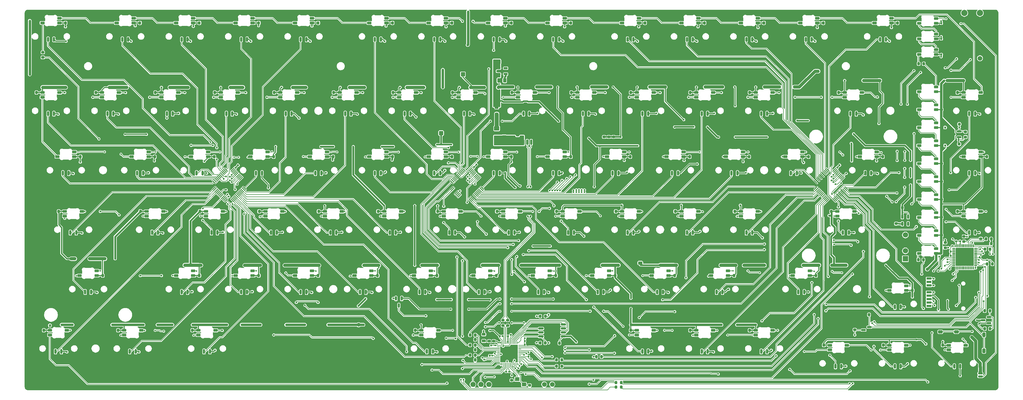
<source format=gbr>
%TF.GenerationSoftware,KiCad,Pcbnew,9.0.4*%
%TF.CreationDate,2025-10-15T10:28:24+01:00*%
%TF.ProjectId,SHEGO75-V2.2,53484547-4f37-4352-9d56-322e322e6b69,rev?*%
%TF.SameCoordinates,Original*%
%TF.FileFunction,Copper,L2,Bot*%
%TF.FilePolarity,Positive*%
%FSLAX46Y46*%
G04 Gerber Fmt 4.6, Leading zero omitted, Abs format (unit mm)*
G04 Created by KiCad (PCBNEW 9.0.4) date 2025-10-15 10:28:24*
%MOMM*%
%LPD*%
G01*
G04 APERTURE LIST*
G04 Aperture macros list*
%AMRoundRect*
0 Rectangle with rounded corners*
0 $1 Rounding radius*
0 $2 $3 $4 $5 $6 $7 $8 $9 X,Y pos of 4 corners*
0 Add a 4 corners polygon primitive as box body*
4,1,4,$2,$3,$4,$5,$6,$7,$8,$9,$2,$3,0*
0 Add four circle primitives for the rounded corners*
1,1,$1+$1,$2,$3*
1,1,$1+$1,$4,$5*
1,1,$1+$1,$6,$7*
1,1,$1+$1,$8,$9*
0 Add four rect primitives between the rounded corners*
20,1,$1+$1,$2,$3,$4,$5,0*
20,1,$1+$1,$4,$5,$6,$7,0*
20,1,$1+$1,$6,$7,$8,$9,0*
20,1,$1+$1,$8,$9,$2,$3,0*%
%AMFreePoly0*
4,1,18,-0.410000,0.593000,-0.403758,0.624380,-0.385983,0.650983,-0.359380,0.668758,-0.328000,0.675000,0.328000,0.675000,0.359380,0.668758,0.385983,0.650983,0.403758,0.624380,0.410000,0.593000,0.410000,-0.593000,0.403758,-0.624380,0.385983,-0.650983,0.359380,-0.668758,0.328000,-0.675000,0.000000,-0.675000,-0.410000,-0.265000,-0.410000,0.593000,-0.410000,0.593000,$1*%
G04 Aperture macros list end*
%TA.AperFunction,SMDPad,CuDef*%
%ADD10C,0.600000*%
%TD*%
%TA.AperFunction,ComponentPad*%
%ADD11C,0.600000*%
%TD*%
%TA.AperFunction,SMDPad,CuDef*%
%ADD12RoundRect,0.150000X0.150000X-0.587500X0.150000X0.587500X-0.150000X0.587500X-0.150000X-0.587500X0*%
%TD*%
%TA.AperFunction,SMDPad,CuDef*%
%ADD13C,1.000000*%
%TD*%
%TA.AperFunction,SMDPad,CuDef*%
%ADD14RoundRect,0.200000X0.200000X0.275000X-0.200000X0.275000X-0.200000X-0.275000X0.200000X-0.275000X0*%
%TD*%
%TA.AperFunction,ComponentPad*%
%ADD15R,1.700000X1.700000*%
%TD*%
%TA.AperFunction,ComponentPad*%
%ADD16C,1.700000*%
%TD*%
%TA.AperFunction,ComponentPad*%
%ADD17C,4.000000*%
%TD*%
%TA.AperFunction,ComponentPad*%
%ADD18C,1.500000*%
%TD*%
%TA.AperFunction,ComponentPad*%
%ADD19C,2.000000*%
%TD*%
%TA.AperFunction,ComponentPad*%
%ADD20C,3.200000*%
%TD*%
%TA.AperFunction,SMDPad,CuDef*%
%ADD21C,1.200000*%
%TD*%
%TA.AperFunction,SMDPad,CuDef*%
%ADD22RoundRect,0.200000X-0.275000X0.200000X-0.275000X-0.200000X0.275000X-0.200000X0.275000X0.200000X0*%
%TD*%
%TA.AperFunction,SMDPad,CuDef*%
%ADD23RoundRect,0.250000X0.475000X0.250000X-0.475000X0.250000X-0.475000X-0.250000X0.475000X-0.250000X0*%
%TD*%
%TA.AperFunction,SMDPad,CuDef*%
%ADD24RoundRect,0.082000X0.593000X-0.328000X0.593000X0.328000X-0.593000X0.328000X-0.593000X-0.328000X0*%
%TD*%
%TA.AperFunction,SMDPad,CuDef*%
%ADD25FreePoly0,90.000000*%
%TD*%
%TA.AperFunction,SMDPad,CuDef*%
%ADD26RoundRect,0.140000X-0.140000X-0.170000X0.140000X-0.170000X0.140000X0.170000X-0.140000X0.170000X0*%
%TD*%
%TA.AperFunction,SMDPad,CuDef*%
%ADD27RoundRect,0.200000X-0.200000X-0.275000X0.200000X-0.275000X0.200000X0.275000X-0.200000X0.275000X0*%
%TD*%
%TA.AperFunction,SMDPad,CuDef*%
%ADD28RoundRect,0.162500X-0.650000X-0.162500X0.650000X-0.162500X0.650000X0.162500X-0.650000X0.162500X0*%
%TD*%
%TA.AperFunction,SMDPad,CuDef*%
%ADD29RoundRect,0.082000X-0.593000X0.328000X-0.593000X-0.328000X0.593000X-0.328000X0.593000X0.328000X0*%
%TD*%
%TA.AperFunction,SMDPad,CuDef*%
%ADD30FreePoly0,270.000000*%
%TD*%
%TA.AperFunction,SMDPad,CuDef*%
%ADD31RoundRect,0.150000X-0.150000X0.512500X-0.150000X-0.512500X0.150000X-0.512500X0.150000X0.512500X0*%
%TD*%
%TA.AperFunction,SMDPad,CuDef*%
%ADD32RoundRect,0.140000X0.170000X-0.140000X0.170000X0.140000X-0.170000X0.140000X-0.170000X-0.140000X0*%
%TD*%
%TA.AperFunction,SMDPad,CuDef*%
%ADD33RoundRect,0.218750X0.381250X-0.218750X0.381250X0.218750X-0.381250X0.218750X-0.381250X-0.218750X0*%
%TD*%
%TA.AperFunction,SMDPad,CuDef*%
%ADD34RoundRect,0.218750X-0.381250X0.218750X-0.381250X-0.218750X0.381250X-0.218750X0.381250X0.218750X0*%
%TD*%
%TA.AperFunction,SMDPad,CuDef*%
%ADD35RoundRect,0.200000X0.275000X-0.200000X0.275000X0.200000X-0.275000X0.200000X-0.275000X-0.200000X0*%
%TD*%
%TA.AperFunction,SMDPad,CuDef*%
%ADD36RoundRect,0.250000X0.457500X0.445000X-0.457500X0.445000X-0.457500X-0.445000X0.457500X-0.445000X0*%
%TD*%
%TA.AperFunction,SMDPad,CuDef*%
%ADD37R,1.600000X0.700000*%
%TD*%
%TA.AperFunction,SMDPad,CuDef*%
%ADD38R,1.500000X1.600000*%
%TD*%
%TA.AperFunction,SMDPad,CuDef*%
%ADD39R,1.800000X1.200000*%
%TD*%
%TA.AperFunction,SMDPad,CuDef*%
%ADD40R,2.200000X1.200000*%
%TD*%
%TA.AperFunction,SMDPad,CuDef*%
%ADD41RoundRect,0.050000X0.387500X0.050000X-0.387500X0.050000X-0.387500X-0.050000X0.387500X-0.050000X0*%
%TD*%
%TA.AperFunction,SMDPad,CuDef*%
%ADD42RoundRect,0.050000X0.050000X0.387500X-0.050000X0.387500X-0.050000X-0.387500X0.050000X-0.387500X0*%
%TD*%
%TA.AperFunction,HeatsinkPad*%
%ADD43R,3.200000X3.200000*%
%TD*%
%TA.AperFunction,SMDPad,CuDef*%
%ADD44RoundRect,0.140000X0.140000X0.170000X-0.140000X0.170000X-0.140000X-0.170000X0.140000X-0.170000X0*%
%TD*%
%TA.AperFunction,SMDPad,CuDef*%
%ADD45RoundRect,0.140000X0.021213X-0.219203X0.219203X-0.021213X-0.021213X0.219203X-0.219203X0.021213X0*%
%TD*%
%TA.AperFunction,SMDPad,CuDef*%
%ADD46RoundRect,0.150000X-0.587500X-0.150000X0.587500X-0.150000X0.587500X0.150000X-0.587500X0.150000X0*%
%TD*%
%TA.AperFunction,SMDPad,CuDef*%
%ADD47RoundRect,0.250000X-0.262500X-0.450000X0.262500X-0.450000X0.262500X0.450000X-0.262500X0.450000X0*%
%TD*%
%TA.AperFunction,SMDPad,CuDef*%
%ADD48RoundRect,0.250000X0.250000X-0.475000X0.250000X0.475000X-0.250000X0.475000X-0.250000X-0.475000X0*%
%TD*%
%TA.AperFunction,SMDPad,CuDef*%
%ADD49RoundRect,0.218750X-0.218750X-0.256250X0.218750X-0.256250X0.218750X0.256250X-0.218750X0.256250X0*%
%TD*%
%TA.AperFunction,SMDPad,CuDef*%
%ADD50RoundRect,0.140000X-0.170000X0.140000X-0.170000X-0.140000X0.170000X-0.140000X0.170000X0.140000X0*%
%TD*%
%TA.AperFunction,SMDPad,CuDef*%
%ADD51R,1.400000X1.200000*%
%TD*%
%TA.AperFunction,SMDPad,CuDef*%
%ADD52RoundRect,0.150000X-0.512500X-0.150000X0.512500X-0.150000X0.512500X0.150000X-0.512500X0.150000X0*%
%TD*%
%TA.AperFunction,SMDPad,CuDef*%
%ADD53RoundRect,0.075000X-0.521491X0.415425X0.415425X-0.521491X0.521491X-0.415425X-0.415425X0.521491X0*%
%TD*%
%TA.AperFunction,SMDPad,CuDef*%
%ADD54RoundRect,0.075000X-0.521491X-0.415425X-0.415425X-0.521491X0.521491X0.415425X0.415425X0.521491X0*%
%TD*%
%TA.AperFunction,SMDPad,CuDef*%
%ADD55RoundRect,0.150000X-0.150000X-0.700000X0.150000X-0.700000X0.150000X0.700000X-0.150000X0.700000X0*%
%TD*%
%TA.AperFunction,SMDPad,CuDef*%
%ADD56RoundRect,0.250000X-0.250000X-1.100000X0.250000X-1.100000X0.250000X1.100000X-0.250000X1.100000X0*%
%TD*%
%TA.AperFunction,SMDPad,CuDef*%
%ADD57RoundRect,0.250001X0.624999X-0.462499X0.624999X0.462499X-0.624999X0.462499X-0.624999X-0.462499X0*%
%TD*%
%TA.AperFunction,SMDPad,CuDef*%
%ADD58RoundRect,0.250000X-0.457500X-0.445000X0.457500X-0.445000X0.457500X0.445000X-0.457500X0.445000X0*%
%TD*%
%TA.AperFunction,SMDPad,CuDef*%
%ADD59RoundRect,0.250000X0.262500X0.450000X-0.262500X0.450000X-0.262500X-0.450000X0.262500X-0.450000X0*%
%TD*%
%TA.AperFunction,SMDPad,CuDef*%
%ADD60RoundRect,0.150000X0.150000X-0.512500X0.150000X0.512500X-0.150000X0.512500X-0.150000X-0.512500X0*%
%TD*%
%TA.AperFunction,SMDPad,CuDef*%
%ADD61RoundRect,0.150000X0.587500X0.150000X-0.587500X0.150000X-0.587500X-0.150000X0.587500X-0.150000X0*%
%TD*%
%TA.AperFunction,SMDPad,CuDef*%
%ADD62RoundRect,0.250000X0.445000X-0.457500X0.445000X0.457500X-0.445000X0.457500X-0.445000X-0.457500X0*%
%TD*%
%TA.AperFunction,SMDPad,CuDef*%
%ADD63RoundRect,0.250000X0.450000X-0.262500X0.450000X0.262500X-0.450000X0.262500X-0.450000X-0.262500X0*%
%TD*%
%TA.AperFunction,SMDPad,CuDef*%
%ADD64RoundRect,0.037500X-0.087500X0.437500X-0.087500X-0.437500X0.087500X-0.437500X0.087500X0.437500X0*%
%TD*%
%TA.AperFunction,SMDPad,CuDef*%
%ADD65RoundRect,0.037500X-0.437500X0.087500X-0.437500X-0.087500X0.437500X-0.087500X0.437500X0.087500X0*%
%TD*%
%TA.AperFunction,HeatsinkPad*%
%ADD66RoundRect,0.053000X-2.597000X2.597000X-2.597000X-2.597000X2.597000X-2.597000X2.597000X2.597000X0*%
%TD*%
%TA.AperFunction,SMDPad,CuDef*%
%ADD67RoundRect,0.150000X-0.625000X0.150000X-0.625000X-0.150000X0.625000X-0.150000X0.625000X0.150000X0*%
%TD*%
%TA.AperFunction,SMDPad,CuDef*%
%ADD68RoundRect,0.250000X-0.650000X0.350000X-0.650000X-0.350000X0.650000X-0.350000X0.650000X0.350000X0*%
%TD*%
%TA.AperFunction,ViaPad*%
%ADD69C,0.500000*%
%TD*%
%TA.AperFunction,ViaPad*%
%ADD70C,0.600000*%
%TD*%
%TA.AperFunction,ViaPad*%
%ADD71C,0.700000*%
%TD*%
%TA.AperFunction,Conductor*%
%ADD72C,0.300000*%
%TD*%
%TA.AperFunction,Conductor*%
%ADD73C,1.000000*%
%TD*%
%TA.AperFunction,Conductor*%
%ADD74C,0.180000*%
%TD*%
%TA.AperFunction,Conductor*%
%ADD75C,0.200000*%
%TD*%
%TA.AperFunction,Conductor*%
%ADD76C,0.150000*%
%TD*%
%TA.AperFunction,Conductor*%
%ADD77C,0.500000*%
%TD*%
%TA.AperFunction,Conductor*%
%ADD78C,0.400000*%
%TD*%
%TA.AperFunction,Conductor*%
%ADD79C,0.800000*%
%TD*%
%TA.AperFunction,Conductor*%
%ADD80C,0.600000*%
%TD*%
%TA.AperFunction,Conductor*%
%ADD81C,1.250000*%
%TD*%
%TA.AperFunction,Conductor*%
%ADD82C,0.250000*%
%TD*%
G04 APERTURE END LIST*
D10*
%TO.P,,1*%
%TO.N,MUX_A4*%
X209100000Y-88000000D03*
%TD*%
%TO.P,,1*%
%TO.N,MUX_A3*%
X208200000Y-88000000D03*
%TD*%
%TO.P,,1*%
%TO.N,MUX_A0*%
X205600000Y-88000000D03*
%TD*%
%TO.P,,1*%
%TO.N,MUX_A1*%
X206500000Y-88000000D03*
%TD*%
%TO.P,,1*%
%TO.N,MUX_A2*%
X207350000Y-88000000D03*
%TD*%
D11*
%TO.P,HE81,3,GND*%
%TO.N,GND*%
X328612500Y-140575000D03*
D12*
X328612500Y-141937500D03*
%TO.P,HE81,2,VOUT*%
%TO.N,/sensors/HE81_ArrowRight*%
X327662500Y-143812500D03*
%TO.P,HE81,1,VCC*%
%TO.N,+3V3*%
X329562500Y-143812500D03*
%TD*%
D13*
%TO.P,,1*%
%TO.N,+5V*%
X329200000Y-72600000D03*
%TD*%
%TO.P,,1*%
%TO.N,/LED_GATE*%
X329250000Y-66200000D03*
%TD*%
D14*
%TO.P,R21,1*%
%TO.N,/IO14_ESP_SCL*%
X220875000Y-150500000D03*
%TO.P,R21,2*%
%TO.N,/GP21_SCL*%
X219225000Y-150500000D03*
%TD*%
%TO.P,R20,1*%
%TO.N,/IO13_ESP_SDA*%
X220875000Y-149000000D03*
%TO.P,R20,2*%
%TO.N,/GP20_SDA*%
X219225000Y-149000000D03*
%TD*%
D15*
%TO.P,SWD2,1,Pin_1*%
%TO.N,/RXD0_IO3*%
X311972000Y-109347000D03*
D16*
%TO.P,SWD2,2,Pin_2*%
%TO.N,/TXD0_IO1*%
X311972000Y-106807000D03*
%TO.P,SWD2,3,Pin_3*%
%TO.N,GND*%
X311972000Y-104267000D03*
%TO.P,SWD2,4,Pin_4*%
%TO.N,+3V3_ESP*%
X311972000Y-101727000D03*
%TD*%
D17*
%TO.P,REF\u002A\u002A,*%
%TO.N,GND*%
X280987254Y-93027416D03*
X304799754Y-93027416D03*
%TD*%
D18*
%TO.P,UART1,1,Pin_1*%
%TO.N,/GP0_TX*%
X198757880Y-149606000D03*
%TO.P,UART1,2,Pin_2*%
%TO.N,/GP1_RX*%
X196217880Y-149606000D03*
%TD*%
D19*
%TO.P,ENC1,A,A*%
%TO.N,ENC_A*%
X335875000Y-30600000D03*
%TO.P,ENC1,B,B*%
%TO.N,ENC_B*%
X330875000Y-30600000D03*
%TO.P,ENC1,C,C*%
%TO.N,GND*%
X333375000Y-30600000D03*
D20*
%TO.P,ENC1,MP,MP*%
X327775000Y-38100000D03*
X338975000Y-38100000D03*
D18*
%TO.P,ENC1,S1,S1*%
%TO.N,ENC_SW*%
X335875000Y-45100000D03*
%TO.P,ENC1,S2,S2*%
%TO.N,GND*%
X330875000Y-45100000D03*
%TD*%
D21*
%TO.P,REF\u002A\u002A,1*%
%TO.N,+5V_LED*%
X136700000Y-130500000D03*
%TD*%
D17*
%TO.P,REF\u002A\u002A,*%
%TO.N,GND*%
X38099958Y-112077400D03*
X61912458Y-112077400D03*
%TD*%
%TO.P,REF\u002A\u002A,*%
%TO.N,GND*%
X283368502Y-54927448D03*
X307181002Y-54927448D03*
%TD*%
D22*
%TO.P,C31,1*%
%TO.N,/ESP_EN*%
X336150000Y-102925000D03*
%TO.P,C31,2*%
%TO.N,GND*%
X336150000Y-104575000D03*
%TD*%
D23*
%TO.P,ESP_BOOT1,1,1*%
%TO.N,/ESP_IO0*%
X328325000Y-132750000D03*
X323175000Y-132750000D03*
%TO.P,ESP_BOOT1,2,2*%
%TO.N,GND*%
X328325000Y-134450000D03*
X323175000Y-134450000D03*
%TD*%
D24*
%TO.P,LED79,1,VDD*%
%TO.N,+5V_LED*%
X287787500Y-137045000D03*
%TO.P,LED79,2,DOUT*%
%TO.N,Net-(LED78-DIN)*%
X287787500Y-138545000D03*
%TO.P,LED79,3,DIN*%
%TO.N,Net-(LED79-DIN)*%
X293237500Y-137045000D03*
D25*
%TO.P,LED79,4,VSS*%
%TO.N,GND*%
X293237500Y-138545000D03*
%TD*%
D26*
%TO.P,CA10,1*%
%TO.N,+5V_LED*%
X323520000Y-55800000D03*
%TO.P,CA10,2*%
%TO.N,GND*%
X324480000Y-55800000D03*
%TD*%
D27*
%TO.P,CL67,1*%
%TO.N,+5V_LED*%
X218987500Y-114712500D03*
%TO.P,CL67,2*%
%TO.N,GND*%
X220637500Y-114712500D03*
%TD*%
D12*
%TO.P,HE25,1,VCC*%
%TO.N,+3V3*%
X229550000Y-62850000D03*
%TO.P,HE25,2,VOUT*%
%TO.N,/sensors/HE25_0*%
X227650000Y-62850000D03*
%TO.P,HE25,3,GND*%
%TO.N,GND*%
X228600000Y-60975000D03*
D11*
X228600000Y-59612500D03*
%TD*%
D27*
%TO.P,CL40,1*%
%TO.N,+5V_LED*%
X242800000Y-76612500D03*
%TO.P,CL40,2*%
%TO.N,GND*%
X244450000Y-76612500D03*
%TD*%
D12*
%TO.P,HE65,1,VCC*%
%TO.N,+3V3*%
X177162500Y-120000000D03*
%TO.P,HE65,2,VOUT*%
%TO.N,/sensors/HE65_N*%
X175262500Y-120000000D03*
%TO.P,HE65,3,GND*%
%TO.N,GND*%
X176212500Y-118125000D03*
D11*
X176212500Y-116762500D03*
%TD*%
D28*
%TO.P,U4,1,~{CS}*%
%TO.N,/QSPI_SS*%
X195144980Y-134239000D03*
%TO.P,U4,2,DO/IO_{1}*%
%TO.N,/QSPI_SD1*%
X195144980Y-132969000D03*
%TO.P,U4,3,~{WP}/IO_{2}*%
%TO.N,/QSPI_SD2*%
X195144980Y-131699000D03*
%TO.P,U4,4,GND*%
%TO.N,GND*%
X195144980Y-130429000D03*
%TO.P,U4,5,DI/IO_{0}*%
%TO.N,/QSPI_SD0*%
X202319980Y-130429000D03*
%TO.P,U4,6,CLK*%
%TO.N,/QSPI_SCLK*%
X202319980Y-131699000D03*
%TO.P,U4,7,~{HOLD}/~{RESET}/IO_{3}*%
%TO.N,/QSPI_SD3*%
X202319980Y-132969000D03*
%TO.P,U4,8,VCC*%
%TO.N,+3V3*%
X202319980Y-134239000D03*
%TD*%
D29*
%TO.P,LED59,1,VDD*%
%TO.N,+5V_LED*%
X52731250Y-114732500D03*
%TO.P,LED59,2,DOUT*%
%TO.N,Net-(LED59-DOUT)*%
X52731250Y-113232500D03*
%TO.P,LED59,3,DIN*%
%TO.N,Net-(LED45-DOUT)*%
X47281250Y-114732500D03*
D30*
%TO.P,LED59,4,VSS*%
%TO.N,GND*%
X47281250Y-113232500D03*
%TD*%
D14*
%TO.P,CL19,1*%
%TO.N,+5V_LED*%
X109625000Y-56062500D03*
%TO.P,CL19,2*%
%TO.N,GND*%
X107975000Y-56062500D03*
%TD*%
D29*
%TO.P,AMB4,1,VDD*%
%TO.N,+5V_LED*%
X321812232Y-90344456D03*
%TO.P,AMB4,2,DOUT*%
%TO.N,Net-(AMB4-DOUT)*%
X321812232Y-88844456D03*
%TO.P,AMB4,3,DIN*%
%TO.N,Net-(AMB3-DOUT)*%
X316362232Y-90344456D03*
D30*
%TO.P,AMB4,4,VSS*%
%TO.N,GND*%
X316362232Y-88844456D03*
%TD*%
D14*
%TO.P,CL18,1*%
%TO.N,+5V_LED*%
X90575000Y-56062500D03*
%TO.P,CL18,2*%
%TO.N,GND*%
X88925000Y-56062500D03*
%TD*%
%TO.P,CL76,1*%
%TO.N,+5V_LED*%
X223925000Y-132262500D03*
%TO.P,CL76,2*%
%TO.N,GND*%
X222275000Y-132262500D03*
%TD*%
%TO.P,CL28,1*%
%TO.N,+5V_LED*%
X290600000Y-56062500D03*
%TO.P,CL28,2*%
%TO.N,GND*%
X288950000Y-56062500D03*
%TD*%
D29*
%TO.P,LED31,1,VDD*%
%TO.N,+5V_LED*%
X69400000Y-76632500D03*
%TO.P,LED31,2,DOUT*%
%TO.N,Net-(LED31-DOUT)*%
X69400000Y-75132500D03*
%TO.P,LED31,3,DIN*%
%TO.N,Net-(LED30-DOUT)*%
X63950000Y-76632500D03*
D30*
%TO.P,LED31,4,VSS*%
%TO.N,GND*%
X63950000Y-75132500D03*
%TD*%
D29*
%TO.P,LED67,1,VDD*%
%TO.N,+5V_LED*%
X217037500Y-114732500D03*
%TO.P,LED67,2,DOUT*%
%TO.N,Net-(LED67-DOUT)*%
X217037500Y-113232500D03*
%TO.P,LED67,3,DIN*%
%TO.N,Net-(LED66-DOUT)*%
X211587500Y-114732500D03*
D30*
%TO.P,LED67,4,VSS*%
%TO.N,GND*%
X211587500Y-113232500D03*
%TD*%
D27*
%TO.P,R23,1*%
%TO.N,AMB_IN*%
X316116200Y-109668199D03*
%TO.P,R23,2*%
%TO.N,/leds/LED_OUT*%
X317766200Y-109668199D03*
%TD*%
%TO.P,CL36,1*%
%TO.N,+5V_LED*%
X166600000Y-76612500D03*
%TO.P,CL36,2*%
%TO.N,GND*%
X168250000Y-76612500D03*
%TD*%
D31*
%TO.P,U2,1,VIN*%
%TO.N,+5V*%
X310962001Y-95862500D03*
%TO.P,U2,2,GND*%
%TO.N,GND*%
X311912000Y-95862500D03*
%TO.P,U2,3,EN*%
%TO.N,+5V*%
X312861999Y-95862500D03*
%TO.P,U2,4,NC*%
%TO.N,unconnected-(U2-NC-Pad4)*%
X312861999Y-98137500D03*
%TO.P,U2,5,VOUT*%
%TO.N,+3V3_ESP*%
X310962001Y-98137500D03*
%TD*%
D27*
%TO.P,CL34,1*%
%TO.N,+5V_LED*%
X128500000Y-76612500D03*
%TO.P,CL34,2*%
%TO.N,GND*%
X130150000Y-76612500D03*
%TD*%
D32*
%TO.P,EC2,1*%
%TO.N,+3V3_ESP*%
X329500000Y-103730000D03*
%TO.P,EC2,2*%
%TO.N,GND*%
X329500000Y-102770000D03*
%TD*%
D27*
%TO.P,C14,1*%
%TO.N,+5V*%
X310975000Y-93000000D03*
%TO.P,C14,2*%
%TO.N,GND*%
X312625000Y-93000000D03*
%TD*%
D12*
%TO.P,HE1,1,VCC*%
%TO.N,+3V3*%
X39050000Y-39037500D03*
%TO.P,HE1,2,VOUT*%
%TO.N,/sensors/HE1_Esc*%
X37150000Y-39037500D03*
%TO.P,HE1,3,GND*%
%TO.N,GND*%
X38100000Y-37162500D03*
D11*
X38100000Y-35800000D03*
%TD*%
D12*
%TO.P,HE59,1,VCC*%
%TO.N,+3V3*%
X50956250Y-120000000D03*
%TO.P,HE59,2,VOUT*%
%TO.N,/sensors/HE59_ShiftL*%
X49056250Y-120000000D03*
%TO.P,HE59,3,GND*%
%TO.N,GND*%
X50006250Y-118125000D03*
D11*
X50006250Y-116762500D03*
%TD*%
D27*
%TO.P,CL43,1*%
%TO.N,+5V_LED*%
X304712500Y-76612500D03*
%TO.P,CL43,2*%
%TO.N,GND*%
X306362500Y-76612500D03*
%TD*%
D14*
%TO.P,CL17,1*%
%TO.N,+5V_LED*%
X71525000Y-56062500D03*
%TO.P,CL17,2*%
%TO.N,GND*%
X69875000Y-56062500D03*
%TD*%
D26*
%TO.P,CA4,1*%
%TO.N,+5V_LED*%
X323727107Y-90305669D03*
%TO.P,CA4,2*%
%TO.N,GND*%
X324687107Y-90305669D03*
%TD*%
%TO.P,CA6,1*%
%TO.N,+5V_LED*%
X323727107Y-78803780D03*
%TO.P,CA6,2*%
%TO.N,GND*%
X324687107Y-78803780D03*
%TD*%
D33*
%TO.P,FB1,1*%
%TO.N,/FB1*%
X180974848Y-62974948D03*
%TO.P,FB1,2*%
%TO.N,+5V*%
X180974848Y-60849948D03*
%TD*%
D29*
%TO.P,AMB10,1,VDD*%
%TO.N,+5V_LED*%
X321812768Y-55816360D03*
%TO.P,AMB10,2,DOUT*%
%TO.N,/leds/AMB_OUT*%
X321812768Y-54316360D03*
%TO.P,AMB10,3,DIN*%
%TO.N,Net-(AMB10-DIN)*%
X316362768Y-55816360D03*
D30*
%TO.P,AMB10,4,VSS*%
%TO.N,GND*%
X316362768Y-54316360D03*
%TD*%
D24*
%TO.P,LED57,1,VDD*%
%TO.N,+5V_LED*%
X290168750Y-94182500D03*
%TO.P,LED57,2,DOUT*%
%TO.N,Net-(LED56-DIN)*%
X290168750Y-95682500D03*
%TO.P,LED57,3,DIN*%
%TO.N,Net-(LED57-DIN)*%
X295618750Y-94182500D03*
D25*
%TO.P,LED57,4,VSS*%
%TO.N,GND*%
X295618750Y-95682500D03*
%TD*%
D34*
%TO.P,FB2,1*%
%TO.N,+3V3*%
X176801880Y-133555332D03*
%TO.P,FB2,2*%
%TO.N,+3V3A*%
X176801880Y-135680332D03*
%TD*%
D12*
%TO.P,HE19,1,VCC*%
%TO.N,+3V3*%
X115250000Y-62850000D03*
%TO.P,HE19,2,VOUT*%
%TO.N,/sensors/HE19_4*%
X113350000Y-62850000D03*
%TO.P,HE19,3,GND*%
%TO.N,GND*%
X114300000Y-60975000D03*
D11*
X114300000Y-59612500D03*
%TD*%
D14*
%TO.P,C29,1*%
%TO.N,/GPIO28*%
X174075000Y-135250000D03*
%TO.P,C29,2*%
%TO.N,GND*%
X172425000Y-135250000D03*
%TD*%
D27*
%TO.P,CL9,1*%
%TO.N,+5V_LED*%
X204700000Y-33750000D03*
%TO.P,CL9,2*%
%TO.N,GND*%
X206350000Y-33750000D03*
%TD*%
D29*
%TO.P,LED64,1,VDD*%
%TO.N,+5V_LED*%
X159887500Y-114732500D03*
%TO.P,LED64,2,DOUT*%
%TO.N,Net-(LED64-DOUT)*%
X159887500Y-113232500D03*
%TO.P,LED64,3,DIN*%
%TO.N,Net-(LED63-DOUT)*%
X154437500Y-114732500D03*
D30*
%TO.P,LED64,4,VSS*%
%TO.N,GND*%
X154437500Y-113232500D03*
%TD*%
D29*
%TO.P,LED10,1,VDD*%
%TO.N,+5V_LED*%
X226562500Y-33770000D03*
%TO.P,LED10,2,DOUT*%
%TO.N,Net-(LED10-DOUT)*%
X226562500Y-32270000D03*
%TO.P,LED10,3,DIN*%
%TO.N,Net-(LED10-DIN)*%
X221112500Y-33770000D03*
D30*
%TO.P,LED10,4,VSS*%
%TO.N,GND*%
X221112500Y-32270000D03*
%TD*%
D29*
%TO.P,LED65,1,VDD*%
%TO.N,+5V_LED*%
X178937500Y-114732500D03*
%TO.P,LED65,2,DOUT*%
%TO.N,Net-(LED65-DOUT)*%
X178937500Y-113232500D03*
%TO.P,LED65,3,DIN*%
%TO.N,Net-(LED64-DOUT)*%
X173487500Y-114732500D03*
D30*
%TO.P,LED65,4,VSS*%
%TO.N,GND*%
X173487500Y-113232500D03*
%TD*%
D35*
%TO.P,C26,1*%
%TO.N,GND*%
X185727680Y-149892832D03*
%TO.P,C26,2*%
%TO.N,/XOUT*%
X185727680Y-148242832D03*
%TD*%
D36*
%TO.P,C23,1*%
%TO.N,+5V_LED*%
X163150500Y-69088000D03*
%TO.P,C23,2*%
%TO.N,GND*%
X160445500Y-69088000D03*
%TD*%
D14*
%TO.P,CL52,1*%
%TO.N,+5V_LED*%
X181062500Y-94162500D03*
%TO.P,CL52,2*%
%TO.N,GND*%
X179412500Y-94162500D03*
%TD*%
D12*
%TO.P,HE67,1,VCC*%
%TO.N,+3V3*%
X215262500Y-120000000D03*
%TO.P,HE67,2,VOUT*%
%TO.N,/sensors/HE67_Comma*%
X213362500Y-120000000D03*
%TO.P,HE67,3,GND*%
%TO.N,GND*%
X214312500Y-118125000D03*
D11*
X214312500Y-116762500D03*
%TD*%
D37*
%TO.P,SD1,1,DAT2*%
%TO.N,unconnected-(SD1-DAT2-Pad1)*%
X319532000Y-124473600D03*
%TO.P,SD1,2,CD/DAT3*%
%TO.N,/SD_CS*%
X319532000Y-123373600D03*
%TO.P,SD1,3,CMD*%
%TO.N,/SD_MOSI*%
X319532000Y-122273600D03*
%TO.P,SD1,4,VDD*%
%TO.N,+3V3_ESP*%
X319532000Y-121173600D03*
%TO.P,SD1,5,CLK*%
%TO.N,/SD_CLK*%
X319532000Y-120073600D03*
%TO.P,SD1,6,VSS*%
%TO.N,GND*%
X319532000Y-118973600D03*
%TO.P,SD1,7,DAT0*%
%TO.N,/SD_MISO*%
X319532000Y-117873600D03*
%TO.P,SD1,8,DAT1*%
%TO.N,unconnected-(SD1-DAT1-Pad8)*%
X319532000Y-116773600D03*
D38*
%TO.P,SD1,9,GND_1*%
%TO.N,GND*%
X320582000Y-129073600D03*
D39*
%TO.P,SD1,10,GND_2*%
X320832000Y-114473600D03*
D40*
%TO.P,SD1,11,GND_3*%
X330132000Y-129973600D03*
%TO.P,SD1,12,GND_4*%
X330132000Y-114473600D03*
D37*
%TO.P,SD1,CD1,CD1*%
%TO.N,/CARD_DETECT*%
X319532000Y-115673600D03*
%TD*%
D32*
%TO.P,C10,1*%
%TO.N,+3V3*%
X184533880Y-134152032D03*
%TO.P,C10,2*%
%TO.N,GND*%
X184533880Y-133192032D03*
%TD*%
D12*
%TO.P,HE48,1,VCC*%
%TO.N,+3V3*%
X110487500Y-100950000D03*
%TO.P,HE48,2,VOUT*%
%TO.N,/sensors/HE48_D*%
X108587500Y-100950000D03*
%TO.P,HE48,3,GND*%
%TO.N,GND*%
X109537500Y-99075000D03*
D11*
X109537500Y-97712500D03*
%TD*%
D12*
%TO.P,HE39,1,VCC*%
%TO.N,+3V3*%
X220025000Y-81900000D03*
%TO.P,HE39,2,VOUT*%
%TO.N,/sensors/HE39_O*%
X218125000Y-81900000D03*
%TO.P,HE39,3,GND*%
%TO.N,GND*%
X219075000Y-80025000D03*
D11*
X219075000Y-78662500D03*
%TD*%
D29*
%TO.P,LED69,1,VDD*%
%TO.N,+5V_LED*%
X255137500Y-114732500D03*
%TO.P,LED69,2,DOUT*%
%TO.N,Net-(LED69-DOUT)*%
X255137500Y-113232500D03*
%TO.P,LED69,3,DIN*%
%TO.N,Net-(LED68-DOUT)*%
X249687500Y-114732500D03*
D30*
%TO.P,LED69,4,VSS*%
%TO.N,GND*%
X249687500Y-113232500D03*
%TD*%
D12*
%TO.P,HE43,1,VCC*%
%TO.N,+3V3*%
X300987500Y-81900000D03*
%TO.P,HE43,2,VOUT*%
%TO.N,/sensors/HE43_Backslash*%
X299087500Y-81900000D03*
%TO.P,HE43,3,GND*%
%TO.N,GND*%
X300037500Y-80025000D03*
D11*
X300037500Y-78662500D03*
%TD*%
D29*
%TO.P,LED37,1,VDD*%
%TO.N,+5V_LED*%
X183700000Y-76632500D03*
%TO.P,LED37,2,DOUT*%
%TO.N,Net-(LED37-DOUT)*%
X183700000Y-75132500D03*
%TO.P,LED37,3,DIN*%
%TO.N,Net-(LED36-DOUT)*%
X178250000Y-76632500D03*
D30*
%TO.P,LED37,4,VSS*%
%TO.N,GND*%
X178250000Y-75132500D03*
%TD*%
D12*
%TO.P,HE80,1,VCC*%
%TO.N,+3V3*%
X310512500Y-143812500D03*
%TO.P,HE80,2,VOUT*%
%TO.N,/sensors/HE80_ArrowDown*%
X308612500Y-143812500D03*
%TO.P,HE80,3,GND*%
%TO.N,GND*%
X309562500Y-141937500D03*
D11*
X309562500Y-140575000D03*
%TD*%
D12*
%TO.P,HE28,1,VCC*%
%TO.N,+3V3*%
X296225000Y-62850000D03*
%TO.P,HE28,2,VOUT*%
%TO.N,/sensors/HE28_Backspace*%
X294325000Y-62850000D03*
%TO.P,HE28,3,GND*%
%TO.N,GND*%
X295275000Y-60975000D03*
D11*
X295275000Y-59612500D03*
%TD*%
D41*
%TO.P,U5,1,IOVDD*%
%TO.N,+3V3*%
X188369280Y-137091148D03*
%TO.P,U5,2,GPIO0*%
%TO.N,/GP0_TX*%
X188369280Y-137491149D03*
%TO.P,U5,3,GPIO1*%
%TO.N,/GP1_RX*%
X188369280Y-137891148D03*
%TO.P,U5,4,GPIO2*%
%TO.N,/GPIO2*%
X188369280Y-138291148D03*
%TO.P,U5,5,GPIO3*%
%TO.N,/GP3_ESP_RES*%
X188369280Y-138691148D03*
%TO.P,U5,6,GPIO4*%
%TO.N,ENC_SW*%
X188369280Y-139091147D03*
%TO.P,U5,7,GPIO5*%
%TO.N,ENC_A*%
X188369280Y-139491148D03*
%TO.P,U5,8,GPIO6*%
%TO.N,ENC_B*%
X188369280Y-139891148D03*
%TO.P,U5,9,GPIO7*%
%TO.N,/GPIO7*%
X188369280Y-140291149D03*
%TO.P,U5,10,IOVDD*%
%TO.N,+3V3*%
X188369280Y-140691148D03*
%TO.P,U5,11,GPIO8*%
%TO.N,/GP8_TX*%
X188369280Y-141091148D03*
%TO.P,U5,12,GPIO9*%
%TO.N,/GP9_RX*%
X188369280Y-141491148D03*
%TO.P,U5,13,GPIO10*%
%TO.N,MUX_CS3*%
X188369280Y-141891147D03*
%TO.P,U5,14,GPIO11*%
%TO.N,MUX_A0*%
X188369280Y-142291148D03*
D42*
%TO.P,U5,15,GPIO12*%
%TO.N,MUX_A1*%
X187531780Y-143128648D03*
%TO.P,U5,16,GPIO13*%
%TO.N,MUX_A2*%
X187131779Y-143128648D03*
%TO.P,U5,17,GPIO14*%
%TO.N,MUX_A3*%
X186731780Y-143128648D03*
%TO.P,U5,18,GPIO15*%
%TO.N,MUX_A4*%
X186331780Y-143128648D03*
%TO.P,U5,19,TESTEN*%
%TO.N,GND*%
X185931780Y-143128648D03*
%TO.P,U5,20,XIN*%
%TO.N,/XIN*%
X185531781Y-143128648D03*
%TO.P,U5,21,XOUT*%
%TO.N,/XOUT*%
X185131780Y-143128648D03*
%TO.P,U5,22,IOVDD*%
%TO.N,+3V3*%
X184731780Y-143128648D03*
%TO.P,U5,23,DVDD*%
%TO.N,+1V1*%
X184331779Y-143128648D03*
%TO.P,U5,24,SWCLK*%
%TO.N,/SWCLK*%
X183931780Y-143128648D03*
%TO.P,U5,25,SWD*%
%TO.N,/SWDIO*%
X183531780Y-143128648D03*
%TO.P,U5,26,RUN*%
%TO.N,/RUN*%
X183131780Y-143128648D03*
%TO.P,U5,27,GPIO16*%
%TO.N,/GPIO16*%
X182731781Y-143128648D03*
%TO.P,U5,28,GPIO17*%
%TO.N,3V_RGB*%
X182331780Y-143128648D03*
D41*
%TO.P,U5,29,GPIO18*%
%TO.N,MUX_CS1*%
X181494280Y-142291148D03*
%TO.P,U5,30,GPIO19*%
%TO.N,MUX_CS2*%
X181494280Y-141891147D03*
%TO.P,U5,31,GPIO20*%
%TO.N,/GP20_SDA*%
X181494280Y-141491148D03*
%TO.P,U5,32,GPIO21*%
%TO.N,/GP21_SCL*%
X181494280Y-141091148D03*
%TO.P,U5,33,IOVDD*%
%TO.N,+3V3*%
X181494280Y-140691148D03*
%TO.P,U5,34,GPIO22*%
%TO.N,MUX_WR*%
X181494280Y-140291149D03*
%TO.P,U5,35,GPIO23*%
%TO.N,/GP23_LED_EN*%
X181494280Y-139891148D03*
%TO.P,U5,36,GPIO24*%
%TO.N,/GPIO24*%
X181494280Y-139491148D03*
%TO.P,U5,37,GPIO25*%
%TO.N,/GPIO25*%
X181494280Y-139091147D03*
%TO.P,U5,38,GPIO26_ADC0*%
%TO.N,/GPIO26*%
X181494280Y-138691148D03*
%TO.P,U5,39,GPIO27_ADC1*%
%TO.N,/GPIO27*%
X181494280Y-138291148D03*
%TO.P,U5,40,GPIO28_ADC2*%
%TO.N,/GPIO28*%
X181494280Y-137891148D03*
%TO.P,U5,41,GPIO29_ADC3*%
%TO.N,/GPIO29*%
X181494280Y-137491149D03*
%TO.P,U5,42,IOVDD*%
%TO.N,+3V3*%
X181494280Y-137091148D03*
D42*
%TO.P,U5,43,ADC_AVDD*%
%TO.N,+3V3A*%
X182331780Y-136253648D03*
%TO.P,U5,44,VREG_IN*%
%TO.N,+3V3*%
X182731781Y-136253648D03*
%TO.P,U5,45,VREG_VOUT*%
%TO.N,+1V1*%
X183131780Y-136253648D03*
%TO.P,U5,46,USB_DM*%
%TO.N,/MCU_D-*%
X183531780Y-136253648D03*
%TO.P,U5,47,USB_DP*%
%TO.N,/MCU_D+*%
X183931780Y-136253648D03*
%TO.P,U5,48,USB_VDD*%
%TO.N,+3V3*%
X184331779Y-136253648D03*
%TO.P,U5,49,IOVDD*%
X184731780Y-136253648D03*
%TO.P,U5,50,DVDD*%
%TO.N,+1V1*%
X185131780Y-136253648D03*
%TO.P,U5,51,QSPI_SD3*%
%TO.N,/QSPI_SD3*%
X185531781Y-136253648D03*
%TO.P,U5,52,QSPI_SCLK*%
%TO.N,/QSPI_SCLK*%
X185931780Y-136253648D03*
%TO.P,U5,53,QSPI_SD0*%
%TO.N,/QSPI_SD0*%
X186331780Y-136253648D03*
%TO.P,U5,54,QSPI_SD2*%
%TO.N,/QSPI_SD2*%
X186731780Y-136253648D03*
%TO.P,U5,55,QSPI_SD1*%
%TO.N,/QSPI_SD1*%
X187131779Y-136253648D03*
%TO.P,U5,56,QSPI_SS*%
%TO.N,/QSPI_SS*%
X187531780Y-136253648D03*
D43*
%TO.P,U5,57,GND*%
%TO.N,GND*%
X184931780Y-139691148D03*
%TD*%
D27*
%TO.P,CL31,1*%
%TO.N,+5V_LED*%
X71350000Y-76612500D03*
%TO.P,CL31,2*%
%TO.N,GND*%
X73000000Y-76612500D03*
%TD*%
D26*
%TO.P,CG3,1*%
%TO.N,+5V_LED*%
X323520000Y-43900001D03*
%TO.P,CG3,2*%
%TO.N,GND*%
X324480000Y-43900001D03*
%TD*%
D12*
%TO.P,HE74,1,VCC*%
%TO.N,+3V3*%
X89056250Y-139050000D03*
%TO.P,HE74,2,VOUT*%
%TO.N,/sensors/HE74_AltL*%
X87156250Y-139050000D03*
%TO.P,HE74,3,GND*%
%TO.N,GND*%
X88106250Y-137175000D03*
D11*
X88106250Y-135812500D03*
%TD*%
D12*
%TO.P,HE40,1,VCC*%
%TO.N,+3V3*%
X239075000Y-81900000D03*
%TO.P,HE40,2,VOUT*%
%TO.N,/sensors/HE40_P*%
X237175000Y-81900000D03*
%TO.P,HE40,3,GND*%
%TO.N,GND*%
X238125000Y-80025000D03*
D11*
X238125000Y-78662500D03*
%TD*%
D22*
%TO.P,R16,1*%
%TO.N,GND*%
X295750000Y-130425000D03*
%TO.P,R16,2*%
%TO.N,/GATE*%
X295750000Y-132075000D03*
%TD*%
D44*
%TO.P,EC3,1*%
%TO.N,+3V3_ESP*%
X326460000Y-107000000D03*
%TO.P,EC3,2*%
%TO.N,GND*%
X325500000Y-107000000D03*
%TD*%
D27*
%TO.P,CL6,1*%
%TO.N,+5V_LED*%
X147550000Y-33750000D03*
%TO.P,CL6,2*%
%TO.N,GND*%
X149200000Y-33750000D03*
%TD*%
D24*
%TO.P,LED56,1,VDD*%
%TO.N,+5V_LED*%
X259212500Y-94182500D03*
%TO.P,LED56,2,DOUT*%
%TO.N,Net-(LED55-DIN)*%
X259212500Y-95682500D03*
%TO.P,LED56,3,DIN*%
%TO.N,Net-(LED56-DIN)*%
X264662500Y-94182500D03*
D25*
%TO.P,LED56,4,VSS*%
%TO.N,GND*%
X264662500Y-95682500D03*
%TD*%
D29*
%TO.P,AMB3,1,VDD*%
%TO.N,+5V_LED*%
X321812232Y-96099139D03*
%TO.P,AMB3,2,DOUT*%
%TO.N,Net-(AMB3-DOUT)*%
X321812232Y-94599139D03*
%TO.P,AMB3,3,DIN*%
%TO.N,Net-(AMB2-DOUT)*%
X316362232Y-96099139D03*
D30*
%TO.P,AMB3,4,VSS*%
%TO.N,GND*%
X316362232Y-94599139D03*
%TD*%
D35*
%TO.P,C20,1*%
%TO.N,+5V_LED*%
X216900000Y-70300000D03*
%TO.P,C20,2*%
%TO.N,GND*%
X216900000Y-68650000D03*
%TD*%
D26*
%TO.P,C5,1*%
%TO.N,+3V3*%
X191170000Y-140650000D03*
%TO.P,C5,2*%
%TO.N,GND*%
X192130000Y-140650000D03*
%TD*%
D35*
%TO.P,C16,1*%
%TO.N,+3V3A*%
X178539480Y-135741632D03*
%TO.P,C16,2*%
%TO.N,GND*%
X178539480Y-134091632D03*
%TD*%
D12*
%TO.P,HE61,1,VCC*%
%TO.N,+3V3*%
X100962500Y-120000000D03*
%TO.P,HE61,2,VOUT*%
%TO.N,/sensors/HE61_X*%
X99062500Y-120000000D03*
%TO.P,HE61,3,GND*%
%TO.N,GND*%
X100012500Y-118125000D03*
D11*
X100012500Y-116762500D03*
%TD*%
D24*
%TO.P,LED80,1,VDD*%
%TO.N,+5V_LED*%
X306837500Y-137045000D03*
%TO.P,LED80,2,DOUT*%
%TO.N,Net-(LED79-DIN)*%
X306837500Y-138545000D03*
%TO.P,LED80,3,DIN*%
%TO.N,Net-(LED80-DIN)*%
X312287500Y-137045000D03*
D25*
%TO.P,LED80,4,VSS*%
%TO.N,GND*%
X312287500Y-138545000D03*
%TD*%
D12*
%TO.P,HE49,1,VCC*%
%TO.N,+3V3*%
X129537500Y-100950000D03*
%TO.P,HE49,2,VOUT*%
%TO.N,/sensors/HE49_F*%
X127637500Y-100950000D03*
%TO.P,HE49,3,GND*%
%TO.N,GND*%
X128587500Y-99075000D03*
D11*
X128587500Y-97712500D03*
%TD*%
D12*
%TO.P,HE22,1,VCC*%
%TO.N,+3V3*%
X172400000Y-62850000D03*
%TO.P,HE22,2,VOUT*%
%TO.N,/sensors/HE22_7*%
X170500000Y-62850000D03*
%TO.P,HE22,3,GND*%
%TO.N,GND*%
X171450000Y-60975000D03*
D11*
X171450000Y-59612500D03*
%TD*%
D14*
%TO.P,CL27,1*%
%TO.N,+5V_LED*%
X262025000Y-56062500D03*
%TO.P,CL27,2*%
%TO.N,GND*%
X260375000Y-56062500D03*
%TD*%
%TO.P,R18,1*%
%TO.N,/IO32_ESP_RX*%
X201825000Y-143750000D03*
%TO.P,R18,2*%
%TO.N,/GP8_TX*%
X200175000Y-143750000D03*
%TD*%
D27*
%TO.P,CL42,1*%
%TO.N,+5V_LED*%
X280900000Y-76612500D03*
%TO.P,CL42,2*%
%TO.N,GND*%
X282550000Y-76612500D03*
%TD*%
D12*
%TO.P,HE53,1,VCC*%
%TO.N,+3V3*%
X205737500Y-100950000D03*
%TO.P,HE53,2,VOUT*%
%TO.N,/sensors/HE53_K*%
X203837500Y-100950000D03*
%TO.P,HE53,3,GND*%
%TO.N,GND*%
X204787500Y-99075000D03*
D11*
X204787500Y-97712500D03*
%TD*%
D26*
%TO.P,C4,1*%
%TO.N,+3V3*%
X189952500Y-135750000D03*
%TO.P,C4,2*%
%TO.N,GND*%
X190912500Y-135750000D03*
%TD*%
D14*
%TO.P,CL20,1*%
%TO.N,+5V_LED*%
X128675000Y-56062500D03*
%TO.P,CL20,2*%
%TO.N,GND*%
X127025000Y-56062500D03*
%TD*%
D32*
%TO.P,C2,1*%
%TO.N,+1V1*%
X185499080Y-133669432D03*
%TO.P,C2,2*%
%TO.N,GND*%
X185499080Y-132709432D03*
%TD*%
D29*
%TO.P,LED42,1,VDD*%
%TO.N,+5V_LED*%
X278950000Y-76632500D03*
%TO.P,LED42,2,DOUT*%
%TO.N,Net-(LED42-DOUT)*%
X278950000Y-75132500D03*
%TO.P,LED42,3,DIN*%
%TO.N,Net-(LED41-DOUT)*%
X273500000Y-76632500D03*
D30*
%TO.P,LED42,4,VSS*%
%TO.N,GND*%
X273500000Y-75132500D03*
%TD*%
D24*
%TO.P,LED55,1,VDD*%
%TO.N,+5V_LED*%
X240162500Y-94182500D03*
%TO.P,LED55,2,DOUT*%
%TO.N,Net-(LED54-DIN)*%
X240162500Y-95682500D03*
%TO.P,LED55,3,DIN*%
%TO.N,Net-(LED55-DIN)*%
X245612500Y-94182500D03*
D25*
%TO.P,LED55,4,VSS*%
%TO.N,GND*%
X245612500Y-95682500D03*
%TD*%
D24*
%TO.P,LED47,1,VDD*%
%TO.N,+5V_LED*%
X87762500Y-94182500D03*
%TO.P,LED47,2,DOUT*%
%TO.N,Net-(LED46-DIN)*%
X87762500Y-95682500D03*
%TO.P,LED47,3,DIN*%
%TO.N,Net-(LED47-DIN)*%
X93212500Y-94182500D03*
D25*
%TO.P,LED47,4,VSS*%
%TO.N,GND*%
X93212500Y-95682500D03*
%TD*%
D29*
%TO.P,LED62,1,VDD*%
%TO.N,+5V_LED*%
X121787500Y-114732500D03*
%TO.P,LED62,2,DOUT*%
%TO.N,Net-(LED62-DOUT)*%
X121787500Y-113232500D03*
%TO.P,LED62,3,DIN*%
%TO.N,Net-(LED61-DOUT)*%
X116337500Y-114732500D03*
D30*
%TO.P,LED62,4,VSS*%
%TO.N,GND*%
X116337500Y-113232500D03*
%TD*%
D12*
%TO.P,HE51,1,VCC*%
%TO.N,+3V3*%
X167637500Y-100950000D03*
%TO.P,HE51,2,VOUT*%
%TO.N,/sensors/HE51_H*%
X165737500Y-100950000D03*
%TO.P,HE51,3,GND*%
%TO.N,GND*%
X166687500Y-99075000D03*
D11*
X166687500Y-97712500D03*
%TD*%
D14*
%TO.P,R8,1*%
%TO.N,/GPIO27*%
X174075000Y-137000000D03*
%TO.P,R8,2*%
%TO.N,MUX2*%
X172425000Y-137000000D03*
%TD*%
D45*
%TO.P,MC1,1*%
%TO.N,+3V3*%
X98060589Y-79339411D03*
%TO.P,MC1,2*%
%TO.N,GND*%
X98739411Y-78660589D03*
%TD*%
D27*
%TO.P,CL65,1*%
%TO.N,+5V_LED*%
X180887500Y-114712500D03*
%TO.P,CL65,2*%
%TO.N,GND*%
X182537500Y-114712500D03*
%TD*%
D14*
%TO.P,CL74,1*%
%TO.N,+5V_LED*%
X83431250Y-132262500D03*
%TO.P,CL74,2*%
%TO.N,GND*%
X81781250Y-132262500D03*
%TD*%
D46*
%TO.P,Q3,1,G*%
%TO.N,/GATE*%
X298562500Y-132200000D03*
%TO.P,Q3,2,S*%
%TO.N,GND*%
X298562500Y-130300000D03*
%TO.P,Q3,3,D*%
%TO.N,/ESP_EN*%
X300437500Y-131250000D03*
%TD*%
D14*
%TO.P,CL24,1*%
%TO.N,+5V_LED*%
X204875000Y-56062500D03*
%TO.P,CL24,2*%
%TO.N,GND*%
X203225000Y-56062500D03*
%TD*%
%TO.P,CL80,1*%
%TO.N,+5V_LED*%
X304887500Y-137025000D03*
%TO.P,CL80,2*%
%TO.N,GND*%
X303237500Y-137025000D03*
%TD*%
D27*
%TO.P,R15,1*%
%TO.N,/GP3_ESP_RES*%
X200155000Y-141750000D03*
%TO.P,R15,2*%
%TO.N,/GATE*%
X201805000Y-141750000D03*
%TD*%
D29*
%TO.P,LED5,1,VDD*%
%TO.N,+5V_LED*%
X121787500Y-33770000D03*
%TO.P,LED5,2,DOUT*%
%TO.N,Net-(LED5-DOUT)*%
X121787500Y-32270000D03*
%TO.P,LED5,3,DIN*%
%TO.N,Net-(LED4-DOUT)*%
X116337500Y-33770000D03*
D30*
%TO.P,LED5,4,VSS*%
%TO.N,GND*%
X116337500Y-32270000D03*
%TD*%
D14*
%TO.P,R24,1*%
%TO.N,/leds/AMB_OUT*%
X317867800Y-46863000D03*
%TO.P,R24,2*%
%TO.N,STATUS*%
X316217800Y-46863000D03*
%TD*%
D24*
%TO.P,LED17,1,VDD*%
%TO.N,+5V_LED*%
X73475000Y-56082500D03*
%TO.P,LED17,2,DOUT*%
%TO.N,Net-(LED16-DIN)*%
X73475000Y-57582500D03*
%TO.P,LED17,3,DIN*%
%TO.N,Net-(LED17-DIN)*%
X78925000Y-56082500D03*
D25*
%TO.P,LED17,4,VSS*%
%TO.N,GND*%
X78925000Y-57582500D03*
%TD*%
D12*
%TO.P,HE62,1,VCC*%
%TO.N,+3V3*%
X120012500Y-120000000D03*
%TO.P,HE62,2,VOUT*%
%TO.N,/sensors/HE62_C*%
X118112500Y-120000000D03*
%TO.P,HE62,3,GND*%
%TO.N,GND*%
X119062500Y-118125000D03*
D11*
X119062500Y-116762500D03*
%TD*%
D26*
%TO.P,CA5,1*%
%TO.N,+5V_LED*%
X323727107Y-84554724D03*
%TO.P,CA5,2*%
%TO.N,GND*%
X324687107Y-84554724D03*
%TD*%
D14*
%TO.P,CL50,1*%
%TO.N,+5V_LED*%
X142962500Y-94162500D03*
%TO.P,CL50,2*%
%TO.N,GND*%
X141312500Y-94162500D03*
%TD*%
D32*
%TO.P,C1,1*%
%TO.N,+1V1*%
X182908280Y-134152032D03*
%TO.P,C1,2*%
%TO.N,GND*%
X182908280Y-133192032D03*
%TD*%
D12*
%TO.P,HE14,1,VCC*%
%TO.N,+3V3*%
X305750000Y-39037500D03*
%TO.P,HE14,2,VOUT*%
%TO.N,/sensors/HE14_Del*%
X303850000Y-39037500D03*
%TO.P,HE14,3,GND*%
%TO.N,GND*%
X304800000Y-37162500D03*
D11*
X304800000Y-35800000D03*
%TD*%
D24*
%TO.P,LED19,1,VDD*%
%TO.N,+5V_LED*%
X111575000Y-56082500D03*
%TO.P,LED19,2,DOUT*%
%TO.N,Net-(LED18-DIN)*%
X111575000Y-57582500D03*
%TO.P,LED19,3,DIN*%
%TO.N,Net-(LED19-DIN)*%
X117025000Y-56082500D03*
D25*
%TO.P,LED19,4,VSS*%
%TO.N,GND*%
X117025000Y-57582500D03*
%TD*%
D27*
%TO.P,CL13,1*%
%TO.N,+5V_LED*%
X285662500Y-33750000D03*
%TO.P,CL13,2*%
%TO.N,GND*%
X287312500Y-33750000D03*
%TD*%
D12*
%TO.P,HE24,1,VCC*%
%TO.N,+3V3*%
X210500000Y-62850000D03*
%TO.P,HE24,2,VOUT*%
%TO.N,/sensors/HE24_9*%
X208600000Y-62850000D03*
%TO.P,HE24,3,GND*%
%TO.N,GND*%
X209550000Y-60975000D03*
D11*
X209550000Y-59612500D03*
%TD*%
D12*
%TO.P,HE60,1,VCC*%
%TO.N,+3V3*%
X81912500Y-120000000D03*
%TO.P,HE60,2,VOUT*%
%TO.N,/sensors/HE60_Z*%
X80012500Y-120000000D03*
%TO.P,HE60,3,GND*%
%TO.N,GND*%
X80962500Y-118125000D03*
D11*
X80962500Y-116762500D03*
%TD*%
D27*
%TO.P,CL38,1*%
%TO.N,+5V_LED*%
X204700000Y-76612500D03*
%TO.P,CL38,2*%
%TO.N,GND*%
X206350000Y-76612500D03*
%TD*%
%TO.P,CL11,1*%
%TO.N,+5V_LED*%
X247562500Y-33750000D03*
%TO.P,CL11,2*%
%TO.N,GND*%
X249212500Y-33750000D03*
%TD*%
D24*
%TO.P,LED72,1,VDD*%
%TO.N,+5V_LED*%
X37756250Y-132282500D03*
%TO.P,LED72,2,DOUT*%
%TO.N,/leds/LED_OUT*%
X37756250Y-133782500D03*
%TO.P,LED72,3,DIN*%
%TO.N,Net-(LED72-DIN)*%
X43206250Y-132282500D03*
D25*
%TO.P,LED72,4,VSS*%
%TO.N,GND*%
X43206250Y-133782500D03*
%TD*%
D29*
%TO.P,LED68,1,VDD*%
%TO.N,+5V_LED*%
X236087500Y-114732500D03*
%TO.P,LED68,2,DOUT*%
%TO.N,Net-(LED68-DOUT)*%
X236087500Y-113232500D03*
%TO.P,LED68,3,DIN*%
%TO.N,Net-(LED67-DOUT)*%
X230637500Y-114732500D03*
D30*
%TO.P,LED68,4,VSS*%
%TO.N,GND*%
X230637500Y-113232500D03*
%TD*%
D24*
%TO.P,LED73,1,VDD*%
%TO.N,+5V_LED*%
X61568750Y-132282500D03*
%TO.P,LED73,2,DOUT*%
%TO.N,Net-(LED72-DIN)*%
X61568750Y-133782500D03*
%TO.P,LED73,3,DIN*%
%TO.N,Net-(LED73-DIN)*%
X67018750Y-132282500D03*
D25*
%TO.P,LED73,4,VSS*%
%TO.N,GND*%
X67018750Y-133782500D03*
%TD*%
D12*
%TO.P,HE57,1,VCC*%
%TO.N,+3V3*%
X293843750Y-100950000D03*
%TO.P,HE57,2,VOUT*%
%TO.N,/sensors/HE57_Enter*%
X291943750Y-100950000D03*
%TO.P,HE57,3,GND*%
%TO.N,GND*%
X292893750Y-99075000D03*
D11*
X292893750Y-97712500D03*
%TD*%
D27*
%TO.P,CL14,1*%
%TO.N,+5V_LED*%
X309475000Y-33750000D03*
%TO.P,CL14,2*%
%TO.N,GND*%
X311125000Y-33750000D03*
%TD*%
D44*
%TO.P,EC5,1*%
%TO.N,+3V3_ESP*%
X326453570Y-108379983D03*
%TO.P,EC5,2*%
%TO.N,GND*%
X325493570Y-108379983D03*
%TD*%
D27*
%TO.P,CL68,1*%
%TO.N,+5V_LED*%
X238037500Y-114712500D03*
%TO.P,CL68,2*%
%TO.N,GND*%
X239687500Y-114712500D03*
%TD*%
D47*
%TO.P,C12,1*%
%TO.N,+5V*%
X181713500Y-46228000D03*
%TO.P,C12,2*%
%TO.N,GND*%
X183538500Y-46228000D03*
%TD*%
D27*
%TO.P,CL71,1*%
%TO.N,+5V_LED*%
X314237500Y-119475000D03*
%TO.P,CL71,2*%
%TO.N,GND*%
X315887500Y-119475000D03*
%TD*%
%TO.P,CL44,1*%
%TO.N,+5V_LED*%
X338050000Y-76612500D03*
%TO.P,CL44,2*%
%TO.N,GND*%
X339700000Y-76612500D03*
%TD*%
%TO.P,CL1,1*%
%TO.N,+5V_LED*%
X42775000Y-33750000D03*
%TO.P,CL1,2*%
%TO.N,GND*%
X44425000Y-33750000D03*
%TD*%
D14*
%TO.P,CL58,1*%
%TO.N,+5V_LED*%
X328700000Y-94162500D03*
%TO.P,CL58,2*%
%TO.N,GND*%
X327050000Y-94162500D03*
%TD*%
D27*
%TO.P,CL3,1*%
%TO.N,+5V_LED*%
X85637500Y-33750000D03*
%TO.P,CL3,2*%
%TO.N,GND*%
X87287500Y-33750000D03*
%TD*%
D14*
%TO.P,CL21,1*%
%TO.N,+5V_LED*%
X147725000Y-56062500D03*
%TO.P,CL21,2*%
%TO.N,GND*%
X146075000Y-56062500D03*
%TD*%
D27*
%TO.P,CL66,1*%
%TO.N,+5V_LED*%
X199937500Y-114712500D03*
%TO.P,CL66,2*%
%TO.N,GND*%
X201587500Y-114712500D03*
%TD*%
%TO.P,CL4,1*%
%TO.N,+5V_LED*%
X104687500Y-33750000D03*
%TO.P,CL4,2*%
%TO.N,GND*%
X106337500Y-33750000D03*
%TD*%
D24*
%TO.P,LED26,1,VDD*%
%TO.N,+5V_LED*%
X244925000Y-56082500D03*
%TO.P,LED26,2,DOUT*%
%TO.N,Net-(LED25-DIN)*%
X244925000Y-57582500D03*
%TO.P,LED26,3,DIN*%
%TO.N,Net-(LED26-DIN)*%
X250375000Y-56082500D03*
D25*
%TO.P,LED26,4,VSS*%
%TO.N,GND*%
X250375000Y-57582500D03*
%TD*%
D27*
%TO.P,CL61,1*%
%TO.N,+5V_LED*%
X104687500Y-114712500D03*
%TO.P,CL61,2*%
%TO.N,GND*%
X106337500Y-114712500D03*
%TD*%
D12*
%TO.P,HE44,1,VCC*%
%TO.N,+3V3*%
X334325000Y-81900000D03*
%TO.P,HE44,2,VOUT*%
%TO.N,/sensors/HE44_PgUp*%
X332425000Y-81900000D03*
%TO.P,HE44,3,GND*%
%TO.N,GND*%
X333375000Y-80025000D03*
D11*
X333375000Y-78662500D03*
%TD*%
D14*
%TO.P,R7,1*%
%TO.N,/GPIO26*%
X174075000Y-140250000D03*
%TO.P,R7,2*%
%TO.N,MUX1*%
X172425000Y-140250000D03*
%TD*%
D27*
%TO.P,CL30,1*%
%TO.N,+5V_LED*%
X47537500Y-76612500D03*
%TO.P,CL30,2*%
%TO.N,GND*%
X49187500Y-76612500D03*
%TD*%
D29*
%TO.P,LED39,1,VDD*%
%TO.N,+5V_LED*%
X221800000Y-76632500D03*
%TO.P,LED39,2,DOUT*%
%TO.N,Net-(LED39-DOUT)*%
X221800000Y-75132500D03*
%TO.P,LED39,3,DIN*%
%TO.N,Net-(LED38-DOUT)*%
X216350000Y-76632500D03*
D30*
%TO.P,LED39,4,VSS*%
%TO.N,GND*%
X216350000Y-75132500D03*
%TD*%
D48*
%TO.P,EN1,1,1*%
%TO.N,GND*%
X338850000Y-138825000D03*
X338850000Y-133675000D03*
%TO.P,EN1,2,2*%
%TO.N,/ESP_EN*%
X337150000Y-138825000D03*
X337150000Y-133675000D03*
%TD*%
D14*
%TO.P,CL16,1*%
%TO.N,+5V_LED*%
X52475000Y-56062500D03*
%TO.P,CL16,2*%
%TO.N,GND*%
X50825000Y-56062500D03*
%TD*%
D12*
%TO.P,HE12,1,VCC*%
%TO.N,+3V3*%
X262887500Y-39037500D03*
%TO.P,HE12,2,VOUT*%
%TO.N,/sensors/HE12_F11*%
X260987500Y-39037500D03*
%TO.P,HE12,3,GND*%
%TO.N,GND*%
X261937500Y-37162500D03*
D11*
X261937500Y-35800000D03*
%TD*%
D24*
%TO.P,LED76,1,VDD*%
%TO.N,+5V_LED*%
X225875000Y-132282500D03*
%TO.P,LED76,2,DOUT*%
%TO.N,Net-(LED75-DIN)*%
X225875000Y-133782500D03*
%TO.P,LED76,3,DIN*%
%TO.N,Net-(LED76-DIN)*%
X231325000Y-132282500D03*
D25*
%TO.P,LED76,4,VSS*%
%TO.N,GND*%
X231325000Y-133782500D03*
%TD*%
D26*
%TO.P,CA9,1*%
%TO.N,+5V_LED*%
X323727107Y-61550945D03*
%TO.P,CA9,2*%
%TO.N,GND*%
X324687107Y-61550945D03*
%TD*%
D22*
%TO.P,R1,1*%
%TO.N,D+*%
X184483080Y-129062432D03*
%TO.P,R1,2*%
%TO.N,/MCU_D+*%
X184483080Y-130712432D03*
%TD*%
D24*
%TO.P,LED18,1,VDD*%
%TO.N,+5V_LED*%
X92525000Y-56082500D03*
%TO.P,LED18,2,DOUT*%
%TO.N,Net-(LED17-DIN)*%
X92525000Y-57582500D03*
%TO.P,LED18,3,DIN*%
%TO.N,Net-(LED18-DIN)*%
X97975000Y-56082500D03*
D25*
%TO.P,LED18,4,VSS*%
%TO.N,GND*%
X97975000Y-57582500D03*
%TD*%
D29*
%TO.P,LED14,1,VDD*%
%TO.N,+5V_LED*%
X307525000Y-33770000D03*
%TO.P,LED14,2,DOUT*%
%TO.N,Net-(LED14-DOUT)*%
X307525000Y-32270000D03*
%TO.P,LED14,3,DIN*%
%TO.N,Net-(LED13-DOUT)*%
X302075000Y-33770000D03*
D30*
%TO.P,LED14,4,VSS*%
%TO.N,GND*%
X302075000Y-32270000D03*
%TD*%
D29*
%TO.P,LED4,1,VDD*%
%TO.N,+5V_LED*%
X102737500Y-33770000D03*
%TO.P,LED4,2,DOUT*%
%TO.N,Net-(LED4-DOUT)*%
X102737500Y-32270000D03*
%TO.P,LED4,3,DIN*%
%TO.N,Net-(LED3-DOUT)*%
X97287500Y-33770000D03*
D30*
%TO.P,LED4,4,VSS*%
%TO.N,GND*%
X97287500Y-32270000D03*
%TD*%
D29*
%TO.P,GLO2,1,VDD*%
%TO.N,+5V_LED*%
X321812232Y-38849968D03*
%TO.P,GLO2,2,DOUT*%
%TO.N,Net-(GLO2-DOUT)*%
X321812232Y-37349968D03*
%TO.P,GLO2,3,DIN*%
%TO.N,Net-(GLO1-DOUT)*%
X316362232Y-38849968D03*
D30*
%TO.P,GLO2,4,VSS*%
%TO.N,GND*%
X316362232Y-37349968D03*
%TD*%
D29*
%TO.P,LED66,1,VDD*%
%TO.N,+5V_LED*%
X197987500Y-114732500D03*
%TO.P,LED66,2,DOUT*%
%TO.N,Net-(LED66-DOUT)*%
X197987500Y-113232500D03*
%TO.P,LED66,3,DIN*%
%TO.N,Net-(LED65-DOUT)*%
X192537500Y-114732500D03*
D30*
%TO.P,LED66,4,VSS*%
%TO.N,GND*%
X192537500Y-113232500D03*
%TD*%
D24*
%TO.P,LED75,1,VDD*%
%TO.N,+5V_LED*%
X156818750Y-132282500D03*
%TO.P,LED75,2,DOUT*%
%TO.N,Net-(LED74-DIN)*%
X156818750Y-133782500D03*
%TO.P,LED75,3,DIN*%
%TO.N,Net-(LED75-DIN)*%
X162268750Y-132282500D03*
D25*
%TO.P,LED75,4,VSS*%
%TO.N,GND*%
X162268750Y-133782500D03*
%TD*%
D12*
%TO.P,HE15,1,VCC*%
%TO.N,+3V3*%
X39050000Y-62850000D03*
%TO.P,HE15,2,VOUT*%
%TO.N,/sensors/HE15_Grave*%
X37150000Y-62850000D03*
%TO.P,HE15,3,GND*%
%TO.N,GND*%
X38100000Y-60975000D03*
D11*
X38100000Y-59612500D03*
%TD*%
D12*
%TO.P,HE34,1,VCC*%
%TO.N,+3V3*%
X124775000Y-81900000D03*
%TO.P,HE34,2,VOUT*%
%TO.N,/sensors/HE34_R*%
X122875000Y-81900000D03*
%TO.P,HE34,3,GND*%
%TO.N,GND*%
X123825000Y-80025000D03*
D11*
X123825000Y-78662500D03*
%TD*%
D24*
%TO.P,LED27,1,VDD*%
%TO.N,+5V_LED*%
X263975000Y-56082500D03*
%TO.P,LED27,2,DOUT*%
%TO.N,Net-(LED26-DIN)*%
X263975000Y-57582500D03*
%TO.P,LED27,3,DIN*%
%TO.N,Net-(LED27-DIN)*%
X269425000Y-56082500D03*
D25*
%TO.P,LED27,4,VSS*%
%TO.N,GND*%
X269425000Y-57582500D03*
%TD*%
D29*
%TO.P,LED8,1,VDD*%
%TO.N,+5V_LED*%
X183700000Y-33770000D03*
%TO.P,LED8,2,DOUT*%
%TO.N,Net-(LED8-DOUT)*%
X183700000Y-32270000D03*
%TO.P,LED8,3,DIN*%
%TO.N,Net-(LED7-DOUT)*%
X178250000Y-33770000D03*
D30*
%TO.P,LED8,4,VSS*%
%TO.N,GND*%
X178250000Y-32270000D03*
%TD*%
D29*
%TO.P,AMB9,1,VDD*%
%TO.N,+5V_LED*%
X321812232Y-61571043D03*
%TO.P,AMB9,2,DOUT*%
%TO.N,Net-(AMB10-DIN)*%
X321812232Y-60071043D03*
%TO.P,AMB9,3,DIN*%
%TO.N,Net-(AMB8-DOUT)*%
X316362232Y-61571043D03*
D30*
%TO.P,AMB9,4,VSS*%
%TO.N,GND*%
X316362232Y-60071043D03*
%TD*%
D14*
%TO.P,CL81,1*%
%TO.N,+5V_LED*%
X323937500Y-137025000D03*
%TO.P,CL81,2*%
%TO.N,GND*%
X322287500Y-137025000D03*
%TD*%
D26*
%TO.P,CG1,1*%
%TO.N,+5V_LED*%
X323520000Y-33900000D03*
%TO.P,CG1,2*%
%TO.N,GND*%
X324480000Y-33900000D03*
%TD*%
D24*
%TO.P,LED23,1,VDD*%
%TO.N,+5V_LED*%
X187775000Y-56082500D03*
%TO.P,LED23,2,DOUT*%
%TO.N,Net-(LED22-DIN)*%
X187775000Y-57582500D03*
%TO.P,LED23,3,DIN*%
%TO.N,Net-(LED23-DIN)*%
X193225000Y-56082500D03*
D25*
%TO.P,LED23,4,VSS*%
%TO.N,GND*%
X193225000Y-57582500D03*
%TD*%
D24*
%TO.P,LED53,1,VDD*%
%TO.N,+5V_LED*%
X202062500Y-94182500D03*
%TO.P,LED53,2,DOUT*%
%TO.N,Net-(LED52-DIN)*%
X202062500Y-95682500D03*
%TO.P,LED53,3,DIN*%
%TO.N,Net-(LED53-DIN)*%
X207512500Y-94182500D03*
D25*
%TO.P,LED53,4,VSS*%
%TO.N,GND*%
X207512500Y-95682500D03*
%TD*%
D35*
%TO.P,C19,1*%
%TO.N,+5V_LED*%
X218400000Y-70300000D03*
%TO.P,C19,2*%
%TO.N,GND*%
X218400000Y-68650000D03*
%TD*%
D12*
%TO.P,HE33,1,VCC*%
%TO.N,+3V3*%
X105725000Y-81900000D03*
%TO.P,HE33,2,VOUT*%
%TO.N,/sensors/HE33_E*%
X103825000Y-81900000D03*
%TO.P,HE33,3,GND*%
%TO.N,GND*%
X104775000Y-80025000D03*
D11*
X104775000Y-78662500D03*
%TD*%
D35*
%TO.P,C15,1*%
%TO.N,+3V3_ESP*%
X309025000Y-98087000D03*
%TO.P,C15,2*%
%TO.N,GND*%
X309025000Y-96437000D03*
%TD*%
D12*
%TO.P,HE63,1,VCC*%
%TO.N,+3V3*%
X139062500Y-120000000D03*
%TO.P,HE63,2,VOUT*%
%TO.N,/sensors/HE63_V*%
X137162500Y-120000000D03*
%TO.P,HE63,3,GND*%
%TO.N,GND*%
X138112500Y-118125000D03*
D11*
X138112500Y-116762500D03*
%TD*%
D24*
%TO.P,LED49,1,VDD*%
%TO.N,+5V_LED*%
X125862500Y-94182500D03*
%TO.P,LED49,2,DOUT*%
%TO.N,Net-(LED48-DIN)*%
X125862500Y-95682500D03*
%TO.P,LED49,3,DIN*%
%TO.N,Net-(LED49-DIN)*%
X131312500Y-94182500D03*
D25*
%TO.P,LED49,4,VSS*%
%TO.N,GND*%
X131312500Y-95682500D03*
%TD*%
D12*
%TO.P,HE71,1,VCC*%
%TO.N,+3V3*%
X310512500Y-124762500D03*
%TO.P,HE71,2,VOUT*%
%TO.N,/sensors/HE71_ArrowUp*%
X308612500Y-124762500D03*
%TO.P,HE71,3,GND*%
%TO.N,GND*%
X309562500Y-122887500D03*
D11*
X309562500Y-121525000D03*
%TD*%
D24*
%TO.P,LED48,1,VDD*%
%TO.N,+5V_LED*%
X106812500Y-94182500D03*
%TO.P,LED48,2,DOUT*%
%TO.N,Net-(LED47-DIN)*%
X106812500Y-95682500D03*
%TO.P,LED48,3,DIN*%
%TO.N,Net-(LED48-DIN)*%
X112262500Y-94182500D03*
D25*
%TO.P,LED48,4,VSS*%
%TO.N,GND*%
X112262500Y-95682500D03*
%TD*%
D12*
%TO.P,HE10,1,VCC*%
%TO.N,+3V3*%
X224787500Y-39037500D03*
%TO.P,HE10,2,VOUT*%
%TO.N,/sensors/HE10_F9*%
X222887500Y-39037500D03*
%TO.P,HE10,3,GND*%
%TO.N,GND*%
X223837500Y-37162500D03*
D11*
X223837500Y-35800000D03*
%TD*%
D49*
%TO.P,D1,1,K*%
%TO.N,GND*%
X337912499Y-104500000D03*
%TO.P,D1,2,A*%
%TO.N,Net-(D1-A)*%
X339487501Y-104500000D03*
%TD*%
D29*
%TO.P,LED11,1,VDD*%
%TO.N,+5V_LED*%
X245612500Y-33770000D03*
%TO.P,LED11,2,DOUT*%
%TO.N,Net-(LED11-DOUT)*%
X245612500Y-32270000D03*
%TO.P,LED11,3,DIN*%
%TO.N,Net-(LED10-DOUT)*%
X240162500Y-33770000D03*
D30*
%TO.P,LED11,4,VSS*%
%TO.N,GND*%
X240162500Y-32270000D03*
%TD*%
D26*
%TO.P,CG2,1*%
%TO.N,+5V_LED*%
X323520000Y-38900000D03*
%TO.P,CG2,2*%
%TO.N,GND*%
X324480000Y-38900000D03*
%TD*%
D12*
%TO.P,HE37,1,VCC*%
%TO.N,+3V3*%
X181925000Y-81900000D03*
%TO.P,HE37,2,VOUT*%
%TO.N,/sensors/HE37_U*%
X180025000Y-81900000D03*
%TO.P,HE37,3,GND*%
%TO.N,GND*%
X180975000Y-80025000D03*
D11*
X180975000Y-78662500D03*
%TD*%
D27*
%TO.P,CL70,1*%
%TO.N,+5V_LED*%
X283281250Y-114712500D03*
%TO.P,CL70,2*%
%TO.N,GND*%
X284931250Y-114712500D03*
%TD*%
D12*
%TO.P,HE77,1,VCC*%
%TO.N,+3V3*%
X248600000Y-139050000D03*
%TO.P,HE77,2,VOUT*%
%TO.N,/sensors/HE77_Fn*%
X246700000Y-139050000D03*
%TO.P,HE77,3,GND*%
%TO.N,GND*%
X247650000Y-137175000D03*
D11*
X247650000Y-135812500D03*
%TD*%
D26*
%TO.P,CA3,1*%
%TO.N,+5V_LED*%
X323727107Y-96056614D03*
%TO.P,CA3,2*%
%TO.N,GND*%
X324687107Y-96056614D03*
%TD*%
D50*
%TO.P,C3,1*%
%TO.N,+1V1*%
X183997420Y-145520000D03*
%TO.P,C3,2*%
%TO.N,GND*%
X183997420Y-146480000D03*
%TD*%
D12*
%TO.P,HE16,1,VCC*%
%TO.N,+3V3*%
X58100000Y-62850000D03*
%TO.P,HE16,2,VOUT*%
%TO.N,/sensors/HE16_1*%
X56200000Y-62850000D03*
%TO.P,HE16,3,GND*%
%TO.N,GND*%
X57150000Y-60975000D03*
D11*
X57150000Y-59612500D03*
%TD*%
D14*
%TO.P,C27,1*%
%TO.N,/GPIO26*%
X174075000Y-141750000D03*
%TO.P,C27,2*%
%TO.N,GND*%
X172425000Y-141750000D03*
%TD*%
D27*
%TO.P,R4,1*%
%TO.N,/QSPI_SS*%
X194926880Y-127750000D03*
%TO.P,R4,2*%
%TO.N,+3V3*%
X196576880Y-127750000D03*
%TD*%
D14*
%TO.P,CL77,1*%
%TO.N,+5V_LED*%
X242975000Y-132262500D03*
%TO.P,CL77,2*%
%TO.N,GND*%
X241325000Y-132262500D03*
%TD*%
%TO.P,CL78,1*%
%TO.N,+5V_LED*%
X262025000Y-132262500D03*
%TO.P,CL78,2*%
%TO.N,GND*%
X260375000Y-132262500D03*
%TD*%
D51*
%TO.P,Y1,1,1*%
%TO.N,/XOUT*%
X187523280Y-147935032D03*
%TO.P,Y1,2,2*%
%TO.N,GND*%
X189723280Y-147935032D03*
%TO.P,Y1,3,3*%
%TO.N,/XIN*%
X189723280Y-149635032D03*
%TO.P,Y1,4,4*%
%TO.N,GND*%
X187523280Y-149635032D03*
%TD*%
D29*
%TO.P,LED9,1,VDD*%
%TO.N,+5V_LED*%
X202750000Y-33770000D03*
%TO.P,LED9,2,DOUT*%
%TO.N,Net-(LED10-DIN)*%
X202750000Y-32270000D03*
%TO.P,LED9,3,DIN*%
%TO.N,Net-(LED8-DOUT)*%
X197300000Y-33770000D03*
D30*
%TO.P,LED9,4,VSS*%
%TO.N,GND*%
X197300000Y-32270000D03*
%TD*%
D29*
%TO.P,LED13,1,VDD*%
%TO.N,+5V_LED*%
X283712500Y-33770000D03*
%TO.P,LED13,2,DOUT*%
%TO.N,Net-(LED13-DOUT)*%
X283712500Y-32270000D03*
%TO.P,LED13,3,DIN*%
%TO.N,Net-(LED12-DOUT)*%
X278262500Y-33770000D03*
D30*
%TO.P,LED13,4,VSS*%
%TO.N,GND*%
X278262500Y-32270000D03*
%TD*%
D24*
%TO.P,LED16,1,VDD*%
%TO.N,+5V_LED*%
X54425000Y-56082500D03*
%TO.P,LED16,2,DOUT*%
%TO.N,Net-(LED15-DIN)*%
X54425000Y-57582500D03*
%TO.P,LED16,3,DIN*%
%TO.N,Net-(LED16-DIN)*%
X59875000Y-56082500D03*
D25*
%TO.P,LED16,4,VSS*%
%TO.N,GND*%
X59875000Y-57582500D03*
%TD*%
D27*
%TO.P,R5,1*%
%TO.N,/GP23_LED_EN*%
X212925000Y-140750000D03*
%TO.P,R5,2*%
%TO.N,/LED_GATE*%
X214575000Y-140750000D03*
%TD*%
D24*
%TO.P,LED28,1,VDD*%
%TO.N,+5V_LED*%
X292550000Y-56082500D03*
%TO.P,LED28,2,DOUT*%
%TO.N,Net-(LED27-DIN)*%
X292550000Y-57582500D03*
%TO.P,LED28,3,DIN*%
%TO.N,Net-(LED28-DIN)*%
X298000000Y-56082500D03*
D25*
%TO.P,LED28,4,VSS*%
%TO.N,GND*%
X298000000Y-57582500D03*
%TD*%
D12*
%TO.P,HE23,1,VCC*%
%TO.N,+3V3*%
X191449840Y-62849948D03*
%TO.P,HE23,2,VOUT*%
%TO.N,/sensors/HE23_8*%
X189549840Y-62849948D03*
%TO.P,HE23,3,GND*%
%TO.N,GND*%
X190499840Y-60974948D03*
D11*
X190499840Y-59612448D03*
%TD*%
D14*
%TO.P,CL29,1*%
%TO.N,+5V_LED*%
X328700000Y-56062500D03*
%TO.P,CL29,2*%
%TO.N,GND*%
X327050000Y-56062500D03*
%TD*%
D29*
%TO.P,AMB7,1,VDD*%
%TO.N,+5V_LED*%
X321812232Y-73080408D03*
%TO.P,AMB7,2,DOUT*%
%TO.N,Net-(AMB7-DOUT)*%
X321812232Y-71580408D03*
%TO.P,AMB7,3,DIN*%
%TO.N,Net-(AMB6-DOUT)*%
X316362232Y-73080408D03*
D30*
%TO.P,AMB7,4,VSS*%
%TO.N,GND*%
X316362232Y-71580408D03*
%TD*%
D24*
%TO.P,LED20,1,VDD*%
%TO.N,+5V_LED*%
X130625000Y-56082500D03*
%TO.P,LED20,2,DOUT*%
%TO.N,Net-(LED19-DIN)*%
X130625000Y-57582500D03*
%TO.P,LED20,3,DIN*%
%TO.N,Net-(LED20-DIN)*%
X136075000Y-56082500D03*
D25*
%TO.P,LED20,4,VSS*%
%TO.N,GND*%
X136075000Y-57582500D03*
%TD*%
D29*
%TO.P,LED30,1,VDD*%
%TO.N,+5V_LED*%
X45587500Y-76632500D03*
%TO.P,LED30,2,DOUT*%
%TO.N,Net-(LED30-DOUT)*%
X45587500Y-75132500D03*
%TO.P,LED30,3,DIN*%
%TO.N,Net-(LED15-DOUT)*%
X40137500Y-76632500D03*
D30*
%TO.P,LED30,4,VSS*%
%TO.N,GND*%
X40137500Y-75132500D03*
%TD*%
D24*
%TO.P,LED22,1,VDD*%
%TO.N,+5V_LED*%
X168725000Y-56082500D03*
%TO.P,LED22,2,DOUT*%
%TO.N,Net-(LED21-DIN)*%
X168725000Y-57582500D03*
%TO.P,LED22,3,DIN*%
%TO.N,Net-(LED22-DIN)*%
X174175000Y-56082500D03*
D25*
%TO.P,LED22,4,VSS*%
%TO.N,GND*%
X174175000Y-57582500D03*
%TD*%
D12*
%TO.P,HE31,1,VCC*%
%TO.N,+3V3*%
X67625000Y-81900000D03*
%TO.P,HE31,2,VOUT*%
%TO.N,/sensors/HE31_Q*%
X65725000Y-81900000D03*
%TO.P,HE31,3,GND*%
%TO.N,GND*%
X66675000Y-80025000D03*
D11*
X66675000Y-78662500D03*
%TD*%
D29*
%TO.P,LED40,1,VDD*%
%TO.N,+5V_LED*%
X240850000Y-76632500D03*
%TO.P,LED40,2,DOUT*%
%TO.N,Net-(LED40-DOUT)*%
X240850000Y-75132500D03*
%TO.P,LED40,3,DIN*%
%TO.N,Net-(LED39-DOUT)*%
X235400000Y-76632500D03*
D30*
%TO.P,LED40,4,VSS*%
%TO.N,GND*%
X235400000Y-75132500D03*
%TD*%
D12*
%TO.P,HE42,1,VCC*%
%TO.N,+3V3*%
X277175000Y-81900000D03*
%TO.P,HE42,2,VOUT*%
%TO.N,/sensors/HE42_RightBracket*%
X275275000Y-81900000D03*
%TO.P,HE42,3,GND*%
%TO.N,GND*%
X276225000Y-80025000D03*
D11*
X276225000Y-78662500D03*
%TD*%
D14*
%TO.P,CL25,1*%
%TO.N,+5V_LED*%
X223925000Y-56062500D03*
%TO.P,CL25,2*%
%TO.N,GND*%
X222275000Y-56062500D03*
%TD*%
D12*
%TO.P,HE79,1,VCC*%
%TO.N,+3V3*%
X291462500Y-143812500D03*
%TO.P,HE79,2,VOUT*%
%TO.N,/sensors/HE79_ArrowLeft*%
X289562500Y-143812500D03*
%TO.P,HE79,3,GND*%
%TO.N,GND*%
X290512500Y-141937500D03*
D11*
X290512500Y-140575000D03*
%TD*%
D22*
%TO.P,C25,1*%
%TO.N,GND*%
X191518880Y-148242832D03*
%TO.P,C25,2*%
%TO.N,/XIN*%
X191518880Y-149892832D03*
%TD*%
D12*
%TO.P,HE76,1,VCC*%
%TO.N,+3V3*%
X229550000Y-139050000D03*
%TO.P,HE76,2,VOUT*%
%TO.N,/sensors/HE76_AltR*%
X227650000Y-139050000D03*
%TO.P,HE76,3,GND*%
%TO.N,GND*%
X228600000Y-137175000D03*
D11*
X228600000Y-135812500D03*
%TD*%
D14*
%TO.P,CL23,1*%
%TO.N,+5V_LED*%
X185825000Y-56062500D03*
%TO.P,CL23,2*%
%TO.N,GND*%
X184175000Y-56062500D03*
%TD*%
D12*
%TO.P,HE9,1,VCC*%
%TO.N,+3V3*%
X200975000Y-39037500D03*
%TO.P,HE9,2,VOUT*%
%TO.N,/sensors/HE9_F8*%
X199075000Y-39037500D03*
%TO.P,HE9,3,GND*%
%TO.N,GND*%
X200025000Y-37162500D03*
D11*
X200025000Y-35800000D03*
%TD*%
D29*
%TO.P,LED7,1,VDD*%
%TO.N,+5V_LED*%
X164650000Y-33770000D03*
%TO.P,LED7,2,DOUT*%
%TO.N,Net-(LED7-DOUT)*%
X164650000Y-32270000D03*
%TO.P,LED7,3,DIN*%
%TO.N,Net-(LED6-DOUT)*%
X159200000Y-33770000D03*
D30*
%TO.P,LED7,4,VSS*%
%TO.N,GND*%
X159200000Y-32270000D03*
%TD*%
D35*
%TO.P,C21,1*%
%TO.N,+5V_LED*%
X215392000Y-70300000D03*
%TO.P,C21,2*%
%TO.N,GND*%
X215392000Y-68650000D03*
%TD*%
D27*
%TO.P,CL5,1*%
%TO.N,+5V_LED*%
X123737500Y-33750000D03*
%TO.P,CL5,2*%
%TO.N,GND*%
X125387500Y-33750000D03*
%TD*%
D52*
%TO.P,U1,1,VIN*%
%TO.N,+5V*%
X181560572Y-50159998D03*
%TO.P,U1,2,GND*%
%TO.N,GND*%
X181560572Y-49209999D03*
%TO.P,U1,3,EN*%
%TO.N,+5V*%
X181560572Y-48260000D03*
%TO.P,U1,4,NC*%
%TO.N,unconnected-(U1-NC-Pad4)*%
X183835572Y-48260000D03*
%TO.P,U1,5,VOUT*%
%TO.N,+3V3*%
X183835572Y-50159998D03*
%TD*%
D14*
%TO.P,CL22,1*%
%TO.N,+5V_LED*%
X166775000Y-56062500D03*
%TO.P,CL22,2*%
%TO.N,GND*%
X165125000Y-56062500D03*
%TD*%
D35*
%TO.P,R2,1*%
%TO.N,/MCU_D-*%
X182983080Y-130712432D03*
%TO.P,R2,2*%
%TO.N,D-*%
X182983080Y-129062432D03*
%TD*%
D27*
%TO.P,CL7,1*%
%TO.N,+5V_LED*%
X166600000Y-33750000D03*
%TO.P,CL7,2*%
%TO.N,GND*%
X168250000Y-33750000D03*
%TD*%
D29*
%TO.P,LED2,1,VDD*%
%TO.N,+5V_LED*%
X64637500Y-33770000D03*
%TO.P,LED2,2,DOUT*%
%TO.N,Net-(LED2-DOUT)*%
X64637500Y-32270000D03*
%TO.P,LED2,3,DIN*%
%TO.N,Net-(LED1-DOUT)*%
X59187500Y-33770000D03*
D30*
%TO.P,LED2,4,VSS*%
%TO.N,GND*%
X59187500Y-32270000D03*
%TD*%
D14*
%TO.P,CL26,1*%
%TO.N,+5V_LED*%
X242975000Y-56062500D03*
%TO.P,CL26,2*%
%TO.N,GND*%
X241325000Y-56062500D03*
%TD*%
D53*
%TO.P,MUX3,1,S12*%
%TO.N,/sensors/HE42_RightBracket*%
X283243374Y-84726212D03*
%TO.P,MUX3,2,S11*%
%TO.N,GND*%
X283596928Y-84372658D03*
%TO.P,MUX3,3,S10*%
%TO.N,/sensors/HE27_Equals*%
X283950481Y-84019105D03*
%TO.P,MUX3,4,S9*%
%TO.N,GND*%
X284304035Y-83665551D03*
%TO.P,MUX3,5,S8*%
%TO.N,/sensors/HE9_F8*%
X284657588Y-83311998D03*
%TO.P,MUX3,6,S7*%
%TO.N,GND*%
X285011141Y-82958445D03*
%TO.P,MUX3,7,S6*%
%TO.N,/sensors/HE10_F9*%
X285364695Y-82604891D03*
%TO.P,MUX3,8,S5*%
%TO.N,GND*%
X285718248Y-82251338D03*
%TO.P,MUX3,9,S4*%
%TO.N,/sensors/HE11_F10*%
X286071801Y-81897785D03*
%TO.P,MUX3,10,S3*%
%TO.N,/sensors/HE12_F11*%
X286425355Y-81544231D03*
%TO.P,MUX3,11,S2*%
%TO.N,/sensors/HE13_F12*%
X286778908Y-81190678D03*
%TO.P,MUX3,12,S1*%
%TO.N,/sensors/HE14_Del*%
X287132462Y-80837124D03*
D54*
%TO.P,MUX3,13,VDD*%
%TO.N,+3V3*%
X289130038Y-80837124D03*
%TO.P,MUX3,14,VDD*%
X289483592Y-81190678D03*
%TO.P,MUX3,15,A0*%
%TO.N,MUX_A0*%
X289837145Y-81544231D03*
%TO.P,MUX3,16,A1*%
%TO.N,MUX_A1*%
X290190699Y-81897785D03*
%TO.P,MUX3,17,A2*%
%TO.N,MUX_A2*%
X290544252Y-82251338D03*
%TO.P,MUX3,18,A3*%
%TO.N,MUX_A3*%
X290897805Y-82604891D03*
%TO.P,MUX3,19,A4*%
%TO.N,MUX_A4*%
X291251359Y-82958445D03*
%TO.P,MUX3,20,~{CS}*%
%TO.N,MUX_CS3*%
X291604912Y-83311998D03*
%TO.P,MUX3,21,~{WR}*%
%TO.N,MUX_WR*%
X291958465Y-83665551D03*
%TO.P,MUX3,22,~{EN}*%
%TO.N,GND*%
X292312019Y-84019105D03*
%TO.P,MUX3,23,GND*%
X292665572Y-84372658D03*
%TO.P,MUX3,24,VSS*%
X293019126Y-84726212D03*
D53*
%TO.P,MUX3,25,S17*%
%TO.N,/sensors/HE29_Home*%
X293019126Y-86723788D03*
%TO.P,MUX3,26,S18*%
%TO.N,/sensors/HE44_PgUp*%
X292665572Y-87077342D03*
%TO.P,MUX3,27,S19*%
%TO.N,/sensors/HE58_PgDn*%
X292312019Y-87430895D03*
%TO.P,MUX3,28,S20*%
%TO.N,GND*%
X291958465Y-87784449D03*
%TO.P,MUX3,29,S21*%
%TO.N,/sensors/HE81_ArrowRight*%
X291604912Y-88138002D03*
%TO.P,MUX3,30,S22*%
%TO.N,GND*%
X291251359Y-88491555D03*
%TO.P,MUX3,31,S23*%
%TO.N,/sensors/HE71_ArrowUp*%
X290897805Y-88845109D03*
%TO.P,MUX3,32,S24*%
%TO.N,GND*%
X290544252Y-89198662D03*
%TO.P,MUX3,33,S25*%
%TO.N,/sensors/HE80_ArrowDown*%
X290190699Y-89552215D03*
%TO.P,MUX3,34,S26*%
%TO.N,/sensors/HE43_Backslash*%
X289837145Y-89905769D03*
%TO.P,MUX3,35,S27*%
%TO.N,/sensors/HE57_Enter*%
X289483592Y-90259322D03*
%TO.P,MUX3,36,S28*%
%TO.N,/sensors/HE28_Backspace*%
X289130038Y-90612876D03*
D54*
%TO.P,MUX3,37,S29*%
%TO.N,/sensors/HE79_ArrowLeft*%
X287132462Y-90612876D03*
%TO.P,MUX3,38,S30*%
%TO.N,/sensors/HE78_CtrlR*%
X286778908Y-90259322D03*
%TO.P,MUX3,39,S31*%
%TO.N,/sensors/HE70_ShiftR*%
X286425355Y-89905769D03*
%TO.P,MUX3,40,S32*%
%TO.N,/sensors/HE77_Fn*%
X286071801Y-89552215D03*
%TO.P,MUX3,41*%
%TO.N,N/C*%
X285718248Y-89198662D03*
%TO.P,MUX3,42*%
X285364695Y-88845109D03*
%TO.P,MUX3,43,D*%
%TO.N,MUX3*%
X285011141Y-88491555D03*
%TO.P,MUX3,44*%
%TO.N,N/C*%
X284657588Y-88138002D03*
%TO.P,MUX3,45,S16*%
%TO.N,/sensors/HE69_Slash*%
X284304035Y-87784449D03*
%TO.P,MUX3,46,S15*%
%TO.N,/sensors/HE56_Quote*%
X283950481Y-87430895D03*
%TO.P,MUX3,47,S14*%
%TO.N,/sensors/HE55_Semicolon*%
X283596928Y-87077342D03*
%TO.P,MUX3,48,S13*%
%TO.N,/sensors/HE54_L*%
X283243374Y-86723788D03*
%TD*%
D12*
%TO.P,HE55,1,VCC*%
%TO.N,+3V3*%
X243837500Y-100950000D03*
%TO.P,HE55,2,VOUT*%
%TO.N,/sensors/HE55_Semicolon*%
X241937500Y-100950000D03*
%TO.P,HE55,3,GND*%
%TO.N,GND*%
X242887500Y-99075000D03*
D11*
X242887500Y-97712500D03*
%TD*%
D12*
%TO.P,HE2,1,VCC*%
%TO.N,+3V3*%
X62862500Y-39037500D03*
%TO.P,HE2,2,VOUT*%
%TO.N,/sensors/HE2_F1*%
X60962500Y-39037500D03*
%TO.P,HE2,3,GND*%
%TO.N,GND*%
X61912500Y-37162500D03*
D11*
X61912500Y-35800000D03*
%TD*%
D29*
%TO.P,LED43,1,VDD*%
%TO.N,+5V_LED*%
X302762500Y-76632500D03*
%TO.P,LED43,2,DOUT*%
%TO.N,Net-(LED43-DOUT)*%
X302762500Y-75132500D03*
%TO.P,LED43,3,DIN*%
%TO.N,Net-(LED42-DOUT)*%
X297312500Y-76632500D03*
D30*
%TO.P,LED43,4,VSS*%
%TO.N,GND*%
X297312500Y-75132500D03*
%TD*%
D29*
%TO.P,LED61,1,VDD*%
%TO.N,+5V_LED*%
X102737500Y-114732500D03*
%TO.P,LED61,2,DOUT*%
%TO.N,Net-(LED61-DOUT)*%
X102737500Y-113232500D03*
%TO.P,LED61,3,DIN*%
%TO.N,Net-(LED60-DOUT)*%
X97287500Y-114732500D03*
D30*
%TO.P,LED61,4,VSS*%
%TO.N,GND*%
X97287500Y-113232500D03*
%TD*%
D12*
%TO.P,HE36,1,VCC*%
%TO.N,+3V3*%
X162875000Y-81900000D03*
%TO.P,HE36,2,VOUT*%
%TO.N,/sensors/HE36_Y*%
X160975000Y-81900000D03*
%TO.P,HE36,3,GND*%
%TO.N,GND*%
X161925000Y-80025000D03*
D11*
X161925000Y-78662500D03*
%TD*%
D12*
%TO.P,HE13,1,VCC*%
%TO.N,+3V3*%
X281937500Y-39037500D03*
%TO.P,HE13,2,VOUT*%
%TO.N,/sensors/HE13_F12*%
X280037500Y-39037500D03*
%TO.P,HE13,3,GND*%
%TO.N,GND*%
X280987500Y-37162500D03*
D11*
X280987500Y-35800000D03*
%TD*%
D27*
%TO.P,CL59,1*%
%TO.N,+5V_LED*%
X54681250Y-114712500D03*
%TO.P,CL59,2*%
%TO.N,GND*%
X56331250Y-114712500D03*
%TD*%
D29*
%TO.P,AMB2,1,VDD*%
%TO.N,+5V_LED*%
X321812232Y-101853821D03*
%TO.P,AMB2,2,DOUT*%
%TO.N,Net-(AMB2-DOUT)*%
X321812232Y-100353821D03*
%TO.P,AMB2,3,DIN*%
%TO.N,Net-(AMB1-DOUT)*%
X316362232Y-101853821D03*
D30*
%TO.P,AMB2,4,VSS*%
%TO.N,GND*%
X316362232Y-100353821D03*
%TD*%
D12*
%TO.P,HE58,1,VCC*%
%TO.N,+3V3*%
X334325000Y-100950000D03*
%TO.P,HE58,2,VOUT*%
%TO.N,/sensors/HE58_PgDn*%
X332425000Y-100950000D03*
%TO.P,HE58,3,GND*%
%TO.N,GND*%
X333375000Y-99075000D03*
D11*
X333375000Y-97712500D03*
%TD*%
D12*
%TO.P,HE38,1,VCC*%
%TO.N,+3V3*%
X200975000Y-81900000D03*
%TO.P,HE38,2,VOUT*%
%TO.N,/sensors/HE38_I*%
X199075000Y-81900000D03*
%TO.P,HE38,3,GND*%
%TO.N,GND*%
X200025000Y-80025000D03*
D11*
X200025000Y-78662500D03*
%TD*%
D45*
%TO.P,MC3,1*%
%TO.N,+3V3*%
X174460589Y-79139411D03*
%TO.P,MC3,2*%
%TO.N,GND*%
X175139411Y-78460589D03*
%TD*%
D12*
%TO.P,HE26,1,VCC*%
%TO.N,+3V3*%
X248600000Y-62850000D03*
%TO.P,HE26,2,VOUT*%
%TO.N,/sensors/HE26_Minus*%
X246700000Y-62850000D03*
%TO.P,HE26,3,GND*%
%TO.N,GND*%
X247650000Y-60975000D03*
D11*
X247650000Y-59612500D03*
%TD*%
D12*
%TO.P,HE56,1,VCC*%
%TO.N,+3V3*%
X262887500Y-100950000D03*
%TO.P,HE56,2,VOUT*%
%TO.N,/sensors/HE56_Quote*%
X260987500Y-100950000D03*
%TO.P,HE56,3,GND*%
%TO.N,GND*%
X261937500Y-99075000D03*
D11*
X261937500Y-97712500D03*
%TD*%
D29*
%TO.P,LED38,1,VDD*%
%TO.N,+5V_LED*%
X202750000Y-76632500D03*
%TO.P,LED38,2,DOUT*%
%TO.N,Net-(LED38-DOUT)*%
X202750000Y-75132500D03*
%TO.P,LED38,3,DIN*%
%TO.N,Net-(LED37-DOUT)*%
X197300000Y-76632500D03*
D30*
%TO.P,LED38,4,VSS*%
%TO.N,GND*%
X197300000Y-75132500D03*
%TD*%
D14*
%TO.P,CL73,1*%
%TO.N,+5V_LED*%
X59618750Y-132262500D03*
%TO.P,CL73,2*%
%TO.N,GND*%
X57968750Y-132262500D03*
%TD*%
D29*
%TO.P,LED34,1,VDD*%
%TO.N,+5V_LED*%
X126550000Y-76632500D03*
%TO.P,LED34,2,DOUT*%
%TO.N,Net-(LED34-DOUT)*%
X126550000Y-75132500D03*
%TO.P,LED34,3,DIN*%
%TO.N,Net-(LED33-DOUT)*%
X121100000Y-76632500D03*
D30*
%TO.P,LED34,4,VSS*%
%TO.N,GND*%
X121100000Y-75132500D03*
%TD*%
D14*
%TO.P,R9,1*%
%TO.N,/BL_GATE*%
X339075000Y-126000000D03*
%TO.P,R9,2*%
%TO.N,/IO25_TFT_BL*%
X337425000Y-126000000D03*
%TD*%
D12*
%TO.P,HE47,1,VCC*%
%TO.N,+3V3*%
X91437500Y-100950000D03*
%TO.P,HE47,2,VOUT*%
%TO.N,/sensors/HE47_S*%
X89537500Y-100950000D03*
%TO.P,HE47,3,GND*%
%TO.N,GND*%
X90487500Y-99075000D03*
D11*
X90487500Y-97712500D03*
%TD*%
D27*
%TO.P,C18,1*%
%TO.N,+3V3*%
X201077043Y-136369223D03*
%TO.P,C18,2*%
%TO.N,GND*%
X202727043Y-136369223D03*
%TD*%
D45*
%TO.P,MC2,1*%
%TO.N,+3V3*%
X290860589Y-79339411D03*
%TO.P,MC2,2*%
%TO.N,GND*%
X291539411Y-78660589D03*
%TD*%
D29*
%TO.P,AMB1,1,VDD*%
%TO.N,+5V_LED*%
X321812232Y-107608504D03*
%TO.P,AMB1,2,DOUT*%
%TO.N,Net-(AMB1-DOUT)*%
X321812232Y-106108504D03*
%TO.P,AMB1,3,DIN*%
%TO.N,AMB_IN*%
X316362232Y-107608504D03*
D30*
%TO.P,AMB1,4,VSS*%
%TO.N,GND*%
X316362232Y-106108504D03*
%TD*%
D12*
%TO.P,HE64,1,VCC*%
%TO.N,+3V3*%
X158112500Y-120000000D03*
%TO.P,HE64,2,VOUT*%
%TO.N,/sensors/HE64_B*%
X156212500Y-120000000D03*
%TO.P,HE64,3,GND*%
%TO.N,GND*%
X157162500Y-118125000D03*
D11*
X157162500Y-116762500D03*
%TD*%
D12*
%TO.P,HE68,1,VCC*%
%TO.N,+3V3*%
X234312500Y-120000000D03*
%TO.P,HE68,2,VOUT*%
%TO.N,/sensors/HE68_Period*%
X232412500Y-120000000D03*
%TO.P,HE68,3,GND*%
%TO.N,GND*%
X233362500Y-118125000D03*
D11*
X233362500Y-116762500D03*
%TD*%
D55*
%TO.P,JST1,1,Pin_1*%
%TO.N,VBUS*%
X189518601Y-71983600D03*
%TO.P,JST1,2,Pin_2*%
%TO.N,D-*%
X190768600Y-71983600D03*
%TO.P,JST1,3,Pin_3*%
%TO.N,D+*%
X192018600Y-71983601D03*
%TO.P,JST1,4,Pin_4*%
%TO.N,GND*%
X193268600Y-71983600D03*
%TO.P,JST1,5,Pin_5*%
X194518599Y-71983600D03*
D56*
%TO.P,JST1,MP,MountPin*%
X187668600Y-68783600D03*
X196368600Y-68783600D03*
%TD*%
D24*
%TO.P,LED78,1,VDD*%
%TO.N,+5V_LED*%
X263975000Y-132282500D03*
%TO.P,LED78,2,DOUT*%
%TO.N,Net-(LED77-DIN)*%
X263975000Y-133782500D03*
%TO.P,LED78,3,DIN*%
%TO.N,Net-(LED78-DIN)*%
X269425000Y-132282500D03*
D25*
%TO.P,LED78,4,VSS*%
%TO.N,GND*%
X269425000Y-133782500D03*
%TD*%
D29*
%TO.P,LED32,1,VDD*%
%TO.N,+5V_LED*%
X88450000Y-76632500D03*
%TO.P,LED32,2,DOUT*%
%TO.N,Net-(LED32-DOUT)*%
X88450000Y-75132500D03*
%TO.P,LED32,3,DIN*%
%TO.N,Net-(LED31-DOUT)*%
X83000000Y-76632500D03*
D30*
%TO.P,LED32,4,VSS*%
%TO.N,GND*%
X83000000Y-75132500D03*
%TD*%
D26*
%TO.P,EC4,1*%
%TO.N,+3V3_ESP*%
X335770000Y-108850000D03*
%TO.P,EC4,2*%
%TO.N,GND*%
X336730000Y-108850000D03*
%TD*%
D27*
%TO.P,CL60,1*%
%TO.N,+5V_LED*%
X85637500Y-114712500D03*
%TO.P,CL60,2*%
%TO.N,GND*%
X87287500Y-114712500D03*
%TD*%
D12*
%TO.P,HE32,1,VCC*%
%TO.N,+3V3*%
X86675000Y-81900000D03*
%TO.P,HE32,2,VOUT*%
%TO.N,/sensors/HE32_W*%
X84775000Y-81900000D03*
%TO.P,HE32,3,GND*%
%TO.N,GND*%
X85725000Y-80025000D03*
D11*
X85725000Y-78662500D03*
%TD*%
D14*
%TO.P,CL51,1*%
%TO.N,+5V_LED*%
X162012500Y-94162500D03*
%TO.P,CL51,2*%
%TO.N,GND*%
X160362500Y-94162500D03*
%TD*%
D29*
%TO.P,LED41,1,VDD*%
%TO.N,+5V_LED*%
X259900000Y-76632500D03*
%TO.P,LED41,2,DOUT*%
%TO.N,Net-(LED41-DOUT)*%
X259900000Y-75132500D03*
%TO.P,LED41,3,DIN*%
%TO.N,Net-(LED40-DOUT)*%
X254450000Y-76632500D03*
D30*
%TO.P,LED41,4,VSS*%
%TO.N,GND*%
X254450000Y-75132500D03*
%TD*%
D12*
%TO.P,HE41,1,VCC*%
%TO.N,+3V3*%
X258125000Y-81900000D03*
%TO.P,HE41,2,VOUT*%
%TO.N,/sensors/HE41_LeftBracket*%
X256225000Y-81900000D03*
%TO.P,HE41,3,GND*%
%TO.N,GND*%
X257175000Y-80025000D03*
D11*
X257175000Y-78662500D03*
%TD*%
D12*
%TO.P,HE70,1,VCC*%
%TO.N,+3V3*%
X279556250Y-120000000D03*
%TO.P,HE70,2,VOUT*%
%TO.N,/sensors/HE70_ShiftR*%
X277656250Y-120000000D03*
%TO.P,HE70,3,GND*%
%TO.N,GND*%
X278606250Y-118125000D03*
D11*
X278606250Y-116762500D03*
%TD*%
D29*
%TO.P,LED3,1,VDD*%
%TO.N,+5V_LED*%
X83687500Y-33770000D03*
%TO.P,LED3,2,DOUT*%
%TO.N,Net-(LED3-DOUT)*%
X83687500Y-32270000D03*
%TO.P,LED3,3,DIN*%
%TO.N,Net-(LED2-DOUT)*%
X78237500Y-33770000D03*
D30*
%TO.P,LED3,4,VSS*%
%TO.N,GND*%
X78237500Y-32270000D03*
%TD*%
D14*
%TO.P,CL54,1*%
%TO.N,+5V_LED*%
X219162500Y-94162500D03*
%TO.P,CL54,2*%
%TO.N,GND*%
X217512500Y-94162500D03*
%TD*%
D29*
%TO.P,LED1,1,VDD*%
%TO.N,+5V_LED*%
X40825000Y-33770000D03*
%TO.P,LED1,2,DOUT*%
%TO.N,Net-(LED1-DOUT)*%
X40825000Y-32270000D03*
%TO.P,LED1,3,DIN*%
%TO.N,/leds/LED_IN*%
X35375000Y-33770000D03*
D30*
%TO.P,LED1,4,VSS*%
%TO.N,GND*%
X35375000Y-32270000D03*
%TD*%
D57*
%TO.P,F1,1*%
%TO.N,VBUS*%
X180974848Y-70543692D03*
%TO.P,F1,2*%
%TO.N,/FB1*%
X180974848Y-67568692D03*
%TD*%
D29*
%TO.P,LED12,1,VDD*%
%TO.N,+5V_LED*%
X264662500Y-33770000D03*
%TO.P,LED12,2,DOUT*%
%TO.N,Net-(LED12-DOUT)*%
X264662500Y-32270000D03*
%TO.P,LED12,3,DIN*%
%TO.N,Net-(LED11-DOUT)*%
X259212500Y-33770000D03*
D30*
%TO.P,LED12,4,VSS*%
%TO.N,GND*%
X259212500Y-32270000D03*
%TD*%
D27*
%TO.P,R14,1*%
%TO.N,/ESP_IO0*%
X338175000Y-111000000D03*
%TO.P,R14,2*%
%TO.N,+3V3_ESP*%
X339825000Y-111000000D03*
%TD*%
D44*
%TO.P,C7,2*%
%TO.N,GND*%
X177770000Y-140400000D03*
%TO.P,C7,1*%
%TO.N,+3V3*%
X178730000Y-140400000D03*
%TD*%
D27*
%TO.P,CL69,1*%
%TO.N,+5V_LED*%
X257087500Y-114712500D03*
%TO.P,CL69,2*%
%TO.N,GND*%
X258737500Y-114712500D03*
%TD*%
D35*
%TO.P,R12,1*%
%TO.N,/CARD_DETECT*%
X324750000Y-105825000D03*
%TO.P,R12,2*%
%TO.N,+3V3_ESP*%
X324750000Y-104175000D03*
%TD*%
D14*
%TO.P,CL75,1*%
%TO.N,+5V_LED*%
X154868750Y-132262500D03*
%TO.P,CL75,2*%
%TO.N,GND*%
X153218750Y-132262500D03*
%TD*%
D29*
%TO.P,AMB8,1,VDD*%
%TO.N,+5V_LED*%
X321812232Y-67325725D03*
%TO.P,AMB8,2,DOUT*%
%TO.N,Net-(AMB8-DOUT)*%
X321812232Y-65825725D03*
%TO.P,AMB8,3,DIN*%
%TO.N,Net-(AMB7-DOUT)*%
X316362232Y-67325725D03*
D30*
%TO.P,AMB8,4,VSS*%
%TO.N,GND*%
X316362232Y-65825725D03*
%TD*%
D27*
%TO.P,CL2,1*%
%TO.N,+5V_LED*%
X66587500Y-33750000D03*
%TO.P,CL2,2*%
%TO.N,GND*%
X68237500Y-33750000D03*
%TD*%
D12*
%TO.P,HE75,1,VCC*%
%TO.N,+3V3*%
X160493750Y-139050000D03*
%TO.P,HE75,2,VOUT*%
%TO.N,/sensors/HE75_Space*%
X158593750Y-139050000D03*
%TO.P,HE75,3,GND*%
%TO.N,GND*%
X159543750Y-137175000D03*
D11*
X159543750Y-135812500D03*
%TD*%
D12*
%TO.P,HE78,1,VCC*%
%TO.N,+3V3*%
X267650000Y-139050000D03*
%TO.P,HE78,2,VOUT*%
%TO.N,/sensors/HE78_CtrlR*%
X265750000Y-139050000D03*
%TO.P,HE78,3,GND*%
%TO.N,GND*%
X266700000Y-137175000D03*
D11*
X266700000Y-135812500D03*
%TD*%
D27*
%TO.P,CL41,1*%
%TO.N,+5V_LED*%
X261850000Y-76612500D03*
%TO.P,CL41,2*%
%TO.N,GND*%
X263500000Y-76612500D03*
%TD*%
D53*
%TO.P,MUX1,1,S12*%
%TO.N,/sensors/HE30_Tab*%
X90362124Y-84726212D03*
%TO.P,MUX1,2,S11*%
%TO.N,/sensors/HE31_Q*%
X90715678Y-84372658D03*
%TO.P,MUX1,3,S10*%
%TO.N,/sensors/HE15_Grave*%
X91069231Y-84019105D03*
%TO.P,MUX1,4,S9*%
%TO.N,/sensors/HE16_1*%
X91422785Y-83665551D03*
%TO.P,MUX1,5,S8*%
%TO.N,/sensors/HE5_F4*%
X91776338Y-83311998D03*
%TO.P,MUX1,6,S7*%
%TO.N,/sensors/HE32_W*%
X92129891Y-82958445D03*
%TO.P,MUX1,7,S6*%
%TO.N,/sensors/HE1_Esc*%
X92483445Y-82604891D03*
%TO.P,MUX1,8,S5*%
%TO.N,/sensors/HE17_2*%
X92836998Y-82251338D03*
%TO.P,MUX1,9,S4*%
%TO.N,/sensors/HE2_F1*%
X93190551Y-81897785D03*
%TO.P,MUX1,10,S3*%
%TO.N,/sensors/HE3_F2*%
X93544105Y-81544231D03*
%TO.P,MUX1,11,S2*%
%TO.N,/sensors/HE18_3*%
X93897658Y-81190678D03*
%TO.P,MUX1,12,S1*%
%TO.N,/sensors/HE4_F3*%
X94251212Y-80837124D03*
D54*
%TO.P,MUX1,13,VDD*%
%TO.N,+3V3*%
X96248788Y-80837124D03*
%TO.P,MUX1,14,VDD*%
X96602342Y-81190678D03*
%TO.P,MUX1,15,A0*%
%TO.N,MUX_A0*%
X96955895Y-81544231D03*
%TO.P,MUX1,16,A1*%
%TO.N,MUX_A1*%
X97309449Y-81897785D03*
%TO.P,MUX1,17,A2*%
%TO.N,MUX_A2*%
X97663002Y-82251338D03*
%TO.P,MUX1,18,A3*%
%TO.N,MUX_A3*%
X98016555Y-82604891D03*
%TO.P,MUX1,19,A4*%
%TO.N,MUX_A4*%
X98370109Y-82958445D03*
%TO.P,MUX1,20,~{CS}*%
%TO.N,MUX_CS1*%
X98723662Y-83311998D03*
%TO.P,MUX1,21,~{WR}*%
%TO.N,MUX_WR*%
X99077215Y-83665551D03*
%TO.P,MUX1,22,~{EN}*%
%TO.N,GND*%
X99430769Y-84019105D03*
%TO.P,MUX1,23,GND*%
X99784322Y-84372658D03*
%TO.P,MUX1,24,VSS*%
X100137876Y-84726212D03*
D53*
%TO.P,MUX1,25,S17*%
%TO.N,/sensors/HE33_E*%
X100137876Y-86723788D03*
%TO.P,MUX1,26,S18*%
%TO.N,/sensors/HE19_4*%
X99784322Y-87077342D03*
%TO.P,MUX1,27,S19*%
%TO.N,/sensors/HE34_R*%
X99430769Y-87430895D03*
%TO.P,MUX1,28,S20*%
%TO.N,/sensors/HE20_5*%
X99077215Y-87784449D03*
%TO.P,MUX1,29,S21*%
%TO.N,/sensors/HE50_G*%
X98723662Y-88138002D03*
%TO.P,MUX1,30,S22*%
%TO.N,/sensors/HE64_B*%
X98370109Y-88491555D03*
%TO.P,MUX1,31,S23*%
%TO.N,/sensors/HE49_F*%
X98016555Y-88845109D03*
%TO.P,MUX1,32,S24*%
%TO.N,/sensors/HE75_Space*%
X97663002Y-89198662D03*
%TO.P,MUX1,33,S25*%
%TO.N,/sensors/HE48_D*%
X97309449Y-89552215D03*
%TO.P,MUX1,34,S26*%
%TO.N,/sensors/HE63_V*%
X96955895Y-89905769D03*
%TO.P,MUX1,35,S27*%
%TO.N,/sensors/HE62_C*%
X96602342Y-90259322D03*
%TO.P,MUX1,36,S28*%
%TO.N,/sensors/HE74_AltL*%
X96248788Y-90612876D03*
D54*
%TO.P,MUX1,37,S29*%
%TO.N,/sensors/HE73_Win*%
X94251212Y-90612876D03*
%TO.P,MUX1,38,S30*%
%TO.N,/sensors/HE61_X*%
X93897658Y-90259322D03*
%TO.P,MUX1,39,S31*%
%TO.N,/sensors/HE60_Z*%
X93544105Y-89905769D03*
%TO.P,MUX1,40,S32*%
%TO.N,/sensors/HE47_S*%
X93190551Y-89552215D03*
%TO.P,MUX1,41*%
%TO.N,N/C*%
X92836998Y-89198662D03*
%TO.P,MUX1,42*%
X92483445Y-88845109D03*
%TO.P,MUX1,43,D*%
%TO.N,MUX1*%
X92129891Y-88491555D03*
%TO.P,MUX1,44*%
%TO.N,N/C*%
X91776338Y-88138002D03*
%TO.P,MUX1,45,S16*%
%TO.N,/sensors/HE72_CtrlL*%
X91422785Y-87784449D03*
%TO.P,MUX1,46,S15*%
%TO.N,/sensors/HE46_A*%
X91069231Y-87430895D03*
%TO.P,MUX1,47,S14*%
%TO.N,/sensors/HE59_ShiftL*%
X90715678Y-87077342D03*
%TO.P,MUX1,48,S13*%
%TO.N,/sensors/HE45_CapsLock*%
X90362124Y-86723788D03*
%TD*%
D29*
%TO.P,AMB5,1,VDD*%
%TO.N,+5V_LED*%
X321812232Y-84589773D03*
%TO.P,AMB5,2,DOUT*%
%TO.N,Net-(AMB5-DOUT)*%
X321812232Y-83089773D03*
%TO.P,AMB5,3,DIN*%
%TO.N,Net-(AMB4-DOUT)*%
X316362232Y-84589773D03*
D30*
%TO.P,AMB5,4,VSS*%
%TO.N,GND*%
X316362232Y-83089773D03*
%TD*%
D12*
%TO.P,HE72,1,VCC*%
%TO.N,+3V3*%
X41431250Y-139050000D03*
%TO.P,HE72,2,VOUT*%
%TO.N,/sensors/HE72_CtrlL*%
X39531250Y-139050000D03*
%TO.P,HE72,3,GND*%
%TO.N,GND*%
X40481250Y-137175000D03*
D11*
X40481250Y-135812500D03*
%TD*%
D14*
%TO.P,CL56,1*%
%TO.N,+5V_LED*%
X257262500Y-94162500D03*
%TO.P,CL56,2*%
%TO.N,GND*%
X255612500Y-94162500D03*
%TD*%
D29*
%TO.P,GLO1,1,VDD*%
%TO.N,+5V_LED*%
X321812232Y-43849968D03*
%TO.P,GLO1,2,DOUT*%
%TO.N,Net-(GLO1-DOUT)*%
X321812232Y-42349968D03*
%TO.P,GLO1,3,DIN*%
%TO.N,STATUS*%
X316362232Y-43849968D03*
D30*
%TO.P,GLO1,4,VSS*%
%TO.N,GND*%
X316362232Y-42349968D03*
%TD*%
D14*
%TO.P,CL48,1*%
%TO.N,+5V_LED*%
X104862500Y-94162500D03*
%TO.P,CL48,2*%
%TO.N,GND*%
X103212500Y-94162500D03*
%TD*%
D12*
%TO.P,HE54,1,VCC*%
%TO.N,+3V3*%
X224787500Y-100950000D03*
%TO.P,HE54,2,VOUT*%
%TO.N,/sensors/HE54_L*%
X222887500Y-100950000D03*
%TO.P,HE54,3,GND*%
%TO.N,GND*%
X223837500Y-99075000D03*
D11*
X223837500Y-97712500D03*
%TD*%
D12*
%TO.P,HE30,1,VCC*%
%TO.N,+3V3*%
X43812500Y-81900000D03*
%TO.P,HE30,2,VOUT*%
%TO.N,/sensors/HE30_Tab*%
X41912500Y-81900000D03*
%TO.P,HE30,3,GND*%
%TO.N,GND*%
X42862500Y-80025000D03*
D11*
X42862500Y-78662500D03*
%TD*%
D12*
%TO.P,HE18,1,VCC*%
%TO.N,+3V3*%
X96200000Y-62850000D03*
%TO.P,HE18,2,VOUT*%
%TO.N,/sensors/HE18_3*%
X94300000Y-62850000D03*
%TO.P,HE18,3,GND*%
%TO.N,GND*%
X95250000Y-60975000D03*
D11*
X95250000Y-59612500D03*
%TD*%
D44*
%TO.P,C8,1*%
%TO.N,+3V3*%
X179130000Y-137075632D03*
%TO.P,C8,2*%
%TO.N,GND*%
X178170000Y-137075632D03*
%TD*%
D12*
%TO.P,HE6,1,VCC*%
%TO.N,+3V3*%
X143825000Y-39037500D03*
%TO.P,HE6,2,VOUT*%
%TO.N,/sensors/HE6_F5*%
X141925000Y-39037500D03*
%TO.P,HE6,3,GND*%
%TO.N,GND*%
X142875000Y-37162500D03*
D11*
X142875000Y-35800000D03*
%TD*%
D29*
%TO.P,LED36,1,VDD*%
%TO.N,+5V_LED*%
X164650000Y-76632500D03*
%TO.P,LED36,2,DOUT*%
%TO.N,Net-(LED36-DOUT)*%
X164650000Y-75132500D03*
%TO.P,LED36,3,DIN*%
%TO.N,Net-(LED35-DOUT)*%
X159200000Y-76632500D03*
D30*
%TO.P,LED36,4,VSS*%
%TO.N,GND*%
X159200000Y-75132500D03*
%TD*%
D14*
%TO.P,CL47,1*%
%TO.N,+5V_LED*%
X85812500Y-94162500D03*
%TO.P,CL47,2*%
%TO.N,GND*%
X84162500Y-94162500D03*
%TD*%
D27*
%TO.P,R19,1*%
%TO.N,/IO33_ESP_TX*%
X337475000Y-106300000D03*
%TO.P,R19,2*%
%TO.N,/GP9_RX*%
X339125000Y-106300000D03*
%TD*%
D14*
%TO.P,CL46,1*%
%TO.N,+5V_LED*%
X66762500Y-94162500D03*
%TO.P,CL46,2*%
%TO.N,GND*%
X65112500Y-94162500D03*
%TD*%
D24*
%TO.P,LED29,1,VDD*%
%TO.N,+5V_LED*%
X330650000Y-56082500D03*
%TO.P,LED29,2,DOUT*%
%TO.N,Net-(LED28-DIN)*%
X330650000Y-57582500D03*
%TO.P,LED29,3,DIN*%
%TO.N,Net-(LED14-DOUT)*%
X336100000Y-56082500D03*
D25*
%TO.P,LED29,4,VSS*%
%TO.N,GND*%
X336100000Y-57582500D03*
%TD*%
D24*
%TO.P,LED46,1,VDD*%
%TO.N,+5V_LED*%
X68712500Y-94182500D03*
%TO.P,LED46,2,DOUT*%
%TO.N,Net-(LED45-DIN)*%
X68712500Y-95682500D03*
%TO.P,LED46,3,DIN*%
%TO.N,Net-(LED46-DIN)*%
X74162500Y-94182500D03*
D25*
%TO.P,LED46,4,VSS*%
%TO.N,GND*%
X74162500Y-95682500D03*
%TD*%
D14*
%TO.P,CL72,1*%
%TO.N,+5V_LED*%
X35806250Y-132262500D03*
%TO.P,CL72,2*%
%TO.N,GND*%
X34156250Y-132262500D03*
%TD*%
D27*
%TO.P,R17,1*%
%TO.N,Net-(U6-IO34)*%
X337825000Y-103000000D03*
%TO.P,R17,2*%
%TO.N,Net-(D1-A)*%
X339475000Y-103000000D03*
%TD*%
D12*
%TO.P,HE73,1,VCC*%
%TO.N,+3V3*%
X65243750Y-139050000D03*
%TO.P,HE73,2,VOUT*%
%TO.N,/sensors/HE73_Win*%
X63343750Y-139050000D03*
%TO.P,HE73,3,GND*%
%TO.N,GND*%
X64293750Y-137175000D03*
D11*
X64293750Y-135812500D03*
%TD*%
D27*
%TO.P,R11,1*%
%TO.N,+3V3_ESP*%
X337425000Y-131750000D03*
%TO.P,R11,2*%
%TO.N,/BL_GATE*%
X339075000Y-131750000D03*
%TD*%
D24*
%TO.P,LED25,1,VDD*%
%TO.N,+5V_LED*%
X225875000Y-56082500D03*
%TO.P,LED25,2,DOUT*%
%TO.N,Net-(LED24-DIN)*%
X225875000Y-57582500D03*
%TO.P,LED25,3,DIN*%
%TO.N,Net-(LED25-DIN)*%
X231325000Y-56082500D03*
D25*
%TO.P,LED25,4,VSS*%
%TO.N,GND*%
X231325000Y-57582500D03*
%TD*%
D29*
%TO.P,LED71,1,VDD*%
%TO.N,+5V_LED*%
X312287500Y-119495000D03*
%TO.P,LED71,2,DOUT*%
%TO.N,Net-(LED71-DOUT)*%
X312287500Y-117995000D03*
%TO.P,LED71,3,DIN*%
%TO.N,Net-(LED70-DOUT)*%
X306837500Y-119495000D03*
D30*
%TO.P,LED71,4,VSS*%
%TO.N,GND*%
X306837500Y-117995000D03*
%TD*%
D58*
%TO.P,C24,1*%
%TO.N,+5V_LED*%
X170147500Y-50250000D03*
%TO.P,C24,2*%
%TO.N,GND*%
X172852500Y-50250000D03*
%TD*%
D29*
%TO.P,LED33,1,VDD*%
%TO.N,+5V_LED*%
X107500000Y-76632500D03*
%TO.P,LED33,2,DOUT*%
%TO.N,Net-(LED33-DOUT)*%
X107500000Y-75132500D03*
%TO.P,LED33,3,DIN*%
%TO.N,Net-(LED32-DOUT)*%
X102050000Y-76632500D03*
D30*
%TO.P,LED33,4,VSS*%
%TO.N,GND*%
X102050000Y-75132500D03*
%TD*%
D29*
%TO.P,LED60,1,VDD*%
%TO.N,+5V_LED*%
X83687500Y-114732500D03*
%TO.P,LED60,2,DOUT*%
%TO.N,Net-(LED60-DOUT)*%
X83687500Y-113232500D03*
%TO.P,LED60,3,DIN*%
%TO.N,Net-(LED59-DOUT)*%
X78237500Y-114732500D03*
D30*
%TO.P,LED60,4,VSS*%
%TO.N,GND*%
X78237500Y-113232500D03*
%TD*%
D12*
%TO.P,HE27,1,VCC*%
%TO.N,+3V3*%
X267650000Y-62850000D03*
%TO.P,HE27,2,VOUT*%
%TO.N,/sensors/HE27_Equals*%
X265750000Y-62850000D03*
%TO.P,HE27,3,GND*%
%TO.N,GND*%
X266700000Y-60975000D03*
D11*
X266700000Y-59612500D03*
%TD*%
D24*
%TO.P,LED77,1,VDD*%
%TO.N,+5V_LED*%
X244925000Y-132282500D03*
%TO.P,LED77,2,DOUT*%
%TO.N,Net-(LED76-DIN)*%
X244925000Y-133782500D03*
%TO.P,LED77,3,DIN*%
%TO.N,Net-(LED77-DIN)*%
X250375000Y-132282500D03*
D25*
%TO.P,LED77,4,VSS*%
%TO.N,GND*%
X250375000Y-133782500D03*
%TD*%
D12*
%TO.P,HE4,1,VCC*%
%TO.N,+3V3*%
X100962500Y-39037500D03*
%TO.P,HE4,2,VOUT*%
%TO.N,/sensors/HE4_F3*%
X99062500Y-39037500D03*
%TO.P,HE4,3,GND*%
%TO.N,GND*%
X100012500Y-37162500D03*
D11*
X100012500Y-35800000D03*
%TD*%
D15*
%TO.P,SWD1,1,Pin_1*%
%TO.N,GND*%
X180977880Y-149606000D03*
D16*
%TO.P,SWD1,2,Pin_2*%
%TO.N,+3V3*%
X178437880Y-149606000D03*
%TO.P,SWD1,3,Pin_3*%
%TO.N,/SWCLK*%
X175897880Y-149606000D03*
%TO.P,SWD1,4,Pin_4*%
%TO.N,/SWDIO*%
X173357880Y-149606000D03*
%TD*%
D24*
%TO.P,LED45,1,VDD*%
%TO.N,+5V_LED*%
X42518750Y-94182500D03*
%TO.P,LED45,2,DOUT*%
%TO.N,Net-(LED45-DOUT)*%
X42518750Y-95682500D03*
%TO.P,LED45,3,DIN*%
%TO.N,Net-(LED45-DIN)*%
X47968750Y-94182500D03*
D25*
%TO.P,LED45,4,VSS*%
%TO.N,GND*%
X47968750Y-95682500D03*
%TD*%
D24*
%TO.P,LED81,1,VDD*%
%TO.N,+5V_LED*%
X325887500Y-137045000D03*
%TO.P,LED81,2,DOUT*%
%TO.N,Net-(LED80-DIN)*%
X325887500Y-138545000D03*
%TO.P,LED81,3,DIN*%
%TO.N,Net-(LED71-DOUT)*%
X331337500Y-137045000D03*
D25*
%TO.P,LED81,4,VSS*%
%TO.N,GND*%
X331337500Y-138545000D03*
%TD*%
D14*
%TO.P,R10,1*%
%TO.N,/GPIO28*%
X174075000Y-133750000D03*
%TO.P,R10,2*%
%TO.N,MUX3*%
X172425000Y-133750000D03*
%TD*%
D29*
%TO.P,GLO3,1,VDD*%
%TO.N,+5V_LED*%
X321812232Y-33849968D03*
%TO.P,GLO3,2,DOUT*%
%TO.N,/leds/LED_EXP*%
X321812232Y-32349968D03*
%TO.P,GLO3,3,DIN*%
%TO.N,Net-(GLO2-DOUT)*%
X316362232Y-33849968D03*
D30*
%TO.P,GLO3,4,VSS*%
%TO.N,GND*%
X316362232Y-32349968D03*
%TD*%
D59*
%TO.P,C13,1*%
%TO.N,+3V3*%
X183538500Y-52197000D03*
%TO.P,C13,2*%
%TO.N,GND*%
X181713500Y-52197000D03*
%TD*%
D35*
%TO.P,R22,1*%
%TO.N,5V_RGB_OUT*%
X35500000Y-44825000D03*
%TO.P,R22,2*%
%TO.N,/leds/LED_IN*%
X35500000Y-43175000D03*
%TD*%
D12*
%TO.P,HE17,1,VCC*%
%TO.N,+3V3*%
X77150000Y-62850000D03*
%TO.P,HE17,2,VOUT*%
%TO.N,/sensors/HE17_2*%
X75250000Y-62850000D03*
%TO.P,HE17,3,GND*%
%TO.N,GND*%
X76200000Y-60975000D03*
D11*
X76200000Y-59612500D03*
%TD*%
D26*
%TO.P,CA1,1*%
%TO.N,+5V_LED*%
X323500000Y-107558504D03*
%TO.P,CA1,2*%
%TO.N,GND*%
X324460000Y-107558504D03*
%TD*%
D24*
%TO.P,LED15,1,VDD*%
%TO.N,+5V_LED*%
X35375000Y-56082500D03*
%TO.P,LED15,2,DOUT*%
%TO.N,Net-(LED15-DOUT)*%
X35375000Y-57582500D03*
%TO.P,LED15,3,DIN*%
%TO.N,Net-(LED15-DIN)*%
X40825000Y-56082500D03*
D25*
%TO.P,LED15,4,VSS*%
%TO.N,GND*%
X40825000Y-57582500D03*
%TD*%
D14*
%TO.P,C30,1*%
%TO.N,/ESP_EN*%
X300325000Y-127250000D03*
%TO.P,C30,2*%
%TO.N,GND*%
X298675000Y-127250000D03*
%TD*%
D27*
%TO.P,CL35,1*%
%TO.N,+5V_LED*%
X147550000Y-76612500D03*
%TO.P,CL35,2*%
%TO.N,GND*%
X149200000Y-76612500D03*
%TD*%
D14*
%TO.P,CL79,1*%
%TO.N,+5V_LED*%
X285837500Y-137025000D03*
%TO.P,CL79,2*%
%TO.N,GND*%
X284187500Y-137025000D03*
%TD*%
D24*
%TO.P,LED54,1,VDD*%
%TO.N,+5V_LED*%
X221112500Y-94182500D03*
%TO.P,LED54,2,DOUT*%
%TO.N,Net-(LED53-DIN)*%
X221112500Y-95682500D03*
%TO.P,LED54,3,DIN*%
%TO.N,Net-(LED54-DIN)*%
X226562500Y-94182500D03*
D25*
%TO.P,LED54,4,VSS*%
%TO.N,GND*%
X226562500Y-95682500D03*
%TD*%
D14*
%TO.P,C28,1*%
%TO.N,/GPIO27*%
X174075000Y-138500000D03*
%TO.P,C28,2*%
%TO.N,GND*%
X172425000Y-138500000D03*
%TD*%
D24*
%TO.P,LED51,1,VDD*%
%TO.N,+5V_LED*%
X163962500Y-94182500D03*
%TO.P,LED51,2,DOUT*%
%TO.N,Net-(LED50-DIN)*%
X163962500Y-95682500D03*
%TO.P,LED51,3,DIN*%
%TO.N,Net-(LED51-DIN)*%
X169412500Y-94182500D03*
D25*
%TO.P,LED51,4,VSS*%
%TO.N,GND*%
X169412500Y-95682500D03*
%TD*%
D27*
%TO.P,CL63,1*%
%TO.N,+5V_LED*%
X142787500Y-114712500D03*
%TO.P,CL63,2*%
%TO.N,GND*%
X144437500Y-114712500D03*
%TD*%
D12*
%TO.P,HE69,1,VCC*%
%TO.N,+3V3*%
X253362500Y-120000000D03*
%TO.P,HE69,2,VOUT*%
%TO.N,/sensors/HE69_Slash*%
X251462500Y-120000000D03*
%TO.P,HE69,3,GND*%
%TO.N,GND*%
X252412500Y-118125000D03*
D11*
X252412500Y-116762500D03*
%TD*%
D12*
%TO.P,HE66,1,VCC*%
%TO.N,+3V3*%
X196212500Y-120000000D03*
%TO.P,HE66,2,VOUT*%
%TO.N,/sensors/HE66_M*%
X194312500Y-120000000D03*
%TO.P,HE66,3,GND*%
%TO.N,GND*%
X195262500Y-118125000D03*
D11*
X195262500Y-116762500D03*
%TD*%
D24*
%TO.P,LED24,1,VDD*%
%TO.N,+5V_LED*%
X206825000Y-56082500D03*
%TO.P,LED24,2,DOUT*%
%TO.N,Net-(LED23-DIN)*%
X206825000Y-57582500D03*
%TO.P,LED24,3,DIN*%
%TO.N,Net-(LED24-DIN)*%
X212275000Y-56082500D03*
D25*
%TO.P,LED24,4,VSS*%
%TO.N,GND*%
X212275000Y-57582500D03*
%TD*%
D29*
%TO.P,AMB6,1,VDD*%
%TO.N,+5V_LED*%
X321812232Y-78835091D03*
%TO.P,AMB6,2,DOUT*%
%TO.N,Net-(AMB6-DOUT)*%
X321812232Y-77335091D03*
%TO.P,AMB6,3,DIN*%
%TO.N,Net-(AMB5-DOUT)*%
X316362232Y-78835091D03*
D30*
%TO.P,AMB6,4,VSS*%
%TO.N,GND*%
X316362232Y-77335091D03*
%TD*%
D50*
%TO.P,C6,1*%
%TO.N,+3V3*%
X184993204Y-145520000D03*
%TO.P,C6,2*%
%TO.N,GND*%
X184993204Y-146480000D03*
%TD*%
D12*
%TO.P,HE52,1,VCC*%
%TO.N,+3V3*%
X186687500Y-100950000D03*
%TO.P,HE52,2,VOUT*%
%TO.N,/sensors/HE52_J*%
X184787500Y-100950000D03*
%TO.P,HE52,3,GND*%
%TO.N,GND*%
X185737500Y-99075000D03*
D11*
X185737500Y-97712500D03*
%TD*%
D29*
%TO.P,LED63,1,VDD*%
%TO.N,+5V_LED*%
X140837500Y-114732500D03*
%TO.P,LED63,2,DOUT*%
%TO.N,Net-(LED63-DOUT)*%
X140837500Y-113232500D03*
%TO.P,LED63,3,DIN*%
%TO.N,Net-(LED62-DOUT)*%
X135387500Y-114732500D03*
D30*
%TO.P,LED63,4,VSS*%
%TO.N,GND*%
X135387500Y-113232500D03*
%TD*%
D60*
%TO.P,U3,1,~{OE}*%
%TO.N,GND*%
X150555999Y-124327500D03*
%TO.P,U3,2,A*%
%TO.N,3V_RGB*%
X149606000Y-124327500D03*
%TO.P,U3,3,GND*%
%TO.N,GND*%
X148656001Y-124327500D03*
%TO.P,U3,4,Y*%
%TO.N,5V_RGB_OUT*%
X148656001Y-122052500D03*
%TO.P,U3,5,VCC*%
%TO.N,+5V*%
X150555999Y-122052500D03*
%TD*%
D26*
%TO.P,C11,1*%
%TO.N,+3V3*%
X189952500Y-136875000D03*
%TO.P,C11,2*%
%TO.N,GND*%
X190912500Y-136875000D03*
%TD*%
D35*
%TO.P,R6,1*%
%TO.N,+5V*%
X331250000Y-70325000D03*
%TO.P,R6,2*%
%TO.N,/LED_GATE*%
X331250000Y-68675000D03*
%TD*%
%TO.P,R13,1*%
%TO.N,/ESP_EN*%
X330750000Y-103825000D03*
%TO.P,R13,2*%
%TO.N,+3V3_ESP*%
X330750000Y-102175000D03*
%TD*%
%TO.P,C17,1*%
%TO.N,+3V3A*%
X180038080Y-135741632D03*
%TO.P,C17,2*%
%TO.N,GND*%
X180038080Y-134091632D03*
%TD*%
D24*
%TO.P,LED58,1,VDD*%
%TO.N,+5V_LED*%
X330650000Y-94182500D03*
%TO.P,LED58,2,DOUT*%
%TO.N,Net-(LED57-DIN)*%
X330650000Y-95682500D03*
%TO.P,LED58,3,DIN*%
%TO.N,Net-(LED44-DOUT)*%
X336100000Y-94182500D03*
D25*
%TO.P,LED58,4,VSS*%
%TO.N,GND*%
X336100000Y-95682500D03*
%TD*%
D26*
%TO.P,CA2,1*%
%TO.N,+5V_LED*%
X323727107Y-101807559D03*
%TO.P,CA2,2*%
%TO.N,GND*%
X324687107Y-101807559D03*
%TD*%
D14*
%TO.P,CL15,1*%
%TO.N,+5V_LED*%
X33425000Y-56062500D03*
%TO.P,CL15,2*%
%TO.N,GND*%
X31775000Y-56062500D03*
%TD*%
D29*
%TO.P,LED70,1,VDD*%
%TO.N,+5V_LED*%
X281331250Y-114732500D03*
%TO.P,LED70,2,DOUT*%
%TO.N,Net-(LED70-DOUT)*%
X281331250Y-113232500D03*
%TO.P,LED70,3,DIN*%
%TO.N,Net-(LED69-DOUT)*%
X275881250Y-114732500D03*
D30*
%TO.P,LED70,4,VSS*%
%TO.N,GND*%
X275881250Y-113232500D03*
%TD*%
D24*
%TO.P,LED21,1,VDD*%
%TO.N,+5V_LED*%
X149675000Y-56082500D03*
%TO.P,LED21,2,DOUT*%
%TO.N,Net-(LED20-DIN)*%
X149675000Y-57582500D03*
%TO.P,LED21,3,DIN*%
%TO.N,Net-(LED21-DIN)*%
X155125000Y-56082500D03*
D25*
%TO.P,LED21,4,VSS*%
%TO.N,GND*%
X155125000Y-57582500D03*
%TD*%
D14*
%TO.P,CL45,1*%
%TO.N,+5V_LED*%
X40568750Y-94162500D03*
%TO.P,CL45,2*%
%TO.N,GND*%
X38918750Y-94162500D03*
%TD*%
D61*
%TO.P,Q2,1,G*%
%TO.N,/BL_GATE*%
X338749999Y-128050000D03*
%TO.P,Q2,2,S*%
%TO.N,+3V3_ESP*%
X338749999Y-129950000D03*
%TO.P,Q2,3,D*%
%TO.N,/TFT_BL*%
X336874998Y-129000000D03*
%TD*%
D32*
%TO.P,C9,1*%
%TO.N,+3V3*%
X181943080Y-134152032D03*
%TO.P,C9,2*%
%TO.N,GND*%
X181943080Y-133192032D03*
%TD*%
D12*
%TO.P,HE7,1,VCC*%
%TO.N,+3V3*%
X162875000Y-39037500D03*
%TO.P,HE7,2,VOUT*%
%TO.N,/sensors/HE7_F6*%
X160975000Y-39037500D03*
%TO.P,HE7,3,GND*%
%TO.N,GND*%
X161925000Y-37162500D03*
D11*
X161925000Y-35800000D03*
%TD*%
D62*
%TO.P,VC1,1*%
%TO.N,VBUS*%
X183356096Y-70408692D03*
%TO.P,VC1,2*%
%TO.N,GND*%
X183356096Y-67703692D03*
%TD*%
D32*
%TO.P,EC1,1*%
%TO.N,+3V3_ESP*%
X328250000Y-103730000D03*
%TO.P,EC1,2*%
%TO.N,GND*%
X328250000Y-102770000D03*
%TD*%
D27*
%TO.P,CL64,1*%
%TO.N,+5V_LED*%
X161837500Y-114712500D03*
%TO.P,CL64,2*%
%TO.N,GND*%
X163487500Y-114712500D03*
%TD*%
D14*
%TO.P,CL55,1*%
%TO.N,+5V_LED*%
X238212500Y-94162500D03*
%TO.P,CL55,2*%
%TO.N,GND*%
X236562500Y-94162500D03*
%TD*%
D12*
%TO.P,HE29,1,VCC*%
%TO.N,+3V3*%
X334325000Y-62850000D03*
%TO.P,HE29,2,VOUT*%
%TO.N,/sensors/HE29_Home*%
X332425000Y-62850000D03*
%TO.P,HE29,3,GND*%
%TO.N,GND*%
X333375000Y-60975000D03*
D11*
X333375000Y-59612500D03*
%TD*%
D27*
%TO.P,CL10,1*%
%TO.N,+5V_LED*%
X228512500Y-33750000D03*
%TO.P,CL10,2*%
%TO.N,GND*%
X230162500Y-33750000D03*
%TD*%
D26*
%TO.P,CA8,1*%
%TO.N,+5V_LED*%
X323727107Y-67301890D03*
%TO.P,CA8,2*%
%TO.N,GND*%
X324687107Y-67301890D03*
%TD*%
D27*
%TO.P,CL39,1*%
%TO.N,+5V_LED*%
X223750000Y-76612500D03*
%TO.P,CL39,2*%
%TO.N,GND*%
X225400000Y-76612500D03*
%TD*%
D61*
%TO.P,Q1,1,G*%
%TO.N,/LED_GATE*%
X329187500Y-68500000D03*
%TO.P,Q1,2,S*%
%TO.N,+5V*%
X329187500Y-70400000D03*
%TO.P,Q1,3,D*%
%TO.N,+5V_LED*%
X327312499Y-69450000D03*
%TD*%
D27*
%TO.P,CL32,1*%
%TO.N,+5V_LED*%
X90400000Y-76612500D03*
%TO.P,CL32,2*%
%TO.N,GND*%
X92050000Y-76612500D03*
%TD*%
D12*
%TO.P,HE46,1,VCC*%
%TO.N,+3V3*%
X72387500Y-100950000D03*
%TO.P,HE46,2,VOUT*%
%TO.N,/sensors/HE46_A*%
X70487500Y-100950000D03*
%TO.P,HE46,3,GND*%
%TO.N,GND*%
X71437500Y-99075000D03*
D11*
X71437500Y-97712500D03*
%TD*%
D27*
%TO.P,CL8,1*%
%TO.N,+5V_LED*%
X185650000Y-33750000D03*
%TO.P,CL8,2*%
%TO.N,GND*%
X187300000Y-33750000D03*
%TD*%
D63*
%TO.P,C22,1*%
%TO.N,+5V_LED*%
X227000000Y-110712500D03*
%TO.P,C22,2*%
%TO.N,GND*%
X227000000Y-108887500D03*
%TD*%
D53*
%TO.P,MUX2,1,S12*%
%TO.N,/sensors/HE76_AltR*%
X166562124Y-84726212D03*
%TO.P,MUX2,2,S11*%
%TO.N,/sensors/HE66_M*%
X166915678Y-84372658D03*
%TO.P,MUX2,3,S10*%
%TO.N,/sensors/HE65_N*%
X167269231Y-84019105D03*
%TO.P,MUX2,4,S9*%
%TO.N,/sensors/HE35_T*%
X167622785Y-83665551D03*
%TO.P,MUX2,5,S8*%
%TO.N,/sensors/HE6_F5*%
X167976338Y-83311998D03*
%TO.P,MUX2,6,S7*%
%TO.N,GND*%
X168329891Y-82958445D03*
%TO.P,MUX2,7,S6*%
%TO.N,/sensors/HE23_8*%
X168683445Y-82604891D03*
%TO.P,MUX2,8,S5*%
%TO.N,/sensors/HE36_Y*%
X169036998Y-82251338D03*
%TO.P,MUX2,9,S4*%
%TO.N,/sensors/HE21_6*%
X169390551Y-81897785D03*
%TO.P,MUX2,10,S3*%
%TO.N,/sensors/HE7_F6*%
X169744105Y-81544231D03*
%TO.P,MUX2,11,S2*%
%TO.N,/sensors/HE22_7*%
X170097658Y-81190678D03*
%TO.P,MUX2,12,S1*%
%TO.N,/sensors/HE8_F7*%
X170451212Y-80837124D03*
D54*
%TO.P,MUX2,13,VDD*%
%TO.N,+3V3*%
X172448788Y-80837124D03*
%TO.P,MUX2,14,VDD*%
X172802342Y-81190678D03*
%TO.P,MUX2,15,A0*%
%TO.N,MUX_A0*%
X173155895Y-81544231D03*
%TO.P,MUX2,16,A1*%
%TO.N,MUX_A1*%
X173509449Y-81897785D03*
%TO.P,MUX2,17,A2*%
%TO.N,MUX_A2*%
X173863002Y-82251338D03*
%TO.P,MUX2,18,A3*%
%TO.N,MUX_A3*%
X174216555Y-82604891D03*
%TO.P,MUX2,19,A4*%
%TO.N,MUX_A4*%
X174570109Y-82958445D03*
%TO.P,MUX2,20,~{CS}*%
%TO.N,MUX_CS2*%
X174923662Y-83311998D03*
%TO.P,MUX2,21,~{WR}*%
%TO.N,MUX_WR*%
X175277215Y-83665551D03*
%TO.P,MUX2,22,~{EN}*%
%TO.N,GND*%
X175630769Y-84019105D03*
%TO.P,MUX2,23,GND*%
X175984322Y-84372658D03*
%TO.P,MUX2,24,VSS*%
X176337876Y-84726212D03*
D53*
%TO.P,MUX2,25,S17*%
%TO.N,/sensors/HE37_U*%
X176337876Y-86723788D03*
%TO.P,MUX2,26,S18*%
%TO.N,/sensors/HE38_I*%
X175984322Y-87077342D03*
%TO.P,MUX2,27,S19*%
%TO.N,/sensors/HE24_9*%
X175630769Y-87430895D03*
%TO.P,MUX2,28,S20*%
%TO.N,/sensors/HE39_O*%
X175277215Y-87784449D03*
%TO.P,MUX2,29,S21*%
%TO.N,/sensors/HE25_0*%
X174923662Y-88138002D03*
%TO.P,MUX2,30,S22*%
%TO.N,/sensors/HE40_P*%
X174570109Y-88491555D03*
%TO.P,MUX2,31,S23*%
%TO.N,/sensors/HE26_Minus*%
X174216555Y-88845109D03*
%TO.P,MUX2,32,S24*%
%TO.N,/sensors/HE41_LeftBracket*%
X173863002Y-89198662D03*
%TO.P,MUX2,33,S25*%
%TO.N,GND*%
X173509449Y-89552215D03*
%TO.P,MUX2,34,S26*%
%TO.N,/sensors/HE53_K*%
X173155895Y-89905769D03*
%TO.P,MUX2,35,S27*%
%TO.N,/sensors/HE68_Period*%
X172802342Y-90259322D03*
%TO.P,MUX2,36,S28*%
%TO.N,/sensors/HE52_J*%
X172448788Y-90612876D03*
D54*
%TO.P,MUX2,37,S29*%
%TO.N,GND*%
X170451212Y-90612876D03*
%TO.P,MUX2,38,S30*%
X170097658Y-90259322D03*
%TO.P,MUX2,39,S31*%
X169744105Y-89905769D03*
%TO.P,MUX2,40,S32*%
X169390551Y-89552215D03*
%TO.P,MUX2,41*%
%TO.N,N/C*%
X169036998Y-89198662D03*
%TO.P,MUX2,42*%
X168683445Y-88845109D03*
%TO.P,MUX2,43,D*%
%TO.N,MUX2*%
X168329891Y-88491555D03*
%TO.P,MUX2,44*%
%TO.N,N/C*%
X167976338Y-88138002D03*
%TO.P,MUX2,45,S16*%
%TO.N,GND*%
X167622785Y-87784449D03*
%TO.P,MUX2,46,S15*%
X167269231Y-87430895D03*
%TO.P,MUX2,47,S14*%
%TO.N,/sensors/HE51_H*%
X166915678Y-87077342D03*
%TO.P,MUX2,48,S13*%
%TO.N,/sensors/HE67_Comma*%
X166562124Y-86723788D03*
%TD*%
D27*
%TO.P,CL12,1*%
%TO.N,+5V_LED*%
X266612500Y-33750000D03*
%TO.P,CL12,2*%
%TO.N,GND*%
X268262500Y-33750000D03*
%TD*%
D12*
%TO.P,HE3,1,VCC*%
%TO.N,+3V3*%
X81912500Y-39037500D03*
%TO.P,HE3,2,VOUT*%
%TO.N,/sensors/HE3_F2*%
X80012500Y-39037500D03*
%TO.P,HE3,3,GND*%
%TO.N,GND*%
X80962500Y-37162500D03*
D11*
X80962500Y-35800000D03*
%TD*%
D27*
%TO.P,CL33,1*%
%TO.N,+5V_LED*%
X109450000Y-76612500D03*
%TO.P,CL33,2*%
%TO.N,GND*%
X111100000Y-76612500D03*
%TD*%
D26*
%TO.P,CA7,1*%
%TO.N,+5V_LED*%
X323727107Y-73052835D03*
%TO.P,CA7,2*%
%TO.N,GND*%
X324687107Y-73052835D03*
%TD*%
D29*
%TO.P,LED6,1,VDD*%
%TO.N,+5V_LED*%
X145600000Y-33770000D03*
%TO.P,LED6,2,DOUT*%
%TO.N,Net-(LED6-DOUT)*%
X145600000Y-32270000D03*
%TO.P,LED6,3,DIN*%
%TO.N,Net-(LED5-DOUT)*%
X140150000Y-33770000D03*
D30*
%TO.P,LED6,4,VSS*%
%TO.N,GND*%
X140150000Y-32270000D03*
%TD*%
D12*
%TO.P,HE21,1,VCC*%
%TO.N,+3V3*%
X153350000Y-62850000D03*
%TO.P,HE21,2,VOUT*%
%TO.N,/sensors/HE21_6*%
X151450000Y-62850000D03*
%TO.P,HE21,3,GND*%
%TO.N,GND*%
X152400000Y-60975000D03*
D11*
X152400000Y-59612500D03*
%TD*%
D14*
%TO.P,CL49,1*%
%TO.N,+5V_LED*%
X123912500Y-94162500D03*
%TO.P,CL49,2*%
%TO.N,GND*%
X122262500Y-94162500D03*
%TD*%
D64*
%TO.P,U6,1,VDDA*%
%TO.N,+3V3_ESP*%
X328249999Y-105200000D03*
%TO.P,U6,2,LNA_IN*%
%TO.N,unconnected-(U6-LNA_IN-Pad2)*%
X328749999Y-105200000D03*
%TO.P,U6,3,VDDA3P3*%
%TO.N,+3V3_ESP*%
X329249999Y-105200000D03*
%TO.P,U6,4,VDDA3P3*%
X329749999Y-105200000D03*
%TO.P,U6,5,SENSOR_VP*%
%TO.N,unconnected-(U6-SENSOR_VP-Pad5)*%
X330249999Y-105200000D03*
%TO.P,U6,6,SENSOR_CAPP*%
%TO.N,unconnected-(U6-SENSOR_CAPP-Pad6)*%
X330749999Y-105200000D03*
%TO.P,U6,7,SENSOR_CAPN*%
%TO.N,unconnected-(U6-SENSOR_CAPN-Pad7)*%
X331249999Y-105200000D03*
%TO.P,U6,8,SENSOR_VN*%
%TO.N,unconnected-(U6-SENSOR_VN-Pad8)*%
X331749999Y-105200000D03*
%TO.P,U6,9,EN*%
%TO.N,/ESP_EN*%
X332249999Y-105200000D03*
%TO.P,U6,10,IO34*%
%TO.N,Net-(U6-IO34)*%
X332749999Y-105200000D03*
%TO.P,U6,11,IO35*%
%TO.N,/CARD_DETECT*%
X333249999Y-105200000D03*
%TO.P,U6,12,IO32*%
%TO.N,/IO32_ESP_RX*%
X333749999Y-105200000D03*
D65*
%TO.P,U6,13,IO33*%
%TO.N,/IO33_ESP_TX*%
X334549999Y-106000000D03*
%TO.P,U6,14,IO25*%
%TO.N,/IO25_TFT_BL*%
X334549999Y-106500000D03*
%TO.P,U6,15,IO26*%
%TO.N,/SD_CS*%
X334549999Y-107000000D03*
%TO.P,U6,16,IO27*%
%TO.N,/TFT_CS*%
X334549999Y-107500000D03*
%TO.P,U6,17,IO14*%
%TO.N,/IO14_ESP_SCL*%
X334549999Y-108000000D03*
%TO.P,U6,18,IO12*%
%TO.N,unconnected-(U6-IO12-Pad18)*%
X334549999Y-108500000D03*
%TO.P,U6,19,VDD3P3_RTC*%
%TO.N,+3V3_ESP*%
X334549999Y-109000000D03*
%TO.P,U6,20,IO13*%
%TO.N,/IO13_ESP_SDA*%
X334549999Y-109500000D03*
%TO.P,U6,21,IO15*%
%TO.N,unconnected-(U6-IO15-Pad21)*%
X334549999Y-110000000D03*
%TO.P,U6,22,IO2*%
%TO.N,/TFT_DC*%
X334549999Y-110500000D03*
%TO.P,U6,23,IO0*%
%TO.N,/ESP_IO0*%
X334549999Y-111000000D03*
%TO.P,U6,24,IO4*%
%TO.N,/TFT_RES*%
X334549999Y-111500000D03*
D64*
%TO.P,U6,25,IO16*%
%TO.N,unconnected-(U6-IO16-Pad25)*%
X333749999Y-112300000D03*
%TO.P,U6,26,VDD_SDIO*%
%TO.N,unconnected-(U6-VDD_SDIO-Pad26)*%
X333249999Y-112300000D03*
%TO.P,U6,27,IO17*%
%TO.N,unconnected-(U6-IO17-Pad27)*%
X332749999Y-112300000D03*
%TO.P,U6,28,SD2/IO9*%
%TO.N,unconnected-(U6-SD2{slash}IO9-Pad28)*%
X332249999Y-112300000D03*
%TO.P,U6,29,SD3/IO10*%
%TO.N,unconnected-(U6-SD3{slash}IO10-Pad29)*%
X331749999Y-112300000D03*
%TO.P,U6,30,CMD*%
%TO.N,unconnected-(U6-CMD-Pad30)*%
X331249999Y-112300000D03*
%TO.P,U6,31,CLK*%
%TO.N,unconnected-(U6-CLK-Pad31)*%
X330749999Y-112300000D03*
%TO.P,U6,32,SD0*%
%TO.N,unconnected-(U6-SD0-Pad32)*%
X330249999Y-112300000D03*
%TO.P,U6,33,SD1*%
%TO.N,unconnected-(U6-SD1-Pad33)*%
X329749999Y-112300000D03*
%TO.P,U6,34,IO5*%
%TO.N,unconnected-(U6-IO5-Pad34)*%
X329249999Y-112300000D03*
%TO.P,U6,35,IO18*%
%TO.N,/TFT_SCK*%
X328749999Y-112300000D03*
%TO.P,U6,36,IO23*%
%TO.N,/TFT_MOSI*%
X328249999Y-112300000D03*
D65*
%TO.P,U6,37,VDD3P3_CPU*%
%TO.N,+3V3_ESP*%
X327449999Y-111500000D03*
%TO.P,U6,38,IO19*%
%TO.N,/SD_MISO*%
X327449999Y-111000000D03*
%TO.P,U6,39,IO22*%
%TO.N,/SD_MOSI*%
X327449999Y-110499999D03*
%TO.P,U6,40,U0RXD/IO3*%
%TO.N,/RXD0_IO3*%
X327449999Y-110000000D03*
%TO.P,U6,41,U0TXD/IO1*%
%TO.N,/TXD0_IO1*%
X327449999Y-109500000D03*
%TO.P,U6,42,IO21*%
%TO.N,/SD_CLK*%
X327449999Y-109000000D03*
%TO.P,U6,43,VDDA*%
%TO.N,+3V3_ESP*%
X327449999Y-108500000D03*
%TO.P,U6,44,XTAL_N_NC*%
%TO.N,unconnected-(U6-XTAL_N_NC-Pad44)*%
X327449999Y-108000000D03*
%TO.P,U6,45,XTAL_P_NC*%
%TO.N,unconnected-(U6-XTAL_P_NC-Pad45)*%
X327449999Y-107500000D03*
%TO.P,U6,46,VDDA*%
%TO.N,+3V3_ESP*%
X327449999Y-107000001D03*
%TO.P,U6,47,CAP2_NC*%
%TO.N,unconnected-(U6-CAP2_NC-Pad47)*%
X327449999Y-106500000D03*
%TO.P,U6,48,CAP1_NC*%
%TO.N,unconnected-(U6-CAP1_NC-Pad48)*%
X327449999Y-106000000D03*
D66*
%TO.P,U6,49,GND*%
%TO.N,GND*%
X330999999Y-108750000D03*
%TD*%
D67*
%TO.P,J1,1,Pin_1*%
%TO.N,+5V_LED*%
X336000000Y-146075000D03*
%TO.P,J1,2,Pin_2*%
%TO.N,/leds/LED_EXP*%
X336000000Y-147075000D03*
%TO.P,J1,3,Pin_3*%
%TO.N,GND*%
X336000000Y-148075000D03*
D68*
%TO.P,J1,MP,MountPin*%
X339875000Y-144775000D03*
X339875000Y-149375000D03*
%TD*%
D24*
%TO.P,LED74,1,VDD*%
%TO.N,+5V_LED*%
X85381250Y-132282500D03*
%TO.P,LED74,2,DOUT*%
%TO.N,Net-(LED73-DIN)*%
X85381250Y-133782500D03*
%TO.P,LED74,3,DIN*%
%TO.N,Net-(LED74-DIN)*%
X90831250Y-132282500D03*
D25*
%TO.P,LED74,4,VSS*%
%TO.N,GND*%
X90831250Y-133782500D03*
%TD*%
D29*
%TO.P,LED44,1,VDD*%
%TO.N,+5V_LED*%
X336100000Y-76632500D03*
%TO.P,LED44,2,DOUT*%
%TO.N,Net-(LED44-DOUT)*%
X336100000Y-75132500D03*
%TO.P,LED44,3,DIN*%
%TO.N,Net-(LED43-DOUT)*%
X330650000Y-76632500D03*
D30*
%TO.P,LED44,4,VSS*%
%TO.N,GND*%
X330650000Y-75132500D03*
%TD*%
D12*
%TO.P,HE45,1,VCC*%
%TO.N,+3V3*%
X46193750Y-100950000D03*
%TO.P,HE45,2,VOUT*%
%TO.N,/sensors/HE45_CapsLock*%
X44293750Y-100950000D03*
%TO.P,HE45,3,GND*%
%TO.N,GND*%
X45243750Y-99075000D03*
D11*
X45243750Y-97712500D03*
%TD*%
D14*
%TO.P,CL53,1*%
%TO.N,+5V_LED*%
X200112500Y-94162500D03*
%TO.P,CL53,2*%
%TO.N,GND*%
X198462500Y-94162500D03*
%TD*%
D24*
%TO.P,LED50,1,VDD*%
%TO.N,+5V_LED*%
X144912500Y-94182500D03*
%TO.P,LED50,2,DOUT*%
%TO.N,Net-(LED49-DIN)*%
X144912500Y-95682500D03*
%TO.P,LED50,3,DIN*%
%TO.N,Net-(LED50-DIN)*%
X150362500Y-94182500D03*
D25*
%TO.P,LED50,4,VSS*%
%TO.N,GND*%
X150362500Y-95682500D03*
%TD*%
D12*
%TO.P,HE35,1,VCC*%
%TO.N,+3V3*%
X143825000Y-81900000D03*
%TO.P,HE35,2,VOUT*%
%TO.N,/sensors/HE35_T*%
X141925000Y-81900000D03*
%TO.P,HE35,3,GND*%
%TO.N,GND*%
X142875000Y-80025000D03*
D11*
X142875000Y-78662500D03*
%TD*%
D24*
%TO.P,LED52,1,VDD*%
%TO.N,+5V_LED*%
X183012500Y-94182500D03*
%TO.P,LED52,2,DOUT*%
%TO.N,Net-(LED51-DIN)*%
X183012500Y-95682500D03*
%TO.P,LED52,3,DIN*%
%TO.N,Net-(LED52-DIN)*%
X188462500Y-94182500D03*
D25*
%TO.P,LED52,4,VSS*%
%TO.N,GND*%
X188462500Y-95682500D03*
%TD*%
D14*
%TO.P,CL57,1*%
%TO.N,+5V_LED*%
X288218750Y-94162500D03*
%TO.P,CL57,2*%
%TO.N,GND*%
X286568750Y-94162500D03*
%TD*%
D12*
%TO.P,HE20,1,VCC*%
%TO.N,+3V3*%
X134300000Y-62850000D03*
%TO.P,HE20,2,VOUT*%
%TO.N,/sensors/HE20_5*%
X132400000Y-62850000D03*
%TO.P,HE20,3,GND*%
%TO.N,GND*%
X133350000Y-60975000D03*
D11*
X133350000Y-59612500D03*
%TD*%
D29*
%TO.P,LED35,1,VDD*%
%TO.N,+5V_LED*%
X145600000Y-76632500D03*
%TO.P,LED35,2,DOUT*%
%TO.N,Net-(LED35-DOUT)*%
X145600000Y-75132500D03*
%TO.P,LED35,3,DIN*%
%TO.N,Net-(LED34-DOUT)*%
X140150000Y-76632500D03*
D30*
%TO.P,LED35,4,VSS*%
%TO.N,GND*%
X140150000Y-75132500D03*
%TD*%
D27*
%TO.P,CL62,1*%
%TO.N,+5V_LED*%
X123737500Y-114712500D03*
%TO.P,CL62,2*%
%TO.N,GND*%
X125387500Y-114712500D03*
%TD*%
D12*
%TO.P,HE8,1,VCC*%
%TO.N,+3V3*%
X181925000Y-39037500D03*
%TO.P,HE8,2,VOUT*%
%TO.N,/sensors/HE8_F7*%
X180025000Y-39037500D03*
%TO.P,HE8,3,GND*%
%TO.N,GND*%
X180975000Y-37162500D03*
D11*
X180975000Y-35800000D03*
%TD*%
D12*
%TO.P,HE50,1,VCC*%
%TO.N,+3V3*%
X148587500Y-100950000D03*
%TO.P,HE50,2,VOUT*%
%TO.N,/sensors/HE50_G*%
X146687500Y-100950000D03*
%TO.P,HE50,3,GND*%
%TO.N,GND*%
X147637500Y-99075000D03*
D11*
X147637500Y-97712500D03*
%TD*%
D14*
%TO.P,R3,1*%
%TO.N,/QSPI_SS*%
X196534880Y-136300000D03*
%TO.P,R3,2*%
%TO.N,/USB_BOOT*%
X194884880Y-136300000D03*
%TD*%
D27*
%TO.P,CL37,1*%
%TO.N,+5V_LED*%
X185656484Y-76646420D03*
%TO.P,CL37,2*%
%TO.N,GND*%
X187306484Y-76646420D03*
%TD*%
D12*
%TO.P,HE11,1,VCC*%
%TO.N,+3V3*%
X243837500Y-39037500D03*
%TO.P,HE11,2,VOUT*%
%TO.N,/sensors/HE11_F10*%
X241937500Y-39037500D03*
%TO.P,HE11,3,GND*%
%TO.N,GND*%
X242887500Y-37162500D03*
D11*
X242887500Y-35800000D03*
%TD*%
D12*
%TO.P,HE5,1,VCC*%
%TO.N,+3V3*%
X120012500Y-39037500D03*
%TO.P,HE5,2,VOUT*%
%TO.N,/sensors/HE5_F4*%
X118112500Y-39037500D03*
%TO.P,HE5,3,GND*%
%TO.N,GND*%
X119062500Y-37162500D03*
D11*
X119062500Y-35800000D03*
%TD*%
D69*
%TO.N,Net-(LED66-DOUT)*%
X199400000Y-113250000D03*
D70*
%TO.N,/sensors/HE53_K*%
X199321501Y-92350000D03*
X201647000Y-97253000D03*
%TO.N,GND*%
X197100000Y-87450000D03*
X210000000Y-87300000D03*
%TO.N,MUX_A1*%
X206500000Y-87300000D03*
%TO.N,MUX_A4*%
X209100000Y-87300000D03*
%TO.N,MUX_A3*%
X208200000Y-87300000D03*
%TO.N,MUX_A2*%
X207350000Y-87300000D03*
%TO.N,MUX_A0*%
X205600000Y-87405020D03*
%TO.N,+5V_LED*%
X154700000Y-111425000D03*
X154700000Y-92329000D03*
%TO.N,/IO14_ESP_SCL*%
X295100000Y-149300000D03*
%TO.N,/IO13_ESP_SDA*%
X301965642Y-129506239D03*
X294100000Y-149300000D03*
%TO.N,/IO14_ESP_SCL*%
X301300000Y-129950000D03*
%TO.N,/GATE*%
X295750000Y-133750000D03*
%TO.N,/sensors/HE80_ArrowDown*%
X301900000Y-137400000D03*
%TO.N,/IO13_ESP_SDA*%
X336100000Y-113500000D03*
%TO.N,/IO14_ESP_SCL*%
X336850000Y-112950000D03*
%TO.N,/IO13_ESP_SDA*%
X335560323Y-109756085D03*
%TO.N,/IO14_ESP_SCL*%
X336200000Y-108100000D03*
%TO.N,/IO25_TFT_BL*%
X335962500Y-106301000D03*
%TO.N,/SD_CS*%
X336523130Y-106900000D03*
%TO.N,/USB_BOOT*%
X193750000Y-136250000D03*
X189700000Y-129850000D03*
X185800000Y-129900000D03*
X177350000Y-131150000D03*
X181750000Y-129900000D03*
%TO.N,/GP20_SDA*%
X170350000Y-148050000D03*
%TO.N,/GP21_SCL*%
X169500000Y-148050000D03*
X176350000Y-141100000D03*
%TO.N,/GP20_SDA*%
X176915687Y-141691148D03*
%TO.N,GND*%
X292000000Y-78200000D03*
X175600000Y-78000000D03*
X99200000Y-78200000D03*
X337100000Y-104500000D03*
%TO.N,/IO32_ESP_RX*%
X340000000Y-107850000D03*
%TO.N,/GP9_RX*%
X339125000Y-107850000D03*
%TO.N,GND*%
X336000000Y-148075000D03*
%TO.N,/sensors/HE1_Esc*%
X89250000Y-72000000D03*
X93500000Y-83750000D03*
%TO.N,/sensors/HE2_F1*%
X91250000Y-77500000D03*
X91250000Y-73750000D03*
%TO.N,/sensors/HE8_F7*%
X178435000Y-48514000D03*
X180000000Y-42500000D03*
%TO.N,GND*%
X316362232Y-83089773D03*
X197500000Y-146775000D03*
X330100000Y-107900000D03*
X192136948Y-136772932D03*
X192136948Y-135731136D03*
X328016912Y-122931928D03*
X334356000Y-114300000D03*
X145256250Y-138112500D03*
X315000000Y-66000000D03*
X191550000Y-147200000D03*
X177402976Y-137070588D03*
X194625000Y-57125000D03*
X313500000Y-93000000D03*
X211633416Y-138410040D03*
X324774607Y-73052835D03*
X331774800Y-117094000D03*
X330100000Y-108750000D03*
X173300000Y-87150000D03*
X310000000Y-97000000D03*
X196487788Y-139358282D03*
X201875000Y-56100000D03*
X89000000Y-82400000D03*
X324774607Y-67301890D03*
X315000000Y-37500000D03*
X184931780Y-139691148D03*
X338850000Y-136200000D03*
X331000000Y-109600000D03*
X330999999Y-107900000D03*
X331900001Y-109600000D03*
X177750000Y-139700000D03*
X315000000Y-95250000D03*
X193000000Y-130500000D03*
X314750000Y-33250000D03*
X330100001Y-109600000D03*
X193150000Y-141350000D03*
X97800000Y-86400000D03*
X182525000Y-52200000D03*
X295400000Y-129250000D03*
X196523418Y-130415600D03*
X315250000Y-60000000D03*
X195031219Y-138387236D03*
X201000000Y-146775000D03*
X334638674Y-104510046D03*
X331900000Y-107900000D03*
X293600000Y-83775000D03*
X184600000Y-149800000D03*
X174950000Y-86100000D03*
X316362232Y-88844456D03*
X316362232Y-71580408D03*
X329000000Y-125500000D03*
X174575244Y-148381516D03*
X184650000Y-46250000D03*
X328324265Y-130474265D03*
X315000000Y-54500000D03*
X331900000Y-108750000D03*
X331346000Y-115476000D03*
X329350000Y-113350000D03*
X207750000Y-146775000D03*
X330999999Y-108750000D03*
X316362232Y-77335091D03*
X223750000Y-146775000D03*
X181867816Y-144214332D03*
X213750000Y-146775000D03*
X315000000Y-42250000D03*
X102244836Y-93463984D03*
X326500000Y-120000000D03*
X331346000Y-122776000D03*
X320582000Y-129073600D03*
%TO.N,/sensors/HE17_2*%
X83000000Y-73000000D03*
X75250000Y-64250000D03*
X94250000Y-83000000D03*
X90000000Y-73000000D03*
%TO.N,/sensors/HE21_6*%
X165500000Y-73750000D03*
X165500000Y-78600000D03*
%TO.N,/sensors/HE23_8*%
X178950000Y-65250000D03*
X182750000Y-65250000D03*
%TO.N,/sensors/HE29_Home*%
X326500000Y-81750000D03*
X309900000Y-81750000D03*
%TO.N,/sensors/HE44_PgUp*%
X326000000Y-87250000D03*
X309250000Y-88250000D03*
%TO.N,/sensors/HE47_S*%
X86750000Y-97000000D03*
X86750000Y-93250000D03*
%TO.N,/sensors/HE51_H*%
X164000000Y-97750000D03*
X164000000Y-92500000D03*
%TO.N,/sensors/HE57_Enter*%
X290500000Y-92750000D03*
X290500000Y-97250000D03*
%TO.N,/sensors/HE58_PgDn*%
X315468000Y-99060000D03*
X325000000Y-97500000D03*
%TO.N,/sensors/HE60_Z*%
X94660000Y-88750000D03*
X94750000Y-91750000D03*
%TO.N,/sensors/HE61_X*%
X95109850Y-89411543D03*
X96250000Y-91750000D03*
%TO.N,/sensors/HE66_M*%
X184500000Y-105750000D03*
X187393500Y-108643500D03*
%TO.N,/sensors/HE67_Comma*%
X191250000Y-106750000D03*
X188000000Y-103500000D03*
%TO.N,/sensors/HE76_AltR*%
X186250000Y-104750000D03*
X212092100Y-124827900D03*
X189500000Y-108000000D03*
X209697100Y-122432900D03*
%TO.N,/sensors/HE79_ArrowLeft*%
X287750000Y-140250000D03*
X287250000Y-115000000D03*
%TO.N,/sensors/HE80_ArrowDown*%
X300500000Y-121500000D03*
%TO.N,/sensors/HE81_ArrowRight*%
X317750000Y-125250000D03*
X320500000Y-133096000D03*
%TO.N,+5V_LED*%
X51150003Y-109350000D03*
X73500000Y-54425000D03*
X234299997Y-54300000D03*
X123299997Y-111425000D03*
X147828000Y-73406000D03*
X71247000Y-77978000D03*
X188849000Y-111400000D03*
X299400000Y-52226448D03*
X171775000Y-30168944D03*
X283750000Y-35250000D03*
X315595000Y-135255000D03*
X277100003Y-54300000D03*
X164750000Y-35000000D03*
X252600000Y-54300000D03*
X61600000Y-54425000D03*
X42800000Y-54425000D03*
X287528000Y-95504000D03*
X266800000Y-54300000D03*
X279250000Y-111400000D03*
X198400000Y-54300000D03*
X323450000Y-44615000D03*
X201050000Y-111400000D03*
X81000000Y-111400000D03*
X134500003Y-54425000D03*
X116300003Y-54425000D03*
X220726000Y-70358000D03*
X237800000Y-111413209D03*
X185674000Y-78359000D03*
X224000000Y-122000000D03*
X144145000Y-73406000D03*
X241046000Y-77851000D03*
X57750000Y-130500000D03*
X169000000Y-54425000D03*
X119500000Y-130500000D03*
X42000000Y-54425000D03*
X302750000Y-78000000D03*
X200533000Y-54300000D03*
X240919000Y-64770000D03*
X226000000Y-54300000D03*
X85400000Y-111425000D03*
X214800000Y-111400000D03*
X144907000Y-92329000D03*
X82000000Y-54425000D03*
X138400000Y-111425000D03*
X162000000Y-111400000D03*
X181100001Y-94162500D03*
X323977000Y-135890000D03*
X81700003Y-111400000D03*
X147447000Y-77724000D03*
X247800000Y-54300000D03*
X258000000Y-130500000D03*
X181600000Y-111400000D03*
X118491000Y-111425000D03*
X260250000Y-111438209D03*
X104400000Y-111425000D03*
X157000000Y-111425000D03*
X172600000Y-54425000D03*
X188450000Y-86001020D03*
X187750000Y-54300000D03*
X145500000Y-34750000D03*
X65100000Y-34675000D03*
X113500000Y-130500000D03*
X253000000Y-130500000D03*
X166497000Y-72771000D03*
X333250000Y-134500000D03*
X221869000Y-77851000D03*
X216275000Y-54300000D03*
X230000000Y-54300000D03*
X157600000Y-54425000D03*
X58674000Y-109350000D03*
X307500000Y-35250000D03*
X163700000Y-54425000D03*
X138250000Y-130500000D03*
X292210000Y-111400000D03*
X298600000Y-52226448D03*
X161798000Y-72771000D03*
X138600000Y-54425000D03*
X257600000Y-111438209D03*
X115600000Y-54425000D03*
X143200000Y-111425000D03*
X128651000Y-73406000D03*
X259969000Y-78232000D03*
X119800000Y-54425000D03*
X177000000Y-54425000D03*
X224000000Y-125250000D03*
X163700000Y-48800000D03*
X87250000Y-78105000D03*
X152200000Y-54425000D03*
X234200000Y-111388209D03*
X259080000Y-92202000D03*
X218313000Y-54300000D03*
X157800000Y-111425000D03*
X113730003Y-111425000D03*
X292500000Y-52226448D03*
X124587000Y-73406000D03*
X100200000Y-111425000D03*
X35450000Y-54425000D03*
X105250000Y-130500000D03*
X98899997Y-54425000D03*
X264750000Y-35250000D03*
X180600000Y-111400000D03*
X265973149Y-111438209D03*
X56800000Y-54425000D03*
X81000000Y-54425000D03*
X135001000Y-73406000D03*
X76200000Y-54425000D03*
X83500000Y-130500000D03*
X61849000Y-69469000D03*
X125857000Y-92329000D03*
X292980000Y-111400000D03*
X197600000Y-54300000D03*
X230700003Y-54300000D03*
X68707000Y-69469000D03*
X101000000Y-111425000D03*
X95600000Y-54425000D03*
X303099997Y-52225000D03*
X211400000Y-54300000D03*
X215500003Y-111400000D03*
X99600000Y-54425000D03*
X314200000Y-121600000D03*
X31300000Y-33100000D03*
X284250000Y-111400000D03*
X257429000Y-60325000D03*
X153000000Y-54425000D03*
X193800000Y-54300000D03*
X248800000Y-54300000D03*
D69*
X104650000Y-34725000D03*
D70*
X133800000Y-54425000D03*
X113030000Y-111425000D03*
X284000000Y-49250000D03*
X323450000Y-33225000D03*
X261500000Y-111438209D03*
X185862501Y-56062500D03*
X137899997Y-54425000D03*
X44750000Y-109350000D03*
X72250000Y-130500000D03*
X276400000Y-54300000D03*
X267600000Y-54300000D03*
X324400000Y-52225000D03*
X50500000Y-109350000D03*
X303500000Y-66000000D03*
X253600000Y-111413209D03*
X173400000Y-54425000D03*
X96300003Y-54425000D03*
X130800000Y-54425000D03*
X305689000Y-111400000D03*
X220000000Y-111388209D03*
X121750000Y-34750000D03*
X119000000Y-54425000D03*
X45000000Y-130500000D03*
X176400000Y-111400000D03*
X186200000Y-54300000D03*
X266800000Y-111400000D03*
X215550000Y-54300000D03*
X212100003Y-54300000D03*
X31300000Y-50275000D03*
X194600000Y-54300000D03*
X257302000Y-54300000D03*
X183750000Y-34750000D03*
X206750000Y-54300000D03*
X162052000Y-92329000D03*
X62400000Y-54425000D03*
X83725000Y-34875000D03*
X219200000Y-111388209D03*
X271578201Y-54299746D03*
X110109000Y-73406000D03*
X139100003Y-111425000D03*
X124000000Y-111425000D03*
X41500000Y-130500000D03*
X323450000Y-38175000D03*
X166562499Y-76612500D03*
X127000000Y-130500000D03*
X128397000Y-77724000D03*
X55400000Y-109350000D03*
X264000000Y-54300000D03*
X161299997Y-111400000D03*
X57600000Y-54425000D03*
X289077491Y-111400000D03*
X245500000Y-35000000D03*
X156750000Y-130500000D03*
X94500000Y-130500000D03*
X185200000Y-54300000D03*
X45750000Y-109350000D03*
X142499997Y-111425000D03*
X67750000Y-130500000D03*
X54699997Y-109350000D03*
X245000000Y-54300000D03*
X256899997Y-111438209D03*
X333750000Y-135000000D03*
X105200000Y-111425000D03*
X319000000Y-112690000D03*
X240157000Y-92202000D03*
X325400000Y-52225000D03*
X279325000Y-78500000D03*
X283000000Y-49250000D03*
X252800000Y-111413209D03*
X318516000Y-136652000D03*
X42750000Y-35000000D03*
X253400000Y-54300000D03*
X235000000Y-54300000D03*
X270878319Y-54286745D03*
X238600000Y-111413209D03*
X288377488Y-111400000D03*
X112000000Y-54425000D03*
X177200000Y-111400000D03*
X99200000Y-130500000D03*
X233400000Y-111388209D03*
X226500000Y-35000000D03*
X77200000Y-54425000D03*
X221107000Y-92202000D03*
X181500000Y-54425000D03*
X150000000Y-54425000D03*
X37770000Y-130670000D03*
X200150000Y-111400000D03*
X47498000Y-78359000D03*
X303800000Y-52225000D03*
X106792500Y-94162500D03*
X92500000Y-54425000D03*
X171650000Y-40850000D03*
X86200000Y-111425000D03*
X77000000Y-130500000D03*
X176299997Y-54425000D03*
X156899997Y-54425000D03*
X202750000Y-35000000D03*
%TO.N,+1V1*%
X183025000Y-137368244D03*
X184325000Y-142200000D03*
%TO.N,ENC_B*%
X324750000Y-48140000D03*
X226685000Y-128185000D03*
X241650000Y-115390000D03*
X202820000Y-139510000D03*
X306000000Y-89350000D03*
X328360000Y-45290000D03*
X307725000Y-91075000D03*
X314690000Y-49070000D03*
X266780000Y-104630000D03*
X289052000Y-103420000D03*
X189708384Y-140091148D03*
X218700000Y-139590000D03*
X238040000Y-126290000D03*
X309334461Y-74905366D03*
X309325000Y-77850000D03*
X310570000Y-59780000D03*
X296710000Y-103870000D03*
%TO.N,ENC_A*%
X311775000Y-74975000D03*
X332785000Y-45535000D03*
X266750000Y-106430000D03*
X289101000Y-104700000D03*
X218770000Y-134020000D03*
X234150000Y-122470000D03*
X326590000Y-48960000D03*
X311775000Y-77775000D03*
X190462361Y-139691147D03*
X294560000Y-105000000D03*
X309000000Y-91050000D03*
X202873179Y-137680333D03*
X312630000Y-59810000D03*
X311725000Y-83225000D03*
X311750000Y-80400000D03*
X311725000Y-86400000D03*
X316840000Y-49650000D03*
%TO.N,Net-(LED7-DOUT)*%
X173400000Y-33275000D03*
X169975000Y-33200000D03*
%TO.N,Net-(LED15-DIN)*%
X42500000Y-56082500D03*
X51500000Y-57582500D03*
%TO.N,Net-(LED16-DIN)*%
X69750000Y-57582500D03*
X62000000Y-56082500D03*
%TO.N,Net-(LED17-DIN)*%
X81000000Y-56082500D03*
X90250000Y-57582500D03*
%TO.N,Net-(LED18-DIN)*%
X100500000Y-56082500D03*
X107315000Y-57582500D03*
%TO.N,Net-(LED19-DIN)*%
X119250000Y-56082500D03*
X128250000Y-57582500D03*
%TO.N,Net-(LED20-DIN)*%
X138000000Y-56082500D03*
X147750000Y-57582500D03*
%TO.N,Net-(LED21-DIN)*%
X166750000Y-57582500D03*
X156750000Y-56082500D03*
D69*
%TO.N,Net-(LED22-DIN)*%
X183025000Y-57575000D03*
X177227500Y-56452500D03*
D70*
%TO.N,Net-(LED23-DIN)*%
X197750000Y-56082500D03*
X205000000Y-57582500D03*
%TO.N,Net-(LED24-DIN)*%
X223500000Y-57582500D03*
X215750000Y-56082500D03*
%TO.N,Net-(LED25-DIN)*%
X233362500Y-56082500D03*
X242500000Y-57582500D03*
%TO.N,Net-(LED26-DIN)*%
X253000000Y-56082500D03*
X261500000Y-57582500D03*
%TO.N,Net-(LED27-DIN)*%
X276575000Y-57582500D03*
X271500000Y-56082500D03*
X288475000Y-57582500D03*
X285025000Y-57582500D03*
D69*
%TO.N,Net-(LED28-DIN)*%
X326600000Y-57600000D03*
D70*
X303000000Y-57500000D03*
D69*
%TO.N,Net-(LED30-DOUT)*%
X60547500Y-75822500D03*
X55290000Y-75075000D03*
%TO.N,Net-(LED31-DOUT)*%
X81026000Y-76650000D03*
X71628000Y-75125000D03*
%TO.N,Net-(LED32-DOUT)*%
X92250000Y-75125000D03*
X96750000Y-76825000D03*
X101225000Y-76800000D03*
X98236000Y-76825000D03*
%TO.N,Net-(LED33-DOUT)*%
X118975000Y-76575000D03*
X108950000Y-75025000D03*
%TO.N,Net-(LED34-DOUT)*%
X138850000Y-76700000D03*
X129794000Y-75100000D03*
%TO.N,Net-(LED35-DOUT)*%
X149479000Y-75150000D03*
X158000000Y-76700000D03*
%TO.N,Net-(LED36-DOUT)*%
X168750000Y-75150000D03*
X174800000Y-76525000D03*
X172600000Y-76525000D03*
X176800000Y-76632500D03*
%TO.N,Net-(LED37-DOUT)*%
X194000000Y-76600000D03*
X187400000Y-75150000D03*
%TO.N,Net-(LED38-DOUT)*%
X203950000Y-75125000D03*
X215150000Y-76575000D03*
%TO.N,Net-(LED39-DOUT)*%
X234375000Y-76625000D03*
X223458000Y-75125000D03*
%TO.N,Net-(LED40-DOUT)*%
X246000000Y-75132500D03*
X253575000Y-76625000D03*
%TO.N,Net-(LED41-DOUT)*%
X261558000Y-75125000D03*
X272500000Y-76650000D03*
%TO.N,Net-(LED42-DOUT)*%
X290932525Y-75107525D03*
X280025000Y-75100000D03*
X296250000Y-76625000D03*
X291934975Y-76084975D03*
%TO.N,Net-(LED43-DOUT)*%
X304250000Y-75325000D03*
X329625000Y-76650000D03*
%TO.N,Net-(LED44-DOUT)*%
X337100000Y-75150000D03*
X337825000Y-94175000D03*
%TO.N,Net-(LED45-DOUT)*%
X46200000Y-114775000D03*
X42525000Y-96450000D03*
%TO.N,Net-(LED45-DIN)*%
X48950000Y-94175000D03*
D70*
X59909500Y-95284500D03*
D69*
X67600000Y-95675000D03*
D70*
X53910000Y-94175000D03*
D69*
%TO.N,Net-(LED46-DIN)*%
X86000000Y-95650000D03*
X75225000Y-94150000D03*
%TO.N,Net-(LED47-DIN)*%
X105114000Y-95885000D03*
X94225000Y-94150000D03*
%TO.N,Net-(LED48-DIN)*%
X124725000Y-95675000D03*
X113225000Y-94200000D03*
%TO.N,Net-(LED49-DIN)*%
X143700000Y-95675000D03*
X132275000Y-94175000D03*
%TO.N,Net-(LED50-DIN)*%
X162825000Y-95725000D03*
X151325000Y-94175000D03*
%TO.N,Net-(LED51-DIN)*%
X181925000Y-95675000D03*
X175970000Y-95675000D03*
%TO.N,Net-(LED52-DIN)*%
X192532000Y-94175000D03*
X199850000Y-95700000D03*
D70*
X194564000Y-94175000D03*
X197900000Y-93200000D03*
D69*
%TO.N,Net-(LED53-DIN)*%
X220100000Y-95675000D03*
X214200000Y-95600000D03*
%TO.N,Net-(LED54-DIN)*%
X227475000Y-94175000D03*
X239025000Y-95675000D03*
%TO.N,Net-(LED55-DIN)*%
X246950000Y-94225000D03*
X258025000Y-95750000D03*
%TO.N,Net-(LED56-DIN)*%
X289150000Y-95675000D03*
X265622000Y-94200000D03*
D70*
%TO.N,Net-(LED57-DIN)*%
X297053000Y-94742000D03*
D69*
X325000000Y-93500000D03*
D70*
%TO.N,Net-(LED59-DOUT)*%
X73500000Y-114750000D03*
X66750000Y-114750000D03*
D69*
X53900000Y-113225000D03*
X77075000Y-114750000D03*
%TO.N,Net-(LED60-DOUT)*%
X96150000Y-114775000D03*
X84775000Y-113325000D03*
%TO.N,Net-(LED61-DOUT)*%
X103925000Y-113225000D03*
X113351500Y-113851500D03*
%TO.N,Net-(LED62-DOUT)*%
X134000000Y-114900000D03*
X123050000Y-113250000D03*
%TO.N,Net-(LED63-DOUT)*%
X141975000Y-113175000D03*
X153400000Y-114700000D03*
%TO.N,Net-(LED64-DOUT)*%
X161075000Y-113250000D03*
X172575000Y-114800000D03*
%TO.N,Net-(LED65-DOUT)*%
X191350000Y-114700000D03*
D70*
X189865000Y-116713000D03*
X186563000Y-113411000D03*
D69*
X180275000Y-113250000D03*
%TO.N,Net-(LED66-DOUT)*%
X209650000Y-114750000D03*
%TO.N,Net-(LED67-DOUT)*%
X227750000Y-114725000D03*
X218124000Y-113232500D03*
%TO.N,Net-(LED68-DOUT)*%
X248825000Y-114925000D03*
X237325000Y-113200000D03*
%TO.N,Net-(LED69-DOUT)*%
X265275000Y-113800000D03*
X261500000Y-113200000D03*
X274900000Y-114775000D03*
X256725000Y-113200000D03*
%TO.N,Net-(LED70-DOUT)*%
X288500000Y-113375000D03*
X291600000Y-113800000D03*
X282829000Y-113375000D03*
X305750000Y-119450000D03*
%TO.N,Net-(LED71-DOUT)*%
X330425000Y-135050000D03*
X313450000Y-118075000D03*
%TO.N,Net-(LED72-DIN)*%
X60475000Y-133825000D03*
X44300000Y-132225000D03*
D70*
%TO.N,/leds/LED_OUT*%
X177250000Y-147300000D03*
D69*
X180213000Y-147193000D03*
D70*
X317220000Y-114250000D03*
D69*
X188750000Y-145800000D03*
D70*
X295000000Y-114250000D03*
X165025000Y-149225000D03*
D69*
%TO.N,Net-(LED73-DIN)*%
X71500000Y-132300000D03*
X74250000Y-132537975D03*
X83825000Y-133850000D03*
X68100000Y-132300000D03*
D70*
%TO.N,Net-(LED74-DIN)*%
X109500000Y-133750000D03*
X93000000Y-132282500D03*
X141362500Y-134862500D03*
X154250000Y-133800000D03*
D69*
%TO.N,Net-(LED75-DIN)*%
X182000000Y-126150000D03*
X223500000Y-133750000D03*
D70*
X215250000Y-126150000D03*
D69*
X185750000Y-126150000D03*
X177350000Y-129750000D03*
X166878000Y-132275000D03*
D70*
X210910000Y-126150000D03*
D69*
X221500000Y-131000000D03*
%TO.N,Net-(LED76-DIN)*%
X237250000Y-132275000D03*
X243800000Y-133900000D03*
X232425000Y-132275000D03*
X234750000Y-132275000D03*
%TO.N,Net-(LED77-DIN)*%
X251625000Y-132282500D03*
X255000000Y-133775000D03*
%TO.N,Net-(LED78-DIN)*%
X279550000Y-139050000D03*
X271050000Y-132275000D03*
%TO.N,Net-(LED79-DIN)*%
X304000000Y-138575000D03*
X301000000Y-138575000D03*
%TO.N,Net-(LED80-DIN)*%
X324600000Y-138525000D03*
X313500000Y-137025000D03*
D70*
%TO.N,D+*%
X191815429Y-86250000D03*
X191815429Y-95703578D03*
%TO.N,D-*%
X190965429Y-86250000D03*
X190965429Y-95703578D03*
%TO.N,/QSPI_SS*%
X193802000Y-127762000D03*
X197650000Y-136300000D03*
%TO.N,/RUN*%
X160250000Y-145000000D03*
%TO.N,3V_RGB*%
X170000000Y-144500000D03*
X158242000Y-127635000D03*
D69*
%TO.N,/leds/LED_EXP*%
X329750000Y-34000000D03*
X325000000Y-32450000D03*
D70*
%TO.N,+3V3*%
X190000000Y-134839000D03*
X138938000Y-122174000D03*
X335788000Y-82042000D03*
X155093000Y-63907000D03*
X295500000Y-100950000D03*
D71*
X183750000Y-51000000D03*
D70*
X164338000Y-81026000D03*
X278578134Y-81864157D03*
X197612000Y-127254000D03*
X161798000Y-139192000D03*
X173725000Y-79900000D03*
X201971000Y-81829000D03*
X212598000Y-62992000D03*
X191996728Y-141517832D03*
X188214000Y-100838000D03*
X140970000Y-120142000D03*
X217424000Y-119380000D03*
X166370000Y-122428000D03*
X232156000Y-62738000D03*
X136652000Y-124460000D03*
X268986000Y-138684000D03*
X226060000Y-39624000D03*
X250698000Y-62738000D03*
X59690000Y-62992000D03*
X230632000Y-138938000D03*
X294640000Y-72390000D03*
X102616000Y-119888000D03*
X178816000Y-132334000D03*
X280908858Y-120000000D03*
X185803204Y-146750000D03*
X121158000Y-39624000D03*
X121666000Y-120142000D03*
X150114000Y-100838000D03*
X73914000Y-101092000D03*
X45212000Y-82042000D03*
X179577455Y-140400000D03*
X335788000Y-62992000D03*
X180500000Y-137075632D03*
X186850000Y-86502020D03*
X178816000Y-122500000D03*
X246126000Y-100584000D03*
X222758000Y-81600000D03*
X145288000Y-81534000D03*
X260858000Y-81788000D03*
X184533880Y-134239532D03*
X173700000Y-63028000D03*
X43180000Y-139192000D03*
X198120000Y-105270000D03*
X63754000Y-39624000D03*
X245110000Y-39624000D03*
X311658000Y-124762500D03*
X82804000Y-39624000D03*
X176750000Y-132500000D03*
X235966000Y-120142000D03*
X266125000Y-102625000D03*
X312674000Y-143002000D03*
X97536000Y-62992000D03*
X204727608Y-134227608D03*
X292862000Y-143764000D03*
X52832000Y-120142000D03*
X107800000Y-86617896D03*
X117602000Y-64262000D03*
X202184000Y-39624000D03*
X69342000Y-81788000D03*
X194056000Y-62738000D03*
X255270000Y-119126000D03*
X303022000Y-82042000D03*
X164338000Y-39624000D03*
X208901578Y-102098422D03*
X298450000Y-63246000D03*
X290200000Y-80025000D03*
X136286000Y-62992000D03*
X112268000Y-100838000D03*
X206500000Y-136000000D03*
X170663000Y-102337000D03*
X181943080Y-134239532D03*
X178816000Y-119888000D03*
X183896000Y-39624000D03*
X306832000Y-39624000D03*
X131318000Y-100838000D03*
X102108000Y-39624000D03*
X329550000Y-146827000D03*
X93218000Y-100838000D03*
X83312000Y-119888000D03*
X48006000Y-101092000D03*
X192638000Y-105262000D03*
X145034000Y-39624000D03*
X66294000Y-139192000D03*
X40386000Y-62992000D03*
X42926000Y-39624000D03*
X159512000Y-120142000D03*
X161798000Y-122428000D03*
X294750000Y-78000000D03*
X250444000Y-139192000D03*
X97325000Y-80075000D03*
X264160000Y-39624000D03*
X335646000Y-100950000D03*
X226568000Y-100543000D03*
X78994000Y-62738000D03*
X245250000Y-79000000D03*
X171958000Y-122428000D03*
X90678000Y-138684000D03*
X183750000Y-81800000D03*
X126238000Y-81800000D03*
X269494000Y-62738000D03*
X87996000Y-81900000D03*
X197612000Y-120142000D03*
X282956000Y-39624000D03*
%TO.N,ENC_SW*%
X191200735Y-139291148D03*
X202850000Y-138480000D03*
X210650000Y-149500000D03*
X319150000Y-148810000D03*
X210640000Y-138530000D03*
%TO.N,MUX_A1*%
X204597000Y-83075000D03*
X288325036Y-83075000D03*
X95443786Y-83075000D03*
X188311000Y-143685949D03*
X171643786Y-83075000D03*
X200441731Y-87506327D03*
%TO.N,MUX_A4*%
X288881250Y-84800000D03*
X96000000Y-84800000D03*
X197972111Y-87467128D03*
X172200000Y-84800000D03*
X200406000Y-84800000D03*
X186649500Y-141899500D03*
%TO.N,MUX_CS1*%
X97125000Y-87125000D03*
X152100000Y-139100000D03*
X119500000Y-124250000D03*
X157000000Y-143250000D03*
%TO.N,MUX_A2*%
X199638649Y-87497649D03*
X172200000Y-83650000D03*
X187960000Y-144434000D03*
X96000000Y-83650000D03*
X288881250Y-83650000D03*
X203454000Y-83650000D03*
%TO.N,MUX_A0*%
X96000000Y-82500000D03*
X206248000Y-82500000D03*
X188925000Y-143129000D03*
X288881250Y-82500000D03*
X201295000Y-87503000D03*
X172200000Y-82500000D03*
%TO.N,/GP0_TX*%
X198750000Y-140700000D03*
%TO.N,/GP1_RX*%
X195500000Y-141000000D03*
%TO.N,MUX_WR*%
X185780000Y-109610000D03*
X185800000Y-114310000D03*
X177615000Y-101445000D03*
X174000000Y-85401020D03*
X289560000Y-85401000D03*
X97750000Y-85401020D03*
X174810000Y-97400000D03*
X180327455Y-139750000D03*
%TO.N,MUX_A3*%
X171643786Y-84225000D03*
X95443786Y-84225000D03*
X198811564Y-87476204D03*
X201930000Y-84225000D03*
X288325036Y-84225000D03*
X186962313Y-144434000D03*
%TO.N,MUX_CS2*%
X171500000Y-91250000D03*
X170175000Y-141925000D03*
X170000000Y-110000000D03*
X170000000Y-134150000D03*
%TO.N,MUX_CS3*%
X291387500Y-85112500D03*
X266000000Y-129250000D03*
X288500000Y-88600000D03*
X252000000Y-146250000D03*
X282000000Y-117000000D03*
X293000000Y-82000000D03*
%TO.N,+3V3_ESP*%
X329207536Y-117876000D03*
X322580000Y-125600000D03*
X335650000Y-130100000D03*
X331737612Y-102244836D03*
X338200000Y-109800000D03*
X327000000Y-105250000D03*
D69*
X326453570Y-108379983D03*
D70*
X324750000Y-103250000D03*
X326200000Y-112600000D03*
X327123944Y-102988976D03*
X328314568Y-124333000D03*
X309925000Y-98137000D03*
%TO.N,MUX1*%
X94250000Y-87250000D03*
X100000000Y-95000000D03*
%TO.N,MUX2*%
X169200000Y-87600000D03*
X168200000Y-108800000D03*
%TO.N,MUX3*%
X185750000Y-123750000D03*
X182000000Y-123750000D03*
%TO.N,/ESP_EN*%
X337050000Y-122950000D03*
X336150000Y-102925000D03*
%TO.N,/ESP_IO0*%
X333375000Y-132625000D03*
X338250000Y-121250000D03*
%TO.N,/TFT_CS*%
X336950000Y-107586657D03*
%TO.N,/TFT_DC*%
X335501245Y-110553903D03*
%TO.N,/TFT_MOSI*%
X327300000Y-114200000D03*
%TO.N,/TFT_RES*%
X334450000Y-112300000D03*
%TO.N,/TFT_SCK*%
X326990000Y-116300000D03*
%TO.N,/TFT_BL*%
X325500000Y-122750000D03*
X334850000Y-129000000D03*
X325750000Y-125500000D03*
%TO.N,/LED_GATE*%
X298500000Y-107000000D03*
X314750000Y-69250000D03*
X329250000Y-67250000D03*
X314000000Y-91750000D03*
%TO.N,/SD_MISO*%
X322500000Y-113250000D03*
X321040000Y-117900000D03*
%TO.N,/SD_CLK*%
X323500000Y-112500000D03*
X321040000Y-120100000D03*
%TO.N,/IO32_ESP_RX*%
X282750000Y-127250000D03*
X334500000Y-121750000D03*
X286587000Y-124000000D03*
%TO.N,5V_RGB_OUT*%
X116750000Y-123317000D03*
X147828000Y-122047000D03*
X123698000Y-123317000D03*
X53470000Y-70940000D03*
%TO.N,/IO25_TFT_BL*%
X337450000Y-111950000D03*
%TO.N,/SD_CS*%
X321310000Y-124300000D03*
%TO.N,/RXD0_IO3*%
X325500000Y-110400003D03*
%TO.N,/TXD0_IO1*%
X325500000Y-109600000D03*
%TO.N,/GATE*%
X270500000Y-140450000D03*
X274912500Y-144812500D03*
X294250000Y-145250000D03*
%TO.N,/SD_MOSI*%
X324612000Y-111600000D03*
X321056000Y-122936000D03*
%TO.N,/CARD_DETECT*%
X321040000Y-113250000D03*
X322812232Y-108608504D03*
X321040000Y-115750000D03*
X325750000Y-105750000D03*
X333450000Y-104250000D03*
%TO.N,+5V*%
X200800000Y-65250000D03*
X244125000Y-67075000D03*
X329000000Y-71250000D03*
X257475000Y-70350000D03*
X199100000Y-122250000D03*
X277275000Y-65050000D03*
X226175000Y-73125000D03*
X252100000Y-70350000D03*
X248525000Y-67125000D03*
X212250000Y-86250000D03*
X313625000Y-80400000D03*
X166250000Y-125500000D03*
X185750000Y-122250000D03*
X210500000Y-70725000D03*
X182000000Y-122250000D03*
X295400000Y-69350000D03*
X267600000Y-70325000D03*
X172000000Y-125500000D03*
X280825000Y-65075000D03*
X238000000Y-67125000D03*
X313625000Y-83125000D03*
X313625000Y-77800000D03*
X313625000Y-74842925D03*
X313625000Y-85700000D03*
%TO.N,/GP9_RX*%
X284000000Y-128500000D03*
X335500000Y-120142000D03*
X286500000Y-126000000D03*
%TO.N,/GP23_LED_EN*%
X212000000Y-140750000D03*
X212001256Y-148210000D03*
X190250000Y-146350000D03*
X182340720Y-139938027D03*
%TO.N,/USB_BOOT*%
X164800000Y-134800000D03*
X167800000Y-134900000D03*
%TD*%
D72*
%TO.N,+5V*%
X185750000Y-122250000D02*
X199100000Y-122250000D01*
%TO.N,+5V_LED*%
X200001000Y-113498943D02*
X199937500Y-113562443D01*
X199937500Y-114712500D02*
X198007500Y-114712500D01*
X199937500Y-112937557D02*
X200001000Y-113001057D01*
X199937500Y-111400000D02*
X199937500Y-112937557D01*
X201050000Y-111400000D02*
X199937500Y-111400000D01*
X200001000Y-113001057D02*
X200001000Y-113498943D01*
X199937500Y-113562443D02*
X199937500Y-114712500D01*
D73*
X199503705Y-111400000D02*
X199491914Y-111388209D01*
X201050000Y-111400000D02*
X199503705Y-111400000D01*
X195011791Y-111388209D02*
X195000000Y-111400000D01*
X199491914Y-111388209D02*
X195011791Y-111388209D01*
X195000000Y-111400000D02*
X188849000Y-111400000D01*
D74*
%TO.N,/sensors/HE76_AltR*%
X199850000Y-108000000D02*
X189500000Y-108000000D01*
X203500000Y-116235801D02*
X203500000Y-111650000D01*
X203500000Y-111650000D02*
X199850000Y-108000000D01*
X209697100Y-122432900D02*
X203500000Y-116235801D01*
%TO.N,/sensors/HE67_Comma*%
X213362500Y-119912500D02*
X213362500Y-120000000D01*
X191250000Y-106750000D02*
X200200000Y-106750000D01*
X200200000Y-106750000D02*
X213362500Y-119912500D01*
D75*
%TO.N,Net-(LED66-DOUT)*%
X209650000Y-114750000D02*
X211570000Y-114750000D01*
%TO.N,Net-(LED52-DIN)*%
X200382500Y-95682500D02*
X202062500Y-95682500D01*
X200350000Y-95650000D02*
X200382500Y-95682500D01*
X199850000Y-95700000D02*
X199900000Y-95650000D01*
X199900000Y-95650000D02*
X200350000Y-95650000D01*
D74*
%TO.N,/sensors/HE53_K*%
X203837500Y-99443500D02*
X203837500Y-100950000D01*
X201647000Y-97253000D02*
X203837500Y-99443500D01*
D75*
%TO.N,Net-(LED52-DIN)*%
X195539000Y-93200000D02*
X194564000Y-94175000D01*
X197900000Y-93200000D02*
X195539000Y-93200000D01*
D76*
%TO.N,MUX_A0*%
X205600000Y-87405020D02*
X205600000Y-88000000D01*
%TO.N,MUX_A4*%
X209100000Y-87300000D02*
X209100000Y-88000000D01*
%TO.N,MUX_A3*%
X208200000Y-87300000D02*
X208200000Y-88000000D01*
%TO.N,MUX_A2*%
X207350000Y-87300000D02*
X207350000Y-88000000D01*
D75*
%TO.N,Net-(LED78-DIN)*%
X283605000Y-138545000D02*
X287787500Y-138545000D01*
X283100000Y-139050000D02*
X283605000Y-138545000D01*
X279550000Y-139050000D02*
X283100000Y-139050000D01*
D72*
%TO.N,+5V*%
X329000000Y-72400000D02*
X329200000Y-72600000D01*
X329000000Y-71250000D02*
X329000000Y-72400000D01*
D75*
%TO.N,/LED_GATE*%
X329250000Y-67250000D02*
X329250000Y-66200000D01*
D77*
%TO.N,+5V_LED*%
X154700000Y-92329000D02*
X154700000Y-111425000D01*
D75*
%TO.N,/IO14_ESP_SCL*%
X295100000Y-149300000D02*
X293350000Y-151050000D01*
X221425000Y-151050000D02*
X220875000Y-150500000D01*
X293350000Y-151050000D02*
X221425000Y-151050000D01*
%TO.N,/IO13_ESP_SDA*%
X293850000Y-149550000D02*
X221425000Y-149550000D01*
X221425000Y-149550000D02*
X220875000Y-149000000D01*
X294100000Y-149300000D02*
X293850000Y-149550000D01*
%TO.N,/GP20_SDA*%
X172320832Y-150953732D02*
X214596268Y-150953732D01*
X214596268Y-150953732D02*
X216550000Y-149000000D01*
%TO.N,ENC_SW*%
X213000000Y-149500000D02*
X210650000Y-149500000D01*
X318440000Y-148100000D02*
X214400000Y-148100000D01*
X214400000Y-148100000D02*
X213000000Y-149500000D01*
X319150000Y-148810000D02*
X318440000Y-148100000D01*
%TO.N,Net-(LED79-DIN)*%
X299470000Y-137045000D02*
X293237500Y-137045000D01*
X301000000Y-138575000D02*
X299470000Y-137045000D01*
D74*
%TO.N,/sensors/HE80_ArrowDown*%
X301900000Y-138400000D02*
X307312500Y-143812500D01*
X301900000Y-137400000D02*
X301900000Y-138400000D01*
X307312500Y-143812500D02*
X308612500Y-143812500D01*
D75*
%TO.N,/IO25_TFT_BL*%
X337650000Y-112150000D02*
X337450000Y-111950000D01*
X337650000Y-125775000D02*
X337650000Y-112150000D01*
X337425000Y-126000000D02*
X337650000Y-125775000D01*
%TO.N,/ESP_EN*%
X337050000Y-125050000D02*
X332750000Y-129350000D01*
X337050000Y-122950000D02*
X337050000Y-125050000D01*
X332750000Y-129350000D02*
X332750000Y-130000000D01*
%TO.N,/IO13_ESP_SDA*%
X335374977Y-109500000D02*
X334549999Y-109500000D01*
X335560323Y-109685346D02*
X335374977Y-109500000D01*
X335560323Y-109756085D02*
X335560323Y-109685346D01*
%TO.N,/TFT_DC*%
X335325035Y-110499999D02*
X334449999Y-110499999D01*
X335378939Y-110553903D02*
X335325035Y-110499999D01*
X335501245Y-110553903D02*
X335378939Y-110553903D01*
%TO.N,/ESP_IO0*%
X337000000Y-111000000D02*
X338175000Y-111000000D01*
X336500000Y-111500000D02*
X337000000Y-111000000D01*
X335600000Y-111500000D02*
X336500000Y-111500000D01*
X335100000Y-111000000D02*
X335600000Y-111500000D01*
X334549999Y-111000000D02*
X335100000Y-111000000D01*
%TO.N,/TFT_RES*%
X334449999Y-112299999D02*
X334449999Y-111500000D01*
X334450000Y-112300000D02*
X334449999Y-112299999D01*
%TO.N,/IO14_ESP_SCL*%
X336100000Y-108000000D02*
X336200000Y-108100000D01*
X334549999Y-108000000D02*
X336100000Y-108000000D01*
%TO.N,/TFT_CS*%
X336863343Y-107500000D02*
X336950000Y-107586657D01*
X334449999Y-107500000D02*
X336863343Y-107500000D01*
%TO.N,/SD_CS*%
X336496261Y-107000001D02*
X334449999Y-107000001D01*
X336523130Y-107026870D02*
X336496261Y-107000001D01*
X336523130Y-106900000D02*
X336523130Y-107026870D01*
%TO.N,/IO25_TFT_BL*%
X335962500Y-106301000D02*
X335763500Y-106500000D01*
X335763500Y-106500000D02*
X334449999Y-106500000D01*
%TO.N,/IO33_ESP_TX*%
X336326000Y-105701000D02*
X336925000Y-106300000D01*
X335599000Y-105701000D02*
X336326000Y-105701000D01*
X336925000Y-106300000D02*
X337175000Y-106300000D01*
X335300000Y-106000000D02*
X335599000Y-105701000D01*
X334449999Y-106000000D02*
X335300000Y-106000000D01*
%TO.N,+3V3_ESP*%
X335770000Y-108850000D02*
X335770000Y-108800000D01*
X336720000Y-109800000D02*
X335770000Y-108850000D01*
X338200000Y-109800000D02*
X336720000Y-109800000D01*
X339825000Y-110375000D02*
X339825000Y-111000000D01*
X338200000Y-109800000D02*
X339250000Y-109800000D01*
X339250000Y-109800000D02*
X339825000Y-110375000D01*
%TO.N,MUX_CS1*%
X120726000Y-125476000D02*
X119500000Y-124250000D01*
X152100000Y-139100000D02*
X152100000Y-137350000D01*
X140226000Y-125476000D02*
X120726000Y-125476000D01*
X152100000Y-137350000D02*
X140226000Y-125476000D01*
%TO.N,/USB_BOOT*%
X181300000Y-129900000D02*
X181750000Y-129900000D01*
X180050000Y-131150000D02*
X181300000Y-129900000D01*
X177350000Y-131150000D02*
X180050000Y-131150000D01*
%TO.N,Net-(LED75-DIN)*%
X181600000Y-126150000D02*
X182000000Y-126150000D01*
X178000000Y-129750000D02*
X181600000Y-126150000D01*
X177350000Y-129750000D02*
X178000000Y-129750000D01*
D74*
%TO.N,MUX3*%
X282766281Y-90736416D02*
X285005838Y-88496859D01*
X279513584Y-90736416D02*
X282766281Y-90736416D01*
X270750000Y-112250000D02*
X270750000Y-99500000D01*
X259250000Y-123750000D02*
X270750000Y-112250000D01*
X185750000Y-123750000D02*
X259250000Y-123750000D01*
X270750000Y-99500000D02*
X279513584Y-90736416D01*
X172425000Y-132825000D02*
X172425000Y-133750000D01*
X182000000Y-123750000D02*
X181500000Y-123750000D01*
X181500000Y-123750000D02*
X172425000Y-132825000D01*
D72*
%TO.N,+5V*%
X182000000Y-122250000D02*
X181000000Y-122250000D01*
X177750000Y-125500000D02*
X172000000Y-125500000D01*
X181000000Y-122250000D02*
X177750000Y-125500000D01*
D75*
%TO.N,Net-(LED75-DIN)*%
X210910000Y-126150000D02*
X185750000Y-126150000D01*
%TO.N,/USB_BOOT*%
X189650000Y-129900000D02*
X189700000Y-129850000D01*
X185800000Y-129900000D02*
X189650000Y-129900000D01*
X194834880Y-136250000D02*
X194884880Y-136300000D01*
X193750000Y-136250000D02*
X194834880Y-136250000D01*
%TO.N,MUX_CS2*%
X169981500Y-118585740D02*
X170000000Y-118567240D01*
X170000000Y-118567240D02*
X170000000Y-110000000D01*
X169981500Y-119539260D02*
X169981500Y-118585740D01*
X170000000Y-119557760D02*
X169981500Y-119539260D01*
X170000000Y-134150000D02*
X170000000Y-119557760D01*
%TO.N,/GP20_SDA*%
X177708852Y-141491148D02*
X181494280Y-141491148D01*
X177508852Y-141691148D02*
X177708852Y-141491148D01*
X176915687Y-141691148D02*
X177508852Y-141691148D01*
%TO.N,/GP21_SCL*%
X176358852Y-141091148D02*
X181494280Y-141091148D01*
X176350000Y-141100000D02*
X176358852Y-141091148D01*
D74*
%TO.N,+3V3*%
X180441148Y-140691148D02*
X181494280Y-140691148D01*
X180150000Y-140400000D02*
X180441148Y-140691148D01*
X179577455Y-140400000D02*
X180150000Y-140400000D01*
X179577455Y-140400000D02*
X178830000Y-140400000D01*
D75*
%TO.N,Net-(D1-A)*%
X339487501Y-103012501D02*
X339475000Y-103000000D01*
D78*
X339487501Y-104500000D02*
X339487501Y-103012501D01*
D75*
%TO.N,/IO32_ESP_RX*%
X340000000Y-105900000D02*
X339400000Y-105300000D01*
X339400000Y-105300000D02*
X333749999Y-105300000D01*
X340000000Y-107850000D02*
X340000000Y-105900000D01*
%TO.N,/GP9_RX*%
X339125000Y-107850000D02*
X339125000Y-106000000D01*
X339125000Y-107850000D02*
X339125000Y-106300000D01*
D77*
%TO.N,+5V_LED*%
X314200000Y-121600000D02*
X314200000Y-119475000D01*
D75*
%TO.N,STATUS*%
X316130300Y-46863000D02*
X316130300Y-44081900D01*
D74*
%TO.N,/sensors/HE1_Esc*%
X67500000Y-61000000D02*
X76250000Y-69750000D01*
X61500000Y-52000000D02*
X67500000Y-58000000D01*
X67500000Y-58000000D02*
X67500000Y-61000000D01*
X76250000Y-69750000D02*
X87000000Y-69750000D01*
X93500000Y-83630010D02*
X92478141Y-82608151D01*
X93500000Y-83750000D02*
X93500000Y-83630010D01*
X87000000Y-69750000D02*
X89250000Y-72000000D01*
X37150000Y-41150000D02*
X48000000Y-52000000D01*
X48000000Y-52000000D02*
X61500000Y-52000000D01*
X37150000Y-39037500D02*
X37150000Y-41150000D01*
%TO.N,/sensors/HE2_F1*%
X70000000Y-50000000D02*
X60962500Y-40962500D01*
X80250000Y-50000000D02*
X70000000Y-50000000D01*
X91250000Y-79788941D02*
X91945999Y-80484940D01*
X91250000Y-77500000D02*
X91250000Y-79788941D01*
X91945999Y-80484940D02*
X91945999Y-80653232D01*
X91250000Y-73750000D02*
X91250000Y-72500000D01*
X60962500Y-40962500D02*
X60962500Y-39037500D01*
X85000000Y-54750000D02*
X80250000Y-50000000D01*
X91250000Y-72500000D02*
X85000000Y-66250000D01*
X85000000Y-66250000D02*
X85000000Y-54750000D01*
X91945999Y-80653232D02*
X93185248Y-81892481D01*
%TO.N,/sensors/HE3_F2*%
X93538802Y-81538928D02*
X92250000Y-80250126D01*
X92250000Y-78750000D02*
X93204080Y-77795920D01*
X87750000Y-64750000D02*
X87750000Y-48500000D01*
X87750000Y-48500000D02*
X80012500Y-40762500D01*
X93204080Y-77795920D02*
X93204080Y-70204080D01*
X92250000Y-80250126D02*
X92250000Y-78750000D01*
X93204080Y-70204080D02*
X87750000Y-64750000D01*
X80012500Y-40762500D02*
X80012500Y-39037500D01*
%TO.N,/sensors/HE4_F3*%
X102250000Y-45250000D02*
X102250000Y-63878014D01*
X95200000Y-70928014D02*
X95200000Y-76600000D01*
X95200000Y-76600000D02*
X94817822Y-76982178D01*
X94817822Y-76982178D02*
X94817822Y-80259907D01*
X102250000Y-63878014D02*
X95200000Y-70928014D01*
X99062500Y-39037500D02*
X99062500Y-42062500D01*
X99062500Y-42062500D02*
X102250000Y-45250000D01*
X94817822Y-80259907D02*
X94245908Y-80831821D01*
%TO.N,/sensors/HE5_F4*%
X96066473Y-78183527D02*
X96066473Y-73183527D01*
X118112500Y-42137500D02*
X118112500Y-39037500D01*
X94852786Y-82397214D02*
X95250000Y-82000000D01*
X96066473Y-73183527D02*
X106000000Y-63250000D01*
X106000000Y-54250000D02*
X118112500Y-42137500D01*
X94250000Y-84500000D02*
X94852786Y-83897214D01*
X95250000Y-82000000D02*
X95250000Y-79000000D01*
X92964340Y-84500000D02*
X94250000Y-84500000D01*
X95250000Y-79000000D02*
X96066473Y-78183527D01*
X91771035Y-83306695D02*
X92964340Y-84500000D01*
X106000000Y-63250000D02*
X106000000Y-54250000D01*
X94852786Y-83897214D02*
X94852786Y-82397214D01*
%TO.N,/sensors/HE6_F5*%
X158534910Y-79134910D02*
X158534910Y-82134910D01*
X158534910Y-82134910D02*
X160200000Y-83800000D01*
X163723000Y-83800000D02*
X165023000Y-82500000D01*
X160200000Y-83800000D02*
X163723000Y-83800000D01*
X167164340Y-82500000D02*
X167976338Y-83311998D01*
X165023000Y-82500000D02*
X167164340Y-82500000D01*
X141925000Y-62525000D02*
X158534910Y-79134910D01*
X141925000Y-39037500D02*
X141925000Y-62525000D01*
%TO.N,/sensors/HE7_F6*%
X169500000Y-78100000D02*
X169500000Y-67250000D01*
X169738802Y-81538928D02*
X169175742Y-80975868D01*
X160975000Y-58725000D02*
X160975000Y-39037500D01*
X169175742Y-80975868D02*
X169175742Y-78424258D01*
X169500000Y-67250000D02*
X160975000Y-58725000D01*
X169175742Y-78424258D02*
X169500000Y-78100000D01*
%TO.N,/sensors/HE8_F7*%
X171600000Y-69900000D02*
X171600000Y-79677729D01*
X180025000Y-42475000D02*
X180025000Y-39037500D01*
X178435000Y-63065000D02*
X171600000Y-69900000D01*
X178435000Y-48514000D02*
X178435000Y-63065000D01*
X180000000Y-42500000D02*
X180025000Y-42475000D01*
X171600000Y-79677729D02*
X170445908Y-80831821D01*
%TO.N,/sensors/HE9_F8*%
X284005592Y-82660002D02*
X284652285Y-83306695D01*
X201553125Y-44053125D02*
X222271875Y-44053125D01*
X272575000Y-53119000D02*
X272575000Y-61093883D01*
X222271875Y-44053125D02*
X226218750Y-48000000D01*
X199075000Y-39037500D02*
X199075000Y-41575000D01*
X272850000Y-64638816D02*
X284005592Y-75794408D01*
X272920999Y-61439882D02*
X272920999Y-62385118D01*
X226218750Y-48000000D02*
X267456000Y-48000000D01*
X272850000Y-62456117D02*
X272850000Y-64638816D01*
X284005592Y-75794408D02*
X284005592Y-82660002D01*
X272575000Y-61093883D02*
X272920999Y-61439882D01*
X272920999Y-62385118D02*
X272850000Y-62456117D01*
X267456000Y-48000000D02*
X272575000Y-53119000D01*
X199075000Y-41575000D02*
X201553125Y-44053125D01*
%TO.N,/sensors/HE10_F9*%
X222887500Y-39037500D02*
X229850000Y-46000000D01*
X267000000Y-46000000D02*
X273625000Y-52625000D01*
X273625000Y-52625000D02*
X273625000Y-64875000D01*
X273625000Y-64875000D02*
X284675000Y-75925000D01*
X284675000Y-75925000D02*
X284675000Y-81915197D01*
X284675000Y-81915197D02*
X285359391Y-82599588D01*
X229850000Y-46000000D02*
X267000000Y-46000000D01*
%TO.N,/sensors/HE11_F10*%
X267349592Y-44500000D02*
X245500000Y-44500000D01*
X245500000Y-44500000D02*
X241937500Y-40937500D01*
X274525000Y-65236185D02*
X274525000Y-51675408D01*
X241937500Y-40937500D02*
X241937500Y-39037500D01*
X285238000Y-81063983D02*
X285238000Y-75949185D01*
X286066498Y-81892481D02*
X285238000Y-81063983D01*
X274525000Y-51675408D02*
X267349592Y-44500000D01*
X285238000Y-75949185D02*
X274525000Y-65236185D01*
D75*
%TO.N,GND*%
X189723280Y-147935032D02*
X191161080Y-147935032D01*
X185727680Y-149842832D02*
X187315480Y-149842832D01*
X298562500Y-130300000D02*
X298562500Y-127362500D01*
X191161080Y-147935032D02*
X191518880Y-148292832D01*
D74*
%TO.N,/sensors/HE12_F11*%
X275500000Y-65672369D02*
X275500000Y-50075000D01*
X267425000Y-42000000D02*
X262750000Y-42000000D01*
X262750000Y-42000000D02*
X260987500Y-40237500D01*
X285619000Y-75791369D02*
X275500000Y-65672369D01*
X275500000Y-50075000D02*
X267425000Y-42000000D01*
X286420052Y-81538928D02*
X285619000Y-80737876D01*
X260987500Y-40237500D02*
X260987500Y-39037500D01*
X285619000Y-80737876D02*
X285619000Y-75791369D01*
%TO.N,/sensors/HE13_F12*%
X286773605Y-81185374D02*
X286237992Y-80649761D01*
X286237992Y-46637992D02*
X280037500Y-40437500D01*
X280037500Y-40437500D02*
X280037500Y-39037500D01*
X286237992Y-80649761D02*
X286237992Y-46637992D01*
%TO.N,/sensors/HE14_Del*%
X299482777Y-42267223D02*
X302712500Y-39037500D01*
X287500000Y-80454823D02*
X287500000Y-47661219D01*
X287123002Y-80831821D02*
X287500000Y-80454823D01*
X287500000Y-47661219D02*
X292893996Y-42267223D01*
X302712500Y-39037500D02*
X303850000Y-39037500D01*
X292893996Y-42267223D02*
X299482777Y-42267223D01*
%TO.N,/sensors/HE15_Grave*%
X70800000Y-73000000D02*
X44450000Y-73000000D01*
X37150000Y-65700000D02*
X37150000Y-62850000D01*
X81230741Y-83430741D02*
X90480868Y-83430742D01*
X91063928Y-84013802D02*
X90480868Y-83430742D01*
X81230741Y-83430741D02*
X70800000Y-73000000D01*
X44450000Y-73000000D02*
X37150000Y-65700000D01*
%TO.N,/sensors/HE16_1*%
X69850000Y-67250000D02*
X59000000Y-67250000D01*
X91417481Y-83660248D02*
X90806974Y-83049741D01*
X90806974Y-83049741D02*
X83649741Y-83049741D01*
X83649741Y-83049741D02*
X82354838Y-81754838D01*
X59000000Y-67250000D02*
X56200000Y-64450000D01*
X82354838Y-79754838D02*
X69850000Y-67250000D01*
X82354838Y-81754838D02*
X82354838Y-79754838D01*
X56200000Y-64450000D02*
X56200000Y-62850000D01*
%TO.N,/sensors/HE17_2*%
X93585660Y-83000000D02*
X92831695Y-82246035D01*
X94250000Y-83000000D02*
X93585660Y-83000000D01*
X83000000Y-73000000D02*
X90000000Y-73000000D01*
X75250000Y-62850000D02*
X75250000Y-64250000D01*
%TO.N,/sensors/HE18_3*%
X93988074Y-78611926D02*
X93000000Y-79600000D01*
X94300000Y-75950000D02*
X93988074Y-76261926D01*
X93000000Y-80293019D02*
X93892355Y-81185374D01*
X93000000Y-79600000D02*
X93000000Y-80293019D01*
X93988074Y-76261926D02*
X93988074Y-78611926D01*
X94300000Y-62850000D02*
X94300000Y-75950000D01*
%TO.N,/sensors/HE19_4*%
X111472172Y-78673076D02*
X113350000Y-76795248D01*
X113350000Y-76795248D02*
X113350000Y-62850000D01*
X111472172Y-84527828D02*
X111472172Y-78673076D01*
X99789626Y-87082645D02*
X100706981Y-88000000D01*
X108000000Y-88000000D02*
X111472172Y-84527828D01*
X100706981Y-88000000D02*
X108000000Y-88000000D01*
%TO.N,/sensors/HE20_5*%
X122250000Y-89500000D02*
X132400000Y-79350000D01*
X99082519Y-87789752D02*
X100792767Y-89500000D01*
X132400000Y-79350000D02*
X132400000Y-62850000D01*
X100792767Y-89500000D02*
X122250000Y-89500000D01*
%TO.N,/sensors/HE21_6*%
X167800000Y-78600000D02*
X168794742Y-79594742D01*
X168794742Y-81301975D02*
X169385248Y-81892481D01*
X160500000Y-73750000D02*
X151450000Y-64700000D01*
X168794742Y-79594742D02*
X168794742Y-81301975D01*
X165500000Y-73750000D02*
X160500000Y-73750000D01*
X151450000Y-64700000D02*
X151450000Y-62850000D01*
X165500000Y-78600000D02*
X167800000Y-78600000D01*
%TO.N,/sensors/HE22_7*%
X170500000Y-62850000D02*
X170500000Y-78700000D01*
X170500000Y-78700000D02*
X169556742Y-79643258D01*
X169556742Y-80649761D02*
X170092355Y-81185374D01*
X169556742Y-79643258D02*
X169556742Y-80649761D01*
%TO.N,/sensors/HE23_8*%
X169800000Y-83200000D02*
X169278553Y-83200000D01*
X189549840Y-62849948D02*
X188300052Y-62849948D01*
X175800000Y-76876387D02*
X171335074Y-81341313D01*
X188300052Y-62849948D02*
X185900000Y-65250000D01*
X185900000Y-65250000D02*
X182750000Y-65250000D01*
X178950000Y-65250000D02*
X175800000Y-68400000D01*
X171335074Y-81341313D02*
X171335074Y-81664926D01*
X175800000Y-68400000D02*
X175800000Y-76876387D01*
X171335074Y-81664926D02*
X169800000Y-83200000D01*
X169278553Y-83200000D02*
X168678141Y-82599588D01*
%TO.N,/sensors/HE24_9*%
X208103125Y-78581250D02*
X207507813Y-79176562D01*
X208600000Y-66675000D02*
X208103125Y-67171875D01*
X202601563Y-88250000D02*
X176449874Y-88250000D01*
X176449874Y-88250000D02*
X175636072Y-87436198D01*
X208103125Y-67171875D02*
X208103125Y-78581250D01*
X207507813Y-83343750D02*
X202601563Y-88250000D01*
X207507813Y-79176562D02*
X207507813Y-83343750D01*
X208600000Y-62850000D02*
X208600000Y-66675000D01*
%TO.N,/sensors/HE25_0*%
X174928965Y-88143305D02*
X175797660Y-89012000D01*
X227650000Y-81100000D02*
X227650000Y-62850000D01*
X219738000Y-89012000D02*
X227650000Y-81100000D01*
X175797660Y-89012000D02*
X219738000Y-89012000D01*
%TO.N,/sensors/HE26_Minus*%
X237726000Y-89774000D02*
X175145447Y-89774000D01*
X175145447Y-89774000D02*
X174221859Y-88850412D01*
X246700000Y-62850000D02*
X246700000Y-80800000D01*
X246700000Y-80800000D02*
X237726000Y-89774000D01*
%TO.N,/sensors/HE27_Equals*%
X283409565Y-83478189D02*
X283945178Y-84013802D01*
X283416000Y-76149506D02*
X283416000Y-77075494D01*
X275672368Y-68000000D02*
X283409565Y-75737197D01*
X269750000Y-68000000D02*
X275672368Y-68000000D01*
X265750000Y-62850000D02*
X265750000Y-64000000D01*
X265750000Y-64000000D02*
X269750000Y-68000000D01*
X283416000Y-77075494D02*
X283409565Y-77081929D01*
X283409565Y-75737197D02*
X283409565Y-76143071D01*
X283409565Y-76143071D02*
X283416000Y-76149506D01*
X283409565Y-77081929D02*
X283409565Y-83478189D01*
%TO.N,/sensors/HE28_Backspace*%
X288246176Y-82003824D02*
X288246176Y-80053824D01*
X288825000Y-79475000D02*
X288825000Y-72925000D01*
X287325000Y-82925000D02*
X288246176Y-82003824D01*
X288246176Y-80053824D02*
X288825000Y-79475000D01*
X289118179Y-90618179D02*
X287325000Y-88825000D01*
X287325000Y-88825000D02*
X287325000Y-82925000D01*
X288825000Y-72925000D02*
X294325000Y-67425000D01*
X294325000Y-67425000D02*
X294325000Y-62850000D01*
%TO.N,/sensors/HE29_Home*%
X307200000Y-81750000D02*
X302450000Y-86500000D01*
X332425000Y-71325000D02*
X332425000Y-62850000D01*
X293253521Y-86500000D02*
X293024429Y-86729092D01*
X326500000Y-81750000D02*
X326500000Y-77250000D01*
X309900000Y-81750000D02*
X307200000Y-81750000D01*
X302450000Y-86500000D02*
X293253521Y-86500000D01*
X326500000Y-77250000D02*
X332425000Y-71325000D01*
D75*
%TO.N,/sensors/HE30_Tab*%
X41912500Y-82912500D02*
X44250000Y-85250000D01*
X41912500Y-81900000D02*
X41912500Y-82912500D01*
X44250000Y-85250000D02*
X89827729Y-85250000D01*
X89827729Y-85250000D02*
X90356821Y-84720908D01*
%TO.N,/sensors/HE31_Q*%
X66571742Y-83821742D02*
X65725000Y-82975000D01*
X65725000Y-82975000D02*
X65725000Y-81900000D01*
X90164761Y-83821742D02*
X66571742Y-83821742D01*
X90710374Y-84367355D02*
X90164761Y-83821742D01*
%TO.N,/sensors/HE32_W*%
X84775000Y-81900000D02*
X85295532Y-81900000D01*
X86395532Y-80800000D02*
X88400000Y-80800000D01*
X90007529Y-82407529D02*
X91578976Y-82407529D01*
X85295532Y-81900000D02*
X86395532Y-80800000D01*
X91578976Y-82407529D02*
X92124588Y-82953141D01*
X88400000Y-80800000D02*
X90007529Y-82407529D01*
D74*
%TO.N,/sensors/HE33_E*%
X100143179Y-86729092D02*
X103825000Y-83047271D01*
X103825000Y-83047271D02*
X103825000Y-81900000D01*
%TO.N,/sensors/HE34_R*%
X112750000Y-88750000D02*
X119600000Y-81900000D01*
X100749874Y-88750000D02*
X112750000Y-88750000D01*
X119600000Y-81900000D02*
X122875000Y-81900000D01*
X99436072Y-87436198D02*
X100749874Y-88750000D01*
%TO.N,/sensors/HE35_T*%
X165291368Y-82881000D02*
X160172368Y-88000000D01*
X166838233Y-82881000D02*
X165291368Y-82881000D01*
X146750000Y-88000000D02*
X141925000Y-83175000D01*
X160172368Y-88000000D02*
X146750000Y-88000000D01*
X167617481Y-83660248D02*
X166838233Y-82881000D01*
X141925000Y-83175000D02*
X141925000Y-81900000D01*
%TO.N,/sensors/HE36_Y*%
X168413742Y-80757625D02*
X168413742Y-81628082D01*
X167477617Y-79821500D02*
X168413742Y-80757625D01*
X168413742Y-81628082D02*
X169031695Y-82246035D01*
X161509676Y-81900000D02*
X163588176Y-79821500D01*
X160975000Y-81900000D02*
X161509676Y-81900000D01*
X163588176Y-79821500D02*
X167477617Y-79821500D01*
%TO.N,/sensors/HE37_U*%
X180025000Y-82975000D02*
X180025000Y-81900000D01*
X176343179Y-86656821D02*
X180025000Y-82975000D01*
%TO.N,/sensors/HE38_I*%
X176656981Y-87750000D02*
X175989626Y-87082645D01*
X194500000Y-87750000D02*
X176656981Y-87750000D01*
X199075000Y-81900000D02*
X199075000Y-83175000D01*
X199075000Y-83175000D02*
X194500000Y-87750000D01*
%TO.N,/sensors/HE39_O*%
X212619000Y-88631000D02*
X176123767Y-88631000D01*
X218125000Y-81900000D02*
X218125000Y-83125000D01*
X218125000Y-83125000D02*
X212619000Y-88631000D01*
X176123767Y-88631000D02*
X175282519Y-87789752D01*
%TO.N,/sensors/HE40_P*%
X175471553Y-89393000D02*
X230857000Y-89393000D01*
X230857000Y-89393000D02*
X237175000Y-83075000D01*
X237175000Y-83075000D02*
X237175000Y-81900000D01*
X174575412Y-88496859D02*
X175471553Y-89393000D01*
%TO.N,/sensors/HE41_LeftBracket*%
X249095000Y-90155000D02*
X256225000Y-83025000D01*
X173868305Y-89203965D02*
X174819340Y-90155000D01*
X256225000Y-83025000D02*
X256225000Y-81900000D01*
X174819340Y-90155000D02*
X249095000Y-90155000D01*
%TO.N,/sensors/HE42_RightBracket*%
X283238071Y-84720908D02*
X279388663Y-80871500D01*
X276838176Y-80871500D02*
X275809676Y-81900000D01*
X279388663Y-80871500D02*
X276838176Y-80871500D01*
X275809676Y-81900000D02*
X275275000Y-81900000D01*
%TO.N,/sensors/HE43_Backslash*%
X292250000Y-85750000D02*
X295237500Y-85750000D01*
X289150000Y-88850000D02*
X292250000Y-85750000D01*
X295237500Y-85750000D02*
X299087500Y-81900000D01*
X289842448Y-89911072D02*
X289150000Y-89218624D01*
X289150000Y-89218624D02*
X289150000Y-88850000D01*
%TO.N,/sensors/HE44_PgUp*%
X332425000Y-81900000D02*
X332425000Y-83325000D01*
X332425000Y-83325000D02*
X328500000Y-87250000D01*
X293838231Y-88250000D02*
X292670876Y-87082645D01*
X328500000Y-87250000D02*
X326000000Y-87250000D01*
X309250000Y-88250000D02*
X293838231Y-88250000D01*
%TO.N,/sensors/HE45_CapsLock*%
X57778426Y-88000000D02*
X89085913Y-88000000D01*
X44828426Y-100950000D02*
X57778426Y-88000000D01*
X89085913Y-88000000D02*
X90356821Y-86729092D01*
X44293750Y-100950000D02*
X44828426Y-100950000D01*
%TO.N,/sensors/HE46_A*%
X70487500Y-100950000D02*
X70927824Y-100950000D01*
X81277824Y-90600000D02*
X87900126Y-90600000D01*
X70927824Y-100950000D02*
X81277824Y-90600000D01*
X87900126Y-90600000D02*
X91063928Y-87436198D01*
%TO.N,/sensors/HE47_S*%
X89950000Y-92800000D02*
X93185248Y-89564752D01*
X87200000Y-92800000D02*
X89950000Y-92800000D01*
X86750000Y-97000000D02*
X89537500Y-99787500D01*
X86750000Y-93250000D02*
X87200000Y-92800000D01*
X89537500Y-99787500D02*
X89537500Y-100950000D01*
%TO.N,/sensors/HE48_D*%
X108587500Y-100950000D02*
X108050000Y-100950000D01*
X103137804Y-95416800D02*
X97314752Y-89593747D01*
X103137804Y-96037804D02*
X103137804Y-95416800D01*
X108050000Y-100950000D02*
X103137804Y-96037804D01*
%TO.N,/sensors/HE49_F*%
X117250000Y-91750000D02*
X100921447Y-91750000D01*
X127637500Y-100950000D02*
X126450000Y-100950000D01*
X126450000Y-100950000D02*
X117250000Y-91750000D01*
X100921447Y-91750000D02*
X98021859Y-88850412D01*
%TO.N,/sensors/HE50_G*%
X100835660Y-90250000D02*
X98728965Y-88143305D01*
X145700000Y-100950000D02*
X135000000Y-90250000D01*
X135000000Y-90250000D02*
X100835660Y-90250000D01*
X146687500Y-100950000D02*
X145700000Y-100950000D01*
%TO.N,/sensors/HE51_H*%
X164000000Y-90000000D02*
X166910374Y-87089626D01*
X165737500Y-100950000D02*
X165737500Y-99487500D01*
X164000000Y-92500000D02*
X164000000Y-90000000D01*
X165737500Y-99487500D02*
X164000000Y-97750000D01*
%TO.N,/sensors/HE52_J*%
X175046046Y-93210133D02*
X172454092Y-90618179D01*
X175710133Y-93210133D02*
X175046046Y-93210133D01*
X183450000Y-100950000D02*
X175710133Y-93210133D01*
X184787500Y-100950000D02*
X183450000Y-100950000D01*
%TO.N,/sensors/HE53_K*%
X174250126Y-91000000D02*
X198278995Y-91000000D01*
X173161198Y-89911072D02*
X174250126Y-91000000D01*
X199321501Y-92042506D02*
X199321501Y-92350000D01*
X198278995Y-91000000D02*
X199321501Y-92042506D01*
%TO.N,/sensors/HE54_L*%
X255125000Y-86250000D02*
X282758979Y-86250000D01*
X250236088Y-91138912D02*
X255125000Y-86250000D01*
X222887500Y-100950000D02*
X223327824Y-100950000D01*
X233138912Y-91138912D02*
X250236088Y-91138912D01*
X282758979Y-86250000D02*
X283238071Y-86729092D01*
X223327824Y-100950000D02*
X233138912Y-91138912D01*
%TO.N,/sensors/HE55_Semicolon*%
X242377824Y-100950000D02*
X255327824Y-88000000D01*
X282674269Y-88000000D02*
X283591624Y-87082645D01*
X241937500Y-100950000D02*
X242377824Y-100950000D01*
X255327824Y-88000000D02*
X282674269Y-88000000D01*
%TO.N,/sensors/HE56_Quote*%
X273612931Y-88859245D02*
X282522131Y-88859245D01*
X282522131Y-88859245D02*
X283945178Y-87436198D01*
X261522176Y-100950000D02*
X273612931Y-88859245D01*
X260987500Y-100950000D02*
X261522176Y-100950000D01*
%TO.N,/sensors/HE57_Enter*%
X291200000Y-100950000D02*
X291943750Y-100950000D01*
X289488895Y-90264626D02*
X290500000Y-91275731D01*
X290500000Y-97250000D02*
X290500000Y-100250000D01*
X290500000Y-91275731D02*
X290500000Y-92750000D01*
X290500000Y-100250000D02*
X291200000Y-100950000D01*
%TO.N,/sensors/HE58_PgDn*%
X314528000Y-100000000D02*
X315468000Y-99060000D01*
X297184438Y-89184438D02*
X301500000Y-93500000D01*
X328000000Y-97500000D02*
X331450000Y-100950000D01*
X325000000Y-97500000D02*
X328000000Y-97500000D01*
X331450000Y-100950000D02*
X332425000Y-100950000D01*
X301500000Y-97250000D02*
X304250000Y-100000000D01*
X292317322Y-87436198D02*
X294065562Y-89184438D01*
X304250000Y-100000000D02*
X314528000Y-100000000D01*
X294065562Y-89184438D02*
X297184438Y-89184438D01*
X301500000Y-93500000D02*
X301500000Y-97250000D01*
%TO.N,/sensors/HE59_ShiftL*%
X68696005Y-89250000D02*
X45250000Y-112696005D01*
X45250000Y-112696005D02*
X45250000Y-116193750D01*
X45250000Y-116193750D02*
X49056250Y-120000000D01*
X90710374Y-87082645D02*
X88543019Y-89250000D01*
X88543019Y-89250000D02*
X68696005Y-89250000D01*
%TO.N,/sensors/HE60_Z*%
X83452824Y-117000000D02*
X80452824Y-120000000D01*
X94000000Y-98400000D02*
X94000000Y-110200000D01*
X95600000Y-96800000D02*
X94000000Y-98400000D01*
X94000000Y-110200000D02*
X87200000Y-117000000D01*
X94660000Y-88750000D02*
X94660000Y-88789874D01*
X95219000Y-92219000D02*
X95219000Y-93419000D01*
X80452824Y-120000000D02*
X80012500Y-120000000D01*
X95219000Y-93419000D02*
X95600000Y-93800000D01*
X94750000Y-91750000D02*
X95219000Y-92219000D01*
X87200000Y-117000000D02*
X83452824Y-117000000D01*
X95600000Y-93800000D02*
X95600000Y-96800000D01*
X94660000Y-88789874D02*
X93538802Y-89911072D01*
%TO.N,/sensors/HE61_X*%
X94745438Y-89411543D02*
X95109850Y-89411543D01*
X97800000Y-109950000D02*
X95609000Y-112141000D01*
X96250000Y-91750000D02*
X97800000Y-93300000D01*
X97800000Y-93300000D02*
X97800000Y-109950000D01*
X95609000Y-112141000D02*
X95609000Y-117609000D01*
X95609000Y-117609000D02*
X98000000Y-120000000D01*
X93892355Y-90264626D02*
X94745438Y-89411543D01*
X98000000Y-120000000D02*
X99062500Y-120000000D01*
%TO.N,/sensors/HE62_C*%
X96607645Y-90264626D02*
X101092000Y-94748981D01*
X101092000Y-94748981D02*
X101092000Y-100457000D01*
X101092000Y-100457000D02*
X111250000Y-110615000D01*
X111250000Y-113750000D02*
X117500000Y-120000000D01*
X111250000Y-110615000D02*
X111250000Y-113750000D01*
X117500000Y-120000000D02*
X118112500Y-120000000D01*
%TO.N,/sensors/HE63_V*%
X96961198Y-89911072D02*
X102000000Y-94949874D01*
X109413000Y-107000000D02*
X123500000Y-107000000D01*
X136500000Y-120000000D02*
X137162500Y-120000000D01*
X102000000Y-99587000D02*
X109413000Y-107000000D01*
X102000000Y-94949874D02*
X102000000Y-99587000D01*
X123500000Y-107000000D02*
X136500000Y-120000000D01*
%TO.N,/sensors/HE64_B*%
X133000000Y-93750000D02*
X133000000Y-95500000D01*
X98375412Y-88496859D02*
X100878553Y-91000000D01*
X130250000Y-91000000D02*
X133000000Y-93750000D01*
X133000000Y-95500000D02*
X156212500Y-118712500D01*
X156212500Y-118712500D02*
X156212500Y-120000000D01*
X100878553Y-91000000D02*
X130250000Y-91000000D01*
%TO.N,/sensors/HE65_N*%
X171500000Y-110000000D02*
X171500000Y-117000000D01*
X162400000Y-107000000D02*
X168500000Y-107000000D01*
X166512126Y-83262000D02*
X165449184Y-83262000D01*
X168500000Y-107000000D02*
X171500000Y-110000000D01*
X174500000Y-120000000D02*
X175262500Y-120000000D01*
X171500000Y-117000000D02*
X174500000Y-120000000D01*
X167263928Y-84013802D02*
X166512126Y-83262000D01*
X165449184Y-83262000D02*
X156750000Y-91961185D01*
X156750000Y-101350000D02*
X162400000Y-107000000D01*
X156750000Y-91961185D02*
X156750000Y-101350000D01*
%TO.N,/sensors/HE66_M*%
X184500000Y-105750000D02*
X162550000Y-105750000D01*
X165607000Y-83643000D02*
X166186019Y-83643000D01*
X187071000Y-111721000D02*
X194312500Y-118962500D01*
X166186019Y-83643000D02*
X166910374Y-84367355D01*
X162550000Y-105750000D02*
X157600000Y-100800000D01*
X194312500Y-118962500D02*
X194312500Y-120000000D01*
X187393500Y-108643500D02*
X187071000Y-108966000D01*
X187071000Y-108966000D02*
X187071000Y-111721000D01*
X157600000Y-91650000D02*
X165607000Y-83643000D01*
X157600000Y-100800000D02*
X157600000Y-91650000D01*
%TO.N,/sensors/HE67_Comma*%
X162850000Y-103500000D02*
X159250000Y-99900000D01*
X188000000Y-103500000D02*
X162850000Y-103500000D01*
X159250000Y-93250000D02*
X161500000Y-91000000D01*
X162285913Y-91000000D02*
X166556821Y-86729092D01*
X161500000Y-91000000D02*
X162285913Y-91000000D01*
X159250000Y-99900000D02*
X159250000Y-93250000D01*
%TO.N,/sensors/HE68_Period*%
X231250000Y-120000000D02*
X232412500Y-120000000D01*
X175043019Y-92500000D02*
X192420000Y-92500000D01*
X193548000Y-96548000D02*
X201000000Y-104000000D01*
X215250000Y-104000000D02*
X231250000Y-120000000D01*
X201000000Y-104000000D02*
X215250000Y-104000000D01*
X193548000Y-93628000D02*
X193548000Y-96548000D01*
X172807645Y-90264626D02*
X175043019Y-92500000D01*
X192420000Y-92500000D02*
X193548000Y-93628000D01*
%TO.N,/sensors/HE69_Slash*%
X251462500Y-120000000D02*
X251902824Y-120000000D01*
X263250000Y-117500000D02*
X268600000Y-112150000D01*
X268600000Y-112150000D02*
X268600000Y-98400000D01*
X251902824Y-120000000D02*
X254402824Y-117500000D01*
X254402824Y-117500000D02*
X263250000Y-117500000D01*
X282338483Y-89750000D02*
X284298731Y-87789752D01*
X268600000Y-98400000D02*
X277250000Y-89750000D01*
X277250000Y-89750000D02*
X282338483Y-89750000D01*
%TO.N,/sensors/HE70_ShiftR*%
X284103937Y-100896063D02*
X284103937Y-92227187D01*
X277656250Y-118906250D02*
X274250000Y-115500000D01*
X274250000Y-115500000D02*
X274250000Y-110750000D01*
X277656250Y-120000000D02*
X277656250Y-118906250D01*
X284103937Y-92227187D02*
X286420052Y-89911072D01*
X274250000Y-110750000D02*
X284103937Y-100896063D01*
%TO.N,/sensors/HE71_ArrowUp*%
X299400000Y-97875000D02*
X301800000Y-100275000D01*
X290903109Y-88850412D02*
X293171697Y-91119000D01*
X301800000Y-100275000D02*
X301800000Y-118800000D01*
X301800000Y-118800000D02*
X307762500Y-124762500D01*
X295919000Y-91119000D02*
X299400000Y-94600000D01*
X293171697Y-91119000D02*
X295919000Y-91119000D01*
X299400000Y-94600000D02*
X299400000Y-97875000D01*
X307762500Y-124762500D02*
X308612500Y-124762500D01*
%TO.N,/sensors/HE72_CtrlL*%
X80000000Y-99115926D02*
X80000000Y-95250000D01*
X83429000Y-91821000D02*
X87386233Y-91821000D01*
X87386233Y-91821000D02*
X91417481Y-87789752D01*
X39531250Y-139050000D02*
X40065926Y-139050000D01*
X40065926Y-139050000D02*
X80000000Y-99115926D01*
X80000000Y-95250000D02*
X83429000Y-91821000D01*
%TO.N,/sensors/HE73_Win*%
X73424934Y-135674934D02*
X67159140Y-135674934D01*
X63784074Y-139050000D02*
X63343750Y-139050000D01*
X97000000Y-94200000D02*
X97000000Y-109200000D01*
X97000000Y-109200000D02*
X94190000Y-112010000D01*
X94190000Y-114909868D02*
X73424934Y-135674934D01*
X94453980Y-90618179D02*
X95600000Y-91764199D01*
X94245908Y-90618179D02*
X94453980Y-90618179D01*
X94190000Y-112010000D02*
X94190000Y-114909868D01*
X95600000Y-91764199D02*
X95600000Y-92800000D01*
X67159140Y-135674934D02*
X63784074Y-139050000D01*
X95600000Y-92800000D02*
X97000000Y-94200000D01*
%TO.N,/sensors/HE74_AltL*%
X92115298Y-134531277D02*
X92968723Y-134531277D01*
X98750000Y-102000000D02*
X98750000Y-93114087D01*
X87596574Y-139050000D02*
X87156250Y-139050000D01*
X98750000Y-93114087D02*
X96254092Y-90618179D01*
X92115297Y-134531277D02*
X87596574Y-139050000D01*
X92968723Y-134531277D02*
X107750000Y-119750000D01*
X107750000Y-111000000D02*
X98750000Y-102000000D01*
X107750000Y-119750000D02*
X107750000Y-111000000D01*
%TO.N,/sensors/HE75_Space*%
X97668305Y-89203965D02*
X100964340Y-92500000D01*
X138250000Y-104750000D02*
X146250000Y-112750000D01*
X155000000Y-136250000D02*
X157800000Y-139050000D01*
X146250000Y-112750000D02*
X146250000Y-128385801D01*
X154114199Y-136250000D02*
X155000000Y-136250000D01*
X125500000Y-104750000D02*
X138250000Y-104750000D01*
X113250000Y-92500000D02*
X125500000Y-104750000D01*
X146250000Y-128385801D02*
X154114199Y-136250000D01*
X100964340Y-92500000D02*
X113250000Y-92500000D01*
X157800000Y-139050000D02*
X158593750Y-139050000D01*
%TO.N,/sensors/HE76_AltR*%
X162750000Y-104750000D02*
X186250000Y-104750000D01*
X227050000Y-139050000D02*
X227650000Y-139050000D01*
X212092100Y-124827900D02*
X226264199Y-139000000D01*
X158400000Y-92877729D02*
X158400000Y-100400000D01*
X158400000Y-100400000D02*
X162750000Y-104750000D01*
X226264199Y-139000000D02*
X227000000Y-139000000D01*
X227000000Y-139000000D02*
X227050000Y-139050000D01*
X166556821Y-84720908D02*
X158400000Y-92877729D01*
%TO.N,/sensors/HE77_Fn*%
X272750000Y-113440324D02*
X272750000Y-105619000D01*
X283368988Y-95000012D02*
X283368988Y-92255029D01*
X246700000Y-139050000D02*
X247140324Y-139050000D01*
X272750000Y-105619000D02*
X283368988Y-95000012D01*
X283368988Y-92255029D02*
X286066498Y-89557519D01*
X247140324Y-139050000D02*
X272750000Y-113440324D01*
%TO.N,/sensors/HE78_CtrlR*%
X265750000Y-139050000D02*
X266200000Y-139050000D01*
X285797250Y-116202750D02*
X285797250Y-103297250D01*
X284769116Y-102269116D02*
X284769116Y-92269115D01*
X285750000Y-116250000D02*
X285797250Y-116202750D01*
X285797250Y-103297250D02*
X284769116Y-102269116D01*
X266200000Y-139050000D02*
X285750000Y-119500000D01*
X285750000Y-119500000D02*
X285750000Y-116250000D01*
X284769116Y-92269115D02*
X286773605Y-90264626D01*
%TO.N,/sensors/HE79_ArrowLeft*%
X285679068Y-96024461D02*
X285679068Y-100679069D01*
X285500000Y-95845393D02*
X285500000Y-92250000D01*
X285500000Y-95845393D02*
X285679068Y-96024461D01*
X289562500Y-142062500D02*
X289562500Y-143812500D01*
X287050000Y-114800000D02*
X287050000Y-102050000D01*
X287050000Y-102050000D02*
X285679068Y-100679069D01*
X287750000Y-140250000D02*
X289562500Y-142062500D01*
X285500000Y-92250000D02*
X286375000Y-91375000D01*
X287250000Y-115000000D02*
X287050000Y-114800000D01*
X286375000Y-91375000D02*
X286375000Y-91370337D01*
X286375000Y-91370337D02*
X287127158Y-90618179D01*
%TO.N,/sensors/HE80_ArrowDown*%
X292638483Y-92000000D02*
X295400000Y-92000000D01*
X298575000Y-98575000D02*
X300500000Y-100500000D01*
X295400000Y-92000000D02*
X298575000Y-95175000D01*
X298575000Y-95175000D02*
X298575000Y-98575000D01*
X290196002Y-89557519D02*
X292638483Y-92000000D01*
X300500000Y-100500000D02*
X300500000Y-121500000D01*
%TO.N,/sensors/HE81_ArrowRight*%
X300325000Y-93925000D02*
X300325000Y-97466545D01*
X326562500Y-143812500D02*
X327662500Y-143812500D01*
X320500000Y-133096000D02*
X320500000Y-137750000D01*
X320500000Y-137750000D02*
X326562500Y-143812500D01*
X317246000Y-124746000D02*
X317750000Y-125250000D01*
X296666545Y-90266545D02*
X300325000Y-93925000D01*
X293733455Y-90266545D02*
X296666545Y-90266545D01*
X309108455Y-109888455D02*
X317246000Y-118026000D01*
X317246000Y-118026000D02*
X317246000Y-124746000D01*
X291610215Y-88143305D02*
X293733455Y-90266545D01*
X300325000Y-97466545D02*
X309108455Y-106250000D01*
X309108455Y-106250000D02*
X309108455Y-109888455D01*
D75*
%TO.N,Net-(AMB1-DOUT)*%
X321812232Y-105162232D02*
X321150000Y-104500000D01*
X316362232Y-103337232D02*
X316362232Y-101853821D01*
X321150000Y-104500000D02*
X317525000Y-104500000D01*
X321812232Y-106108504D02*
X321812232Y-105162232D01*
X317525000Y-104500000D02*
X316362232Y-103337232D01*
D72*
%TO.N,+5V_LED*%
X288256251Y-94162500D02*
X290148750Y-94162500D01*
D79*
X31300000Y-50275000D02*
X31300000Y-33100000D01*
D72*
X61568750Y-132282500D02*
X61568750Y-130681250D01*
D73*
X238600000Y-111413209D02*
X237863195Y-111413209D01*
D77*
X308462000Y-114173000D02*
X308483000Y-114173000D01*
D72*
X85381250Y-132282500D02*
X85381250Y-130631250D01*
X225875000Y-56082500D02*
X225875000Y-54425000D01*
X52512501Y-56062500D02*
X54405000Y-56062500D01*
X228475000Y-33750000D02*
X226582500Y-33750000D01*
X226562500Y-34937500D02*
X226500000Y-35000000D01*
X323639607Y-78803780D02*
X321843543Y-78803780D01*
D73*
X214811791Y-111388209D02*
X214800000Y-111400000D01*
D79*
X72250000Y-130500000D02*
X77000000Y-130500000D01*
D72*
X54643750Y-114712500D02*
X52751250Y-114712500D01*
X145600000Y-33770000D02*
X145600000Y-34650000D01*
D79*
X99200000Y-130500000D02*
X105250000Y-130500000D01*
D72*
X123700000Y-33750000D02*
X121807500Y-33750000D01*
X149675000Y-54650000D02*
X149900000Y-54425000D01*
X323432500Y-33242500D02*
X323450000Y-33225000D01*
D77*
X163195000Y-72771000D02*
X166497000Y-72771000D01*
D80*
X66800001Y-94162500D02*
X58674000Y-102288501D01*
D72*
X283243750Y-114712500D02*
X281351250Y-114712500D01*
D73*
X283000000Y-49250000D02*
X277950000Y-54300000D01*
D72*
X149675000Y-56082500D02*
X149675000Y-54650000D01*
D73*
X334500000Y-141325000D02*
X335989560Y-142814560D01*
D72*
X85381250Y-130631250D02*
X85250000Y-130500000D01*
X164650000Y-33770000D02*
X164650000Y-34900000D01*
X244925000Y-54375000D02*
X245000000Y-54300000D01*
X262062501Y-56062500D02*
X263955000Y-56062500D01*
X123700000Y-114712500D02*
X121807500Y-114712500D01*
X142750000Y-112650000D02*
X142750000Y-114712500D01*
D77*
X161798000Y-72771000D02*
X163195000Y-72771000D01*
D73*
X212100003Y-54300000D02*
X211400000Y-54300000D01*
X237838195Y-111388209D02*
X233400000Y-111388209D01*
D79*
X61750000Y-130500000D02*
X67750000Y-130500000D01*
D72*
X264000000Y-130500000D02*
X264000000Y-132257500D01*
X257300001Y-94162500D02*
X259192500Y-94162500D01*
X184853999Y-82603999D02*
X184853999Y-79179001D01*
X330650000Y-56082500D02*
X330650000Y-52275000D01*
X144912500Y-94182500D02*
X144912500Y-92334500D01*
D73*
X157000000Y-111425000D02*
X161975000Y-111425000D01*
D72*
X307525000Y-33770000D02*
X307525000Y-35225000D01*
X292550000Y-52276448D02*
X292500000Y-52226448D01*
X130625000Y-56082500D02*
X128732501Y-56082500D01*
X110109000Y-75184000D02*
X110109000Y-73406000D01*
X109412500Y-76612500D02*
X109412500Y-75880500D01*
X184853999Y-79179001D02*
X185674000Y-78359000D01*
D73*
X235000000Y-54300000D02*
X234299997Y-54300000D01*
D80*
X82804000Y-97208501D02*
X82804000Y-111400000D01*
X144145000Y-73406000D02*
X147828000Y-73406000D01*
D72*
X323432500Y-33900000D02*
X321862264Y-33900000D01*
D77*
X147512500Y-77658500D02*
X147447000Y-77724000D01*
D72*
X278950000Y-76632500D02*
X280842500Y-76632500D01*
X257429000Y-54427000D02*
X257302000Y-54300000D01*
D73*
X98899997Y-54425000D02*
X96300003Y-54425000D01*
D72*
X42750000Y-35000000D02*
X42750000Y-33762500D01*
X204662500Y-33750000D02*
X202770000Y-33750000D01*
X292550000Y-56082500D02*
X290657501Y-56082500D01*
D80*
X144907000Y-92329000D02*
X135001000Y-82423000D01*
D72*
X33462501Y-56062500D02*
X35355000Y-56062500D01*
D79*
X85250000Y-130500000D02*
X94500000Y-130500000D01*
D72*
X286893000Y-135255000D02*
X306832000Y-135255000D01*
X238000000Y-114712500D02*
X238506000Y-114206500D01*
X185862501Y-56062500D02*
X187755000Y-56062500D01*
X304925001Y-137025000D02*
X306817500Y-137025000D01*
D73*
X113030000Y-111425000D02*
X118491000Y-111425000D01*
D72*
X266575000Y-33750000D02*
X264682500Y-33750000D01*
X323639607Y-101807559D02*
X321858494Y-101807559D01*
X145600000Y-76632500D02*
X147492500Y-76632500D01*
D78*
X43200000Y-109350000D02*
X44575000Y-109350000D01*
D80*
X288256251Y-95504000D02*
X288256251Y-94162500D01*
D72*
X306837500Y-135260500D02*
X306832000Y-135255000D01*
D79*
X83500000Y-130500000D02*
X85250000Y-130500000D01*
D72*
X109412500Y-75880500D02*
X110109000Y-75184000D01*
D73*
X99600000Y-54425000D02*
X98899997Y-54425000D01*
D72*
X65100000Y-34232500D02*
X64637500Y-33770000D01*
D73*
X82000000Y-54425000D02*
X81000000Y-54425000D01*
D78*
X41475000Y-107625000D02*
X43200000Y-109350000D01*
D73*
X118491000Y-111425000D02*
X124000000Y-111425000D01*
D72*
X331173124Y-91826876D02*
X336510000Y-86490000D01*
X226562500Y-33770000D02*
X226562500Y-34937500D01*
X244925000Y-130575000D02*
X245000000Y-130500000D01*
D73*
X138600000Y-54425000D02*
X137899997Y-54425000D01*
D72*
X323432500Y-91826876D02*
X330650000Y-91826876D01*
X330650000Y-91826876D02*
X331173124Y-91826876D01*
D80*
X288256251Y-95504000D02*
X287528000Y-95504000D01*
D72*
X56800000Y-54425000D02*
X55325000Y-54425000D01*
D73*
X116300003Y-54425000D02*
X115600000Y-54425000D01*
D72*
X314200000Y-119475000D02*
X312307500Y-119475000D01*
D73*
X220000000Y-111388209D02*
X214811791Y-111388209D01*
D72*
X185612500Y-33750000D02*
X183720000Y-33750000D01*
D79*
X171775000Y-40725000D02*
X171775000Y-30168944D01*
D72*
X323977000Y-135890000D02*
X323977000Y-137023001D01*
X180849999Y-114712500D02*
X181600000Y-113962499D01*
D77*
X305689000Y-111400000D02*
X308462000Y-114173000D01*
D79*
X258000000Y-130500000D02*
X264000000Y-130500000D01*
D72*
X259900000Y-76632500D02*
X261792500Y-76632500D01*
D80*
X85850001Y-94162500D02*
X82804000Y-97208501D01*
D73*
X156899997Y-54425000D02*
X153000000Y-54425000D01*
D72*
X323639607Y-67301890D02*
X321836067Y-67301890D01*
D73*
X303236090Y-52250000D02*
X298623552Y-52250000D01*
D72*
X284250000Y-113006000D02*
X284250000Y-111400000D01*
X315595000Y-135255000D02*
X317119000Y-135255000D01*
X206825000Y-56082500D02*
X206825000Y-54375000D01*
D79*
X127000000Y-130500000D02*
X138250000Y-130500000D01*
D72*
X69400000Y-76632500D02*
X71292500Y-76632500D01*
X181600000Y-113962499D02*
X181600000Y-111400000D01*
X54900000Y-109412500D02*
X54643750Y-109668750D01*
D79*
X163700000Y-54425000D02*
X163700000Y-48800000D01*
D80*
X289306000Y-99306140D02*
X288256251Y-98256391D01*
D72*
X238506000Y-111507209D02*
X238600000Y-111413209D01*
X243012501Y-56062500D02*
X244905000Y-56062500D01*
X278950000Y-76632500D02*
X278950000Y-78125000D01*
X143200000Y-111425000D02*
X143200000Y-112200000D01*
D79*
X223962501Y-130500000D02*
X245000000Y-130500000D01*
D73*
X42000000Y-54425000D02*
X35450000Y-54425000D01*
D72*
X202750000Y-76632500D02*
X204642500Y-76632500D01*
X188450000Y-86001020D02*
X188251020Y-86001020D01*
X283712500Y-35212500D02*
X283750000Y-35250000D01*
D77*
X215392000Y-70309001D02*
X220677001Y-70309001D01*
D72*
X338012500Y-76612500D02*
X336120000Y-76612500D01*
X188251020Y-86001020D02*
X184853999Y-82603999D01*
X202184000Y-62738000D02*
X200533000Y-61087000D01*
X306832000Y-135255000D02*
X315595000Y-135255000D01*
X221107000Y-92202000D02*
X202576000Y-92202000D01*
X88450000Y-76632500D02*
X88450000Y-76905000D01*
D73*
X177000000Y-54425000D02*
X176299997Y-54425000D01*
X260250000Y-111438209D02*
X266761791Y-111438209D01*
D72*
X161800000Y-114712500D02*
X161800000Y-111600000D01*
X121787500Y-34712500D02*
X121750000Y-34750000D01*
D73*
X271441707Y-54291704D02*
X266808296Y-54291704D01*
D72*
X221800000Y-76632500D02*
X221800000Y-77782000D01*
X323639607Y-61550945D02*
X321832330Y-61550945D01*
D73*
X181600000Y-111400000D02*
X176400000Y-111400000D01*
D72*
X164650000Y-76632500D02*
X166542499Y-76632500D01*
X307525000Y-35225000D02*
X307500000Y-35250000D01*
X111575000Y-54750000D02*
X111900000Y-54425000D01*
D73*
X134500003Y-54425000D02*
X133800000Y-54425000D01*
D72*
X40606251Y-94162500D02*
X42498750Y-94162500D01*
D73*
X266808296Y-54291704D02*
X266800000Y-54300000D01*
D72*
X71562501Y-56062500D02*
X73455000Y-56062500D01*
X204662500Y-76612500D02*
X204662500Y-70407469D01*
D73*
X335989560Y-143989560D02*
X336000000Y-144000000D01*
X55400000Y-109350000D02*
X54699997Y-109350000D01*
D72*
X130625000Y-56082500D02*
X130625000Y-54600000D01*
X37756250Y-132282500D02*
X37756250Y-130683750D01*
D79*
X324400000Y-52225000D02*
X323432500Y-53192500D01*
D73*
X257600000Y-111438209D02*
X257188195Y-111438209D01*
D72*
X66800001Y-94162500D02*
X68692500Y-94162500D01*
D73*
X173400000Y-54425000D02*
X172600000Y-54425000D01*
D77*
X224000000Y-122000000D02*
X224000000Y-120495000D01*
D72*
X200533000Y-61087000D02*
X200533000Y-54300000D01*
D80*
X289306000Y-101092000D02*
X289306000Y-99306140D01*
D73*
X51150003Y-109350000D02*
X50500000Y-109350000D01*
D72*
X223962501Y-132262500D02*
X223962501Y-130500000D01*
X244925000Y-132282500D02*
X244925000Y-130575000D01*
X85600000Y-33750000D02*
X83707500Y-33750000D01*
D77*
X233400000Y-111388209D02*
X227113208Y-111388209D01*
X220677001Y-70309001D02*
X220726000Y-70358000D01*
D72*
X164650000Y-34900000D02*
X164750000Y-35000000D01*
X202327031Y-68072000D02*
X202184000Y-68072000D01*
X238506000Y-114206500D02*
X238506000Y-111507209D01*
X185618984Y-76646420D02*
X185618984Y-78303984D01*
X323639607Y-90305669D02*
X321851019Y-90305669D01*
X317119000Y-135255000D02*
X318516000Y-136652000D01*
X73475000Y-54575000D02*
X73625000Y-54425000D01*
X73475000Y-56082500D02*
X73475000Y-54575000D01*
X235000000Y-58851000D02*
X240919000Y-64770000D01*
D79*
X57750000Y-130500000D02*
X61750000Y-130500000D01*
D73*
X216275000Y-54300000D02*
X215550000Y-54300000D01*
D72*
X259900000Y-76632500D02*
X259900000Y-78163000D01*
D77*
X147512500Y-76612500D02*
X147512500Y-77658500D01*
D72*
X54643750Y-109668750D02*
X54643750Y-114712500D01*
X156750000Y-130500000D02*
X156818750Y-130568750D01*
D79*
X41500000Y-130500000D02*
X45000000Y-130500000D01*
D73*
X277950000Y-54300000D02*
X276400000Y-54300000D01*
D72*
X221112500Y-94182500D02*
X221112500Y-92207500D01*
X309437500Y-33750000D02*
X307545000Y-33750000D01*
X330650000Y-94182500D02*
X330650000Y-91826876D01*
X71247000Y-77978000D02*
X71247000Y-76678000D01*
X162050001Y-92330999D02*
X162052000Y-92329000D01*
X42737500Y-33750000D02*
X40845000Y-33750000D01*
D73*
X42800000Y-54425000D02*
X42000000Y-54425000D01*
D72*
X47500000Y-78357000D02*
X47498000Y-78359000D01*
D73*
X298623552Y-52250000D02*
X298600000Y-52226448D01*
D77*
X218950000Y-111638209D02*
X219200000Y-111388209D01*
D73*
X96300003Y-54425000D02*
X95600000Y-54425000D01*
X325400000Y-52225000D02*
X330600000Y-52225000D01*
D72*
X206825000Y-54375000D02*
X206750000Y-54300000D01*
X85381250Y-132282500D02*
X83488751Y-132282500D01*
D77*
X312653000Y-115570000D02*
X314200000Y-117117000D01*
D72*
X292550000Y-56082500D02*
X292550000Y-52276448D01*
X285875001Y-137025000D02*
X285875001Y-136272999D01*
D73*
X335996820Y-145570964D02*
X335998362Y-145569422D01*
D72*
X162050001Y-94162500D02*
X163942500Y-94162500D01*
X204662500Y-70407469D02*
X202327031Y-68072000D01*
D73*
X319000000Y-112673000D02*
X319000000Y-112690000D01*
D72*
X245612500Y-34887500D02*
X245500000Y-35000000D01*
X218950000Y-114712500D02*
X217057500Y-114712500D01*
X187775000Y-54325000D02*
X187750000Y-54300000D01*
X85600000Y-111625000D02*
X85400000Y-111425000D01*
D73*
X181625000Y-54300000D02*
X181500000Y-54425000D01*
X138400000Y-111425000D02*
X143200000Y-111425000D01*
X336000000Y-144000000D02*
X336000000Y-145854286D01*
X85374989Y-111400000D02*
X85399989Y-111425000D01*
X176299997Y-54425000D02*
X173400000Y-54425000D01*
X237863195Y-111413209D02*
X237838195Y-111388209D01*
D72*
X263975000Y-132282500D02*
X262082501Y-132282500D01*
X166562500Y-33750000D02*
X164670000Y-33750000D01*
X159887500Y-114732500D02*
X161780000Y-114732500D01*
X244925000Y-132282500D02*
X243032501Y-132282500D01*
X328737501Y-56062500D02*
X330630000Y-56062500D01*
D79*
X321812232Y-109860768D02*
X319000000Y-112673000D01*
D72*
X264662500Y-33770000D02*
X264662500Y-35162500D01*
D77*
X163150500Y-72726500D02*
X163195000Y-72771000D01*
D72*
X90612501Y-56062500D02*
X92505000Y-56062500D01*
D79*
X37756250Y-130683750D02*
X37770000Y-130670000D01*
D72*
X283712500Y-33770000D02*
X283712500Y-35212500D01*
D79*
X171650000Y-40850000D02*
X171775000Y-40725000D01*
D73*
X185200000Y-54300000D02*
X181625000Y-54300000D01*
D72*
X240162500Y-94182500D02*
X240162500Y-92207500D01*
X330650000Y-52275000D02*
X330600000Y-52225000D01*
D73*
X157600000Y-54425000D02*
X156899997Y-54425000D01*
D72*
X257050000Y-114712500D02*
X255157500Y-114712500D01*
D73*
X77200000Y-54425000D02*
X76200000Y-54425000D01*
D72*
X235000000Y-54300000D02*
X235000000Y-58851000D01*
X257050000Y-114712500D02*
X257600000Y-114162500D01*
D73*
X257163195Y-111413209D02*
X252800000Y-111413209D01*
D72*
X259900000Y-78163000D02*
X259969000Y-78232000D01*
X202750000Y-33770000D02*
X202750000Y-35000000D01*
X328737501Y-94162500D02*
X330630000Y-94162500D01*
X302762500Y-76632500D02*
X302762500Y-77987500D01*
X47500000Y-76612500D02*
X47500000Y-78357000D01*
X35843751Y-132262500D02*
X37736250Y-132262500D01*
X323432500Y-38192500D02*
X323450000Y-38175000D01*
X156818750Y-132282500D02*
X154926251Y-132282500D01*
X302762500Y-77987500D02*
X302750000Y-78000000D01*
X304750000Y-59531250D02*
X304750000Y-56500000D01*
X55400000Y-109350000D02*
X55337500Y-109412500D01*
X221800000Y-77782000D02*
X221869000Y-77851000D01*
X304750000Y-56500000D02*
X303800000Y-55550000D01*
X221800000Y-76632500D02*
X223692500Y-76632500D01*
X85600000Y-114712500D02*
X83707500Y-114712500D01*
X104900001Y-94162500D02*
X106792500Y-94162500D01*
X61849000Y-69469000D02*
X68707000Y-69469000D01*
D73*
X161975000Y-111425000D02*
X162000000Y-111400000D01*
D80*
X124587000Y-73406000D02*
X128651000Y-73406000D01*
D72*
X225875000Y-132282500D02*
X223982501Y-132282500D01*
X202184000Y-68072000D02*
X202184000Y-62738000D01*
X325887500Y-137045000D02*
X323995001Y-137045000D01*
D73*
X85399989Y-111425000D02*
X86200000Y-111425000D01*
D72*
X143200000Y-112200000D02*
X142750000Y-112650000D01*
X221112500Y-92207500D02*
X221107000Y-92202000D01*
D79*
X321812232Y-107608504D02*
X323362500Y-107608504D01*
D72*
X162050001Y-94162500D02*
X162050001Y-92330999D01*
D77*
X308483000Y-114173000D02*
X309880000Y-115570000D01*
D72*
X88450000Y-76632500D02*
X90342500Y-76632500D01*
X247525000Y-33750000D02*
X245632500Y-33750000D01*
D73*
X81000000Y-111400000D02*
X82804000Y-111400000D01*
D72*
X83725000Y-34875000D02*
X83725000Y-33807500D01*
D73*
X292980000Y-111400000D02*
X292378090Y-111400000D01*
D72*
X168725000Y-56082500D02*
X166832501Y-56082500D01*
D73*
X271450003Y-54300000D02*
X271441707Y-54291704D01*
D72*
X111575000Y-56082500D02*
X111575000Y-54750000D01*
X306837500Y-137045000D02*
X306837500Y-135260500D01*
X183700000Y-76632500D02*
X185605064Y-76632500D01*
D73*
X61600000Y-54425000D02*
X57600000Y-54425000D01*
D72*
X220726000Y-70358000D02*
X220726000Y-56713000D01*
D80*
X288256251Y-98256391D02*
X288256251Y-95504000D01*
D72*
X104650000Y-33750000D02*
X102757500Y-33750000D01*
D73*
X334500000Y-135750000D02*
X334500000Y-141325000D01*
D72*
X263975000Y-54325000D02*
X264000000Y-54300000D01*
X35375000Y-56082500D02*
X35375000Y-54500000D01*
X238250001Y-94162500D02*
X240142500Y-94162500D01*
D73*
X336000000Y-145854286D02*
X335996820Y-145857466D01*
X194600000Y-54300000D02*
X193800000Y-54300000D01*
X333250000Y-134500000D02*
X334500000Y-135750000D01*
D72*
X125862500Y-94182500D02*
X125862500Y-92334500D01*
X200150001Y-94162500D02*
X202042500Y-94162500D01*
D77*
X163150500Y-69088000D02*
X163150500Y-72726500D01*
D73*
X54699997Y-109350000D02*
X51150003Y-109350000D01*
D72*
X143000001Y-94162500D02*
X144892500Y-94162500D01*
X285625000Y-33750000D02*
X283732500Y-33750000D01*
D77*
X218950000Y-114712500D02*
X218950000Y-111638209D01*
D73*
X284000000Y-49250000D02*
X283000000Y-49250000D01*
D80*
X289077491Y-108991491D02*
X288163000Y-108077000D01*
D72*
X323450000Y-44615000D02*
X323450000Y-43917501D01*
X303500000Y-66000000D02*
X303500000Y-60781250D01*
X61568750Y-130681250D02*
X61750000Y-130500000D01*
D78*
X40606251Y-98431251D02*
X40606251Y-94162500D01*
D72*
X170147500Y-50250000D02*
X170147500Y-51172500D01*
X323432500Y-38900000D02*
X323432500Y-38192500D01*
D73*
X284250000Y-111400000D02*
X279250000Y-111400000D01*
X153000000Y-54425000D02*
X152200000Y-54425000D01*
D72*
X65100000Y-34675000D02*
X65100000Y-34232500D01*
X240162500Y-92207500D02*
X240157000Y-92202000D01*
X336510000Y-86490000D02*
X336510000Y-77042500D01*
X92525000Y-56082500D02*
X92525000Y-54475000D01*
X285875001Y-137025000D02*
X287767500Y-137025000D01*
D77*
X314200000Y-117117000D02*
X314200000Y-119475000D01*
D73*
X247800000Y-54300000D02*
X253400000Y-54300000D01*
D72*
X55337500Y-109412500D02*
X54900000Y-109412500D01*
X259212500Y-92334500D02*
X259080000Y-92202000D01*
D73*
X57600000Y-54425000D02*
X56800000Y-54425000D01*
D72*
X245612500Y-33770000D02*
X245612500Y-34887500D01*
X130625000Y-54600000D02*
X130800000Y-54425000D01*
X142750000Y-114712500D02*
X140857500Y-114712500D01*
X323432500Y-38900000D02*
X321862264Y-38900000D01*
X88450000Y-76905000D02*
X87250000Y-78105000D01*
X47500000Y-76612500D02*
X45607500Y-76612500D01*
X109662501Y-56062500D02*
X111555000Y-56062500D01*
X107500000Y-76632500D02*
X109392500Y-76632500D01*
D73*
X197600000Y-54300000D02*
X194600000Y-54300000D01*
D79*
X323432500Y-91826876D02*
X323432500Y-107558504D01*
D80*
X58674000Y-102288501D02*
X58674000Y-109350000D01*
D72*
X223962501Y-56062500D02*
X225855000Y-56062500D01*
D73*
X271653000Y-54300000D02*
X271450003Y-54300000D01*
D77*
X223962501Y-130500000D02*
X223962501Y-125287499D01*
D72*
X35375000Y-54500000D02*
X35450000Y-54425000D01*
D79*
X321812232Y-107608504D02*
X321812232Y-109860768D01*
D72*
X303500000Y-60781250D02*
X304750000Y-59531250D01*
D73*
X215550000Y-54300000D02*
X212100003Y-54300000D01*
X230700003Y-54300000D02*
X230000000Y-54300000D01*
D72*
X240850000Y-76632500D02*
X242742500Y-76632500D01*
X223962501Y-125287499D02*
X224000000Y-125250000D01*
X161800000Y-111600000D02*
X162000000Y-111400000D01*
X126550000Y-76632500D02*
X128442500Y-76632500D01*
D80*
X289077491Y-111400000D02*
X289077491Y-108991491D01*
D72*
X147762501Y-56062500D02*
X149655000Y-56062500D01*
D73*
X100200000Y-111425000D02*
X105200000Y-111425000D01*
D72*
X59656251Y-132262500D02*
X61548750Y-132262500D01*
X168725000Y-54700000D02*
X169000000Y-54425000D01*
D73*
X266761791Y-111438209D02*
X266800000Y-111400000D01*
D72*
X183700000Y-34700000D02*
X183750000Y-34750000D01*
X264662500Y-35162500D02*
X264750000Y-35250000D01*
X303800000Y-55550000D02*
X303800000Y-52225000D01*
D73*
X119000000Y-54425000D02*
X116300003Y-54425000D01*
D72*
X185618984Y-78303984D02*
X185674000Y-78359000D01*
X54425000Y-55325000D02*
X54425000Y-56082500D01*
X283243750Y-114012250D02*
X284250000Y-113006000D01*
D78*
X41475000Y-99300000D02*
X41475000Y-107625000D01*
D72*
X285875001Y-136272999D02*
X286893000Y-135255000D01*
X156818750Y-130568750D02*
X156818750Y-132282500D01*
X104650000Y-33750000D02*
X104650000Y-34725000D01*
X55325000Y-54425000D02*
X54425000Y-55325000D01*
D73*
X44750000Y-109350000D02*
X44575000Y-109350000D01*
D72*
X104650000Y-114712500D02*
X104650000Y-111675000D01*
X85850001Y-94162500D02*
X87742500Y-94162500D01*
X323639607Y-84554724D02*
X321847281Y-84554724D01*
D73*
X45750000Y-109350000D02*
X44750000Y-109350000D01*
D72*
X336510000Y-77042500D02*
X336100000Y-76632500D01*
X323639607Y-73052835D02*
X321839805Y-73052835D01*
D73*
X137899997Y-54425000D02*
X134500003Y-54425000D01*
D72*
X259212500Y-94182500D02*
X259212500Y-92334500D01*
X183700000Y-33770000D02*
X183700000Y-34700000D01*
X202576000Y-92202000D02*
X202062500Y-92715500D01*
D73*
X303800000Y-52225000D02*
X303261090Y-52225000D01*
D72*
X323432500Y-33900000D02*
X323432500Y-33242500D01*
X302762500Y-76632500D02*
X304655000Y-76632500D01*
D77*
X128397000Y-77724000D02*
X128397000Y-76678000D01*
D72*
X323432500Y-43900001D02*
X321862265Y-43900001D01*
D73*
X292378090Y-111400000D02*
X292374342Y-111403748D01*
D79*
X245000000Y-130500000D02*
X253000000Y-130500000D01*
D73*
X81000000Y-54425000D02*
X77200000Y-54425000D01*
D72*
X145600000Y-34650000D02*
X145500000Y-34750000D01*
X104650000Y-114712500D02*
X102757500Y-114712500D01*
D78*
X41475000Y-99300000D02*
X40606251Y-98431251D01*
D77*
X309880000Y-115570000D02*
X312653000Y-115570000D01*
D72*
X219200001Y-94162500D02*
X221092500Y-94162500D01*
X283243750Y-114712500D02*
X283243750Y-114012250D01*
D80*
X288163000Y-108077000D02*
X288163000Y-102235000D01*
D77*
X224000000Y-120495000D02*
X218950000Y-115445000D01*
D72*
X123950001Y-94162500D02*
X125842500Y-94162500D01*
X168725000Y-56082500D02*
X168725000Y-54700000D01*
X187775000Y-56082500D02*
X187775000Y-54325000D01*
D79*
X323432500Y-53192500D02*
X323432500Y-91826876D01*
D72*
X323432500Y-55800000D02*
X321829128Y-55800000D01*
X85600000Y-114712500D02*
X85600000Y-111625000D01*
D73*
X62400000Y-54425000D02*
X61600000Y-54425000D01*
D72*
X124000000Y-111425000D02*
X124000000Y-114412500D01*
X144912500Y-92334500D02*
X144907000Y-92329000D01*
X220726000Y-56713000D02*
X218313000Y-54300000D01*
D73*
X335996820Y-145857466D02*
X335996820Y-145570964D01*
D77*
X218950000Y-115445000D02*
X218950000Y-114712500D01*
D72*
X104650000Y-111675000D02*
X104400000Y-111425000D01*
D73*
X198400000Y-54300000D02*
X197600000Y-54300000D01*
D79*
X113500000Y-130500000D02*
X119500000Y-130500000D01*
D72*
X278950000Y-78125000D02*
X279325000Y-78500000D01*
X244925000Y-56082500D02*
X244925000Y-54375000D01*
X236087500Y-114732500D02*
X237980000Y-114732500D01*
X225875000Y-54425000D02*
X226000000Y-54300000D01*
X323639607Y-96056614D02*
X321854757Y-96056614D01*
D80*
X135001000Y-82423000D02*
X135001000Y-73406000D01*
D72*
X181100001Y-94162500D02*
X182992500Y-94162500D01*
X204912501Y-56062500D02*
X206805000Y-56062500D01*
X241046000Y-77851000D02*
X241046000Y-76828500D01*
D73*
X234299997Y-54300000D02*
X230700003Y-54300000D01*
D72*
X121787500Y-33770000D02*
X121787500Y-34712500D01*
D73*
X288381236Y-111403748D02*
X288377488Y-111400000D01*
X82804000Y-111400000D02*
X85374989Y-111400000D01*
X186200000Y-54300000D02*
X185200000Y-54300000D01*
D72*
X170147500Y-51172500D02*
X173400000Y-54425000D01*
D73*
X303261090Y-52225000D02*
X303236090Y-52250000D01*
D72*
X125862500Y-92334500D02*
X125857000Y-92329000D01*
X178937500Y-114732500D02*
X180829999Y-114732500D01*
X257600000Y-114162500D02*
X257600000Y-111438209D01*
D80*
X288163000Y-102235000D02*
X289306000Y-101092000D01*
D72*
X202062500Y-92715500D02*
X202062500Y-94182500D01*
X263975000Y-56082500D02*
X263975000Y-54325000D01*
D73*
X292374342Y-111403748D02*
X288381236Y-111403748D01*
X335989560Y-142814560D02*
X335989560Y-143989560D01*
X257188195Y-111438209D02*
X257163195Y-111413209D01*
D72*
X257429000Y-60325000D02*
X257429000Y-54427000D01*
D73*
X119800000Y-54425000D02*
X119000000Y-54425000D01*
D72*
X147512500Y-33750000D02*
X145620000Y-33750000D01*
X66550000Y-33750000D02*
X64657500Y-33750000D01*
D75*
%TO.N,AMB_IN*%
X316028700Y-107942036D02*
X316362232Y-107608504D01*
X316028700Y-109668199D02*
X316028700Y-107942036D01*
%TO.N,Net-(AMB2-DOUT)*%
X321800000Y-99358411D02*
X320941589Y-98500000D01*
X321800000Y-100304683D02*
X321800000Y-99358411D01*
X317316589Y-98500000D02*
X316350000Y-97533411D01*
X316350000Y-97533411D02*
X316350000Y-96050000D01*
X320941589Y-98500000D02*
X317316589Y-98500000D01*
%TO.N,Net-(AMB3-DOUT)*%
X317250000Y-92250000D02*
X316375000Y-91375000D01*
X321825000Y-94604683D02*
X321825000Y-93658411D01*
X321825000Y-93658411D02*
X320416589Y-92250000D01*
X320416589Y-92250000D02*
X317250000Y-92250000D01*
X316375000Y-91375000D02*
X316375000Y-90350000D01*
%TO.N,Net-(AMB4-DOUT)*%
X321800000Y-87908411D02*
X320141589Y-86250000D01*
X321800000Y-88854683D02*
X321800000Y-87908411D01*
X317250000Y-86250000D02*
X316350000Y-85350000D01*
X316350000Y-85350000D02*
X316350000Y-84600000D01*
X320141589Y-86250000D02*
X317250000Y-86250000D01*
%TO.N,Net-(AMB5-DOUT)*%
X317250000Y-80500000D02*
X316325000Y-79575000D01*
X321775000Y-82133411D02*
X320141589Y-80500000D01*
X316325000Y-79575000D02*
X316325000Y-78825000D01*
X320141589Y-80500000D02*
X317250000Y-80500000D01*
X321775000Y-83079683D02*
X321775000Y-82133411D01*
%TO.N,Net-(AMB6-DOUT)*%
X317250000Y-74750000D02*
X316375000Y-73875000D01*
X316375000Y-73875000D02*
X316375000Y-73100000D01*
X321825000Y-77354683D02*
X321825000Y-76408411D01*
X321825000Y-76408411D02*
X320166589Y-74750000D01*
X320166589Y-74750000D02*
X317250000Y-74750000D01*
%TO.N,Net-(AMB7-DOUT)*%
X317000000Y-69000000D02*
X316350000Y-68350000D01*
X316350000Y-68350000D02*
X316350000Y-67275000D01*
X321800000Y-71529683D02*
X321800000Y-69550000D01*
X321250000Y-69000000D02*
X317000000Y-69000000D01*
X321800000Y-69550000D02*
X321250000Y-69000000D01*
%TO.N,Net-(AMB8-DOUT)*%
X317187768Y-63871179D02*
X316375000Y-63058411D01*
X316375000Y-63058411D02*
X316375000Y-61575000D01*
X321825000Y-64883411D02*
X320812768Y-63871179D01*
X321825000Y-65829683D02*
X321825000Y-64883411D01*
X320812768Y-63871179D02*
X317187768Y-63871179D01*
%TO.N,Net-(AMB10-DIN)*%
X321825000Y-59133411D02*
X320941589Y-58250000D01*
X321825000Y-60079683D02*
X321825000Y-59133411D01*
X316375000Y-57308411D02*
X316375000Y-55825000D01*
X320941589Y-58250000D02*
X317316589Y-58250000D01*
X317316589Y-58250000D02*
X316375000Y-57308411D01*
%TO.N,/leds/AMB_OUT*%
X321812768Y-54316360D02*
X321812768Y-50720468D01*
X321812768Y-50720468D02*
X317955300Y-46863000D01*
%TO.N,+1V1*%
X184331779Y-144718221D02*
X183997420Y-145052580D01*
X184331779Y-143128648D02*
X184331779Y-142206779D01*
X183131780Y-137157780D02*
X183131780Y-136253648D01*
X185131780Y-136940220D02*
X185131780Y-136253648D01*
X183025000Y-137368244D02*
X183025000Y-137264560D01*
X183025000Y-137264560D02*
X183131780Y-137157780D01*
X183025000Y-137368244D02*
X183233244Y-137160000D01*
X184331779Y-143128648D02*
X184331779Y-144718221D01*
D74*
X185134880Y-134984200D02*
X185499080Y-134620000D01*
X183131780Y-134463032D02*
X183131780Y-136253648D01*
D75*
X183997420Y-145052580D02*
X183997420Y-145228500D01*
X183233244Y-137160000D02*
X184912000Y-137160000D01*
X184912000Y-137160000D02*
X185131780Y-136940220D01*
D74*
X184331779Y-142206779D02*
X184325000Y-142200000D01*
X185134880Y-136250548D02*
X185134880Y-134984200D01*
X185499080Y-134620000D02*
X185499080Y-133756932D01*
X182908280Y-134239532D02*
X183131780Y-134463032D01*
%TO.N,/XIN*%
X185531781Y-143875781D02*
X185531781Y-143128648D01*
D75*
X189723280Y-149635032D02*
X191311080Y-149635032D01*
D74*
X188514280Y-148526032D02*
X188514280Y-146858280D01*
X188514280Y-146858280D02*
X185531781Y-143875781D01*
X189623280Y-149635032D02*
X188514280Y-148526032D01*
D75*
%TO.N,ENC_B*%
X266780000Y-104630000D02*
X246980000Y-104630000D01*
X289052000Y-103420000D02*
X296260000Y-103420000D01*
X202990000Y-139590000D02*
X218700000Y-139590000D01*
X325510000Y-48140000D02*
X324750000Y-48140000D01*
X246980000Y-104630000D02*
X241650000Y-109960000D01*
X309334461Y-74905366D02*
X309334461Y-74990539D01*
X202910000Y-139510000D02*
X202990000Y-139590000D01*
X228580000Y-126290000D02*
X238040000Y-126290000D01*
X188369280Y-139891148D02*
X189508384Y-139891148D01*
X314690000Y-49070000D02*
X310570000Y-53190000D01*
X202820000Y-139510000D02*
X202910000Y-139510000D01*
X296260000Y-103420000D02*
X296710000Y-103870000D01*
X309325000Y-75000000D02*
X309325000Y-77850000D01*
X241650000Y-109960000D02*
X241650000Y-115390000D01*
X307725000Y-91075000D02*
X306000000Y-89350000D01*
X226685000Y-128185000D02*
X228580000Y-126290000D01*
X309334461Y-74990539D02*
X309325000Y-75000000D01*
X328360000Y-45290000D02*
X325510000Y-48140000D01*
X310570000Y-53190000D02*
X310570000Y-59780000D01*
X189508384Y-139891148D02*
X189708384Y-140091148D01*
%TO.N,ENC_A*%
X309000000Y-91050000D02*
X311725000Y-88325000D01*
X190201205Y-139491148D02*
X188369280Y-139491148D01*
X312630000Y-59810000D02*
X312630000Y-53860000D01*
X311725000Y-88325000D02*
X311725000Y-86400000D01*
X294260000Y-104700000D02*
X294560000Y-105000000D01*
X190462361Y-139691147D02*
X190401204Y-139691147D01*
X215390000Y-137400000D02*
X218770000Y-134020000D01*
X236662760Y-122470000D02*
X234150000Y-122470000D01*
X245350000Y-109610000D02*
X245350000Y-113782760D01*
X266740000Y-106430000D02*
X266630000Y-106540000D01*
X329360000Y-48960000D02*
X326590000Y-48960000D01*
X202873179Y-137680333D02*
X203153512Y-137400000D01*
X203153512Y-137400000D02*
X215390000Y-137400000D01*
X312630000Y-53860000D02*
X316840000Y-49650000D01*
X266630000Y-106540000D02*
X248420000Y-106540000D01*
X332785000Y-45535000D02*
X329360000Y-48960000D01*
X245350000Y-113782760D02*
X236662760Y-122470000D01*
X289101000Y-104700000D02*
X294260000Y-104700000D01*
X311725000Y-80425000D02*
X311750000Y-80400000D01*
X311725000Y-83225000D02*
X311725000Y-80425000D01*
X190401204Y-139691147D02*
X190201205Y-139491148D01*
X248420000Y-106540000D02*
X245350000Y-109610000D01*
X266750000Y-106430000D02*
X266740000Y-106430000D01*
X311775000Y-77775000D02*
X311775000Y-74975000D01*
%TO.N,VBUS*%
X183356096Y-70889696D02*
X184450000Y-71983600D01*
X184450000Y-71983600D02*
X189518601Y-71983600D01*
X180974848Y-70543692D02*
X182414756Y-71983600D01*
X182414756Y-71983600D02*
X184450000Y-71983600D01*
%TO.N,/leds/LED_IN*%
X35500000Y-43175000D02*
X35500000Y-33895000D01*
%TO.N,Net-(LED1-DOUT)*%
X40825000Y-32270000D02*
X49320000Y-32270000D01*
X49320000Y-32270000D02*
X50820000Y-33770000D01*
X50820000Y-33770000D02*
X59187500Y-33770000D01*
%TO.N,Net-(LED2-DOUT)*%
X72195000Y-33770000D02*
X78237500Y-33770000D01*
X64637500Y-32270000D02*
X70695000Y-32270000D01*
X70695000Y-32270000D02*
X72195000Y-33770000D01*
%TO.N,Net-(LED3-DOUT)*%
X91520000Y-33770000D02*
X97287500Y-33770000D01*
X83687500Y-32270000D02*
X90020000Y-32270000D01*
X90020000Y-32270000D02*
X91520000Y-33770000D01*
%TO.N,Net-(LED4-DOUT)*%
X102737500Y-32270000D02*
X109220000Y-32270000D01*
X109220000Y-32270000D02*
X110720000Y-33770000D01*
X110720000Y-33770000D02*
X116337500Y-33770000D01*
%TO.N,Net-(LED5-DOUT)*%
X121787500Y-32270000D02*
X130020000Y-32270000D01*
X131520000Y-33770000D02*
X140150000Y-33770000D01*
X130020000Y-32270000D02*
X131520000Y-33770000D01*
%TO.N,Net-(LED6-DOUT)*%
X151545000Y-32270000D02*
X153045000Y-33770000D01*
X153045000Y-33770000D02*
X159200000Y-33770000D01*
X145600000Y-32270000D02*
X151545000Y-32270000D01*
%TO.N,Net-(LED7-DOUT)*%
X164650000Y-32270000D02*
X169045000Y-32270000D01*
X173400000Y-33275000D02*
X173895000Y-33770000D01*
X169045000Y-32270000D02*
X169975000Y-33200000D01*
X173895000Y-33770000D02*
X178250000Y-33770000D01*
%TO.N,Net-(LED8-DOUT)*%
X191220000Y-33770000D02*
X197300000Y-33770000D01*
X183700000Y-32270000D02*
X189720000Y-32270000D01*
X189720000Y-32270000D02*
X191220000Y-33770000D01*
%TO.N,Net-(LED10-DIN)*%
X212170000Y-33770000D02*
X221112500Y-33770000D01*
X202750000Y-32270000D02*
X210670000Y-32270000D01*
X210670000Y-32270000D02*
X212170000Y-33770000D01*
%TO.N,Net-(LED10-DOUT)*%
X232395000Y-32270000D02*
X233895000Y-33770000D01*
X233895000Y-33770000D02*
X240162500Y-33770000D01*
X226562500Y-32270000D02*
X232395000Y-32270000D01*
%TO.N,Net-(LED11-DOUT)*%
X252970000Y-33770000D02*
X259212500Y-33770000D01*
X245612500Y-32270000D02*
X251470000Y-32270000D01*
X251470000Y-32270000D02*
X252970000Y-33770000D01*
%TO.N,Net-(LED12-DOUT)*%
X270245000Y-32270000D02*
X271745000Y-33770000D01*
X264662500Y-32270000D02*
X270245000Y-32270000D01*
X271745000Y-33770000D02*
X278262500Y-33770000D01*
%TO.N,Net-(LED13-DOUT)*%
X291820000Y-32270000D02*
X293320000Y-33770000D01*
X293320000Y-33770000D02*
X302075000Y-33770000D01*
X283712500Y-32270000D02*
X291820000Y-32270000D01*
%TO.N,Net-(LED14-DOUT)*%
X316425000Y-31125000D02*
X325313687Y-31125000D01*
X334000000Y-51700000D02*
X336400000Y-54100000D01*
X336400000Y-54100000D02*
X336400000Y-56082500D01*
X315280000Y-32270000D02*
X316425000Y-31125000D01*
X325313687Y-31125000D02*
X334000000Y-39811313D01*
X307525000Y-32270000D02*
X315280000Y-32270000D01*
X334000000Y-39811313D02*
X334000000Y-51700000D01*
%TO.N,Net-(LED15-DIN)*%
X54425000Y-57582500D02*
X51500000Y-57582500D01*
X42500000Y-56082500D02*
X40825000Y-56082500D01*
%TO.N,Net-(LED15-DOUT)*%
X35375000Y-71870000D02*
X40137500Y-76632500D01*
X35375000Y-57582500D02*
X35375000Y-71870000D01*
%TO.N,Net-(LED16-DIN)*%
X62000000Y-56082500D02*
X59875000Y-56082500D01*
X73475000Y-57582500D02*
X69750000Y-57582500D01*
%TO.N,Net-(LED17-DIN)*%
X92525000Y-57582500D02*
X90250000Y-57582500D01*
X81000000Y-56082500D02*
X78925000Y-56082500D01*
%TO.N,Net-(LED18-DIN)*%
X100500000Y-56082500D02*
X97975000Y-56082500D01*
X111575000Y-57582500D02*
X107315000Y-57582500D01*
%TO.N,Net-(LED19-DIN)*%
X130625000Y-57582500D02*
X128250000Y-57582500D01*
X119250000Y-56082500D02*
X117025000Y-56082500D01*
%TO.N,Net-(LED20-DIN)*%
X149675000Y-57582500D02*
X147750000Y-57582500D01*
X138000000Y-56082500D02*
X136075000Y-56082500D01*
%TO.N,Net-(LED21-DIN)*%
X168725000Y-57582500D02*
X166750000Y-57582500D01*
X156750000Y-56082500D02*
X155125000Y-56082500D01*
%TO.N,Net-(LED22-DIN)*%
X177227500Y-56452500D02*
X176857500Y-56082500D01*
X183032500Y-57582500D02*
X183025000Y-57575000D01*
X176857500Y-56082500D02*
X174175000Y-56082500D01*
X187775000Y-57582500D02*
X183032500Y-57582500D01*
%TO.N,Net-(LED23-DIN)*%
X197750000Y-56082500D02*
X193225000Y-56082500D01*
X206825000Y-57582500D02*
X205000000Y-57582500D01*
%TO.N,Net-(LED24-DIN)*%
X225875000Y-57582500D02*
X223500000Y-57582500D01*
X215750000Y-56082500D02*
X212275000Y-56082500D01*
%TO.N,Net-(LED25-DIN)*%
X233362500Y-56082500D02*
X231325000Y-56082500D01*
X244925000Y-57582500D02*
X242500000Y-57582500D01*
%TO.N,Net-(LED26-DIN)*%
X263975000Y-57582500D02*
X261500000Y-57582500D01*
X253000000Y-56082500D02*
X250375000Y-56082500D01*
%TO.N,Net-(LED27-DIN)*%
X292550000Y-57582500D02*
X288475000Y-57582500D01*
X271500000Y-56082500D02*
X269425000Y-56082500D01*
X285025000Y-57582500D02*
X276575000Y-57582500D01*
%TO.N,Net-(LED28-DIN)*%
X298000000Y-56082500D02*
X300807500Y-56082500D01*
X303000000Y-57500000D02*
X302225000Y-57500000D01*
X326617500Y-57582500D02*
X326600000Y-57600000D01*
X302225000Y-57500000D02*
X300807500Y-56082500D01*
X330650000Y-57582500D02*
X326617500Y-57582500D01*
%TO.N,Net-(LED30-DOUT)*%
X55290000Y-75075000D02*
X47425000Y-75075000D01*
X47425000Y-75075000D02*
X47367500Y-75132500D01*
X60547500Y-75822500D02*
X61357500Y-76632500D01*
X47367500Y-75132500D02*
X45587500Y-75132500D01*
X61357500Y-76632500D02*
X63950000Y-76632500D01*
%TO.N,Net-(LED31-DOUT)*%
X81026000Y-76650000D02*
X82982500Y-76650000D01*
X70700000Y-75125000D02*
X70692500Y-75132500D01*
X70692500Y-75132500D02*
X69400000Y-75132500D01*
X71628000Y-75125000D02*
X70700000Y-75125000D01*
%TO.N,Net-(LED32-DOUT)*%
X101225000Y-76800000D02*
X101882500Y-76800000D01*
X92250000Y-75125000D02*
X90250000Y-75125000D01*
X90242500Y-75132500D02*
X88450000Y-75132500D01*
X96750000Y-76825000D02*
X98236000Y-76825000D01*
X90250000Y-75125000D02*
X90242500Y-75132500D01*
%TO.N,Net-(LED33-DOUT)*%
X108842500Y-75132500D02*
X108950000Y-75025000D01*
X119032500Y-76632500D02*
X121100000Y-76632500D01*
X107500000Y-75132500D02*
X108842500Y-75132500D01*
X118975000Y-76575000D02*
X119032500Y-76632500D01*
%TO.N,Net-(LED34-DOUT)*%
X129794000Y-75100000D02*
X128100000Y-75100000D01*
X128067500Y-75132500D02*
X126550000Y-75132500D01*
X128100000Y-75100000D02*
X128067500Y-75132500D01*
X138850000Y-76700000D02*
X140082500Y-76700000D01*
%TO.N,Net-(LED35-DOUT)*%
X147407500Y-75132500D02*
X145600000Y-75132500D01*
X149479000Y-75150000D02*
X147425000Y-75150000D01*
X147425000Y-75150000D02*
X147407500Y-75132500D01*
X158000000Y-76700000D02*
X159132500Y-76700000D01*
%TO.N,Net-(LED36-DOUT)*%
X174800000Y-76525000D02*
X172600000Y-76525000D01*
X168732500Y-75132500D02*
X164650000Y-75132500D01*
X168750000Y-75150000D02*
X168732500Y-75132500D01*
X176800000Y-76632500D02*
X178250000Y-76632500D01*
%TO.N,Net-(LED37-DOUT)*%
X184742500Y-75132500D02*
X183700000Y-75132500D01*
X187400000Y-75150000D02*
X184760000Y-75150000D01*
X184760000Y-75150000D02*
X184742500Y-75132500D01*
X194000000Y-76600000D02*
X197267500Y-76600000D01*
%TO.N,Net-(LED38-DOUT)*%
X215150000Y-76575000D02*
X216292500Y-76575000D01*
X203942500Y-75132500D02*
X203950000Y-75125000D01*
X202750000Y-75132500D02*
X203942500Y-75132500D01*
%TO.N,Net-(LED39-DOUT)*%
X234375000Y-76625000D02*
X235392500Y-76625000D01*
X221800000Y-75132500D02*
X223450500Y-75132500D01*
X223450500Y-75132500D02*
X223458000Y-75125000D01*
%TO.N,Net-(LED40-DOUT)*%
X246000000Y-75132500D02*
X240850000Y-75132500D01*
X253575000Y-76625000D02*
X254442500Y-76625000D01*
%TO.N,Net-(LED41-DOUT)*%
X272500000Y-76650000D02*
X273482500Y-76650000D01*
X261550500Y-75132500D02*
X261558000Y-75125000D01*
X259900000Y-75132500D02*
X261550500Y-75132500D01*
%TO.N,Net-(LED42-DOUT)*%
X290957525Y-75107525D02*
X291934975Y-76084975D01*
X290932525Y-75107525D02*
X290957525Y-75107525D01*
X278950000Y-75132500D02*
X279992500Y-75132500D01*
X296250000Y-76625000D02*
X297305000Y-76625000D01*
X279992500Y-75132500D02*
X280025000Y-75100000D01*
%TO.N,Net-(LED43-DOUT)*%
X303750000Y-75325000D02*
X303557500Y-75132500D01*
X304250000Y-75325000D02*
X303750000Y-75325000D01*
X303557500Y-75132500D02*
X302762500Y-75132500D01*
X329625000Y-76650000D02*
X330632500Y-76650000D01*
%TO.N,Net-(LED44-DOUT)*%
X337825000Y-94175000D02*
X336107500Y-94175000D01*
X336100000Y-75132500D02*
X337082500Y-75132500D01*
X337082500Y-75132500D02*
X337100000Y-75150000D01*
%TO.N,Net-(LED45-DOUT)*%
X42518750Y-95682500D02*
X42518750Y-96443750D01*
X42518750Y-96443750D02*
X42525000Y-96450000D01*
X46200000Y-114775000D02*
X47238750Y-114775000D01*
%TO.N,Net-(LED45-DIN)*%
X68712500Y-95682500D02*
X67607500Y-95682500D01*
X48950000Y-94175000D02*
X47976250Y-94175000D01*
X58800000Y-94175000D02*
X53910000Y-94175000D01*
X58800000Y-94175000D02*
X59909500Y-95284500D01*
X67607500Y-95682500D02*
X67600000Y-95675000D01*
%TO.N,Net-(LED46-DIN)*%
X86775000Y-95650000D02*
X86807500Y-95682500D01*
X75225000Y-94150000D02*
X74195000Y-94150000D01*
X86000000Y-95650000D02*
X86775000Y-95650000D01*
X86807500Y-95682500D02*
X87762500Y-95682500D01*
%TO.N,Net-(LED47-DIN)*%
X94225000Y-94150000D02*
X93245000Y-94150000D01*
X105114000Y-95885000D02*
X105490000Y-95885000D01*
X105692500Y-95682500D02*
X106812500Y-95682500D01*
X105490000Y-95885000D02*
X105692500Y-95682500D01*
%TO.N,Net-(LED48-DIN)*%
X124732500Y-95682500D02*
X124725000Y-95675000D01*
X125862500Y-95682500D02*
X124732500Y-95682500D01*
X113225000Y-94200000D02*
X112280000Y-94200000D01*
%TO.N,Net-(LED49-DIN)*%
X132275000Y-94175000D02*
X131320000Y-94175000D01*
X144912500Y-95682500D02*
X143707500Y-95682500D01*
X143707500Y-95682500D02*
X143700000Y-95675000D01*
%TO.N,Net-(LED50-DIN)*%
X151325000Y-94175000D02*
X150370000Y-94175000D01*
X162867500Y-95682500D02*
X162825000Y-95725000D01*
X163962500Y-95682500D02*
X162867500Y-95682500D01*
%TO.N,Net-(LED51-DIN)*%
X175970000Y-95675000D02*
X174495000Y-94200000D01*
X174495000Y-94200000D02*
X169430000Y-94200000D01*
X183012500Y-95682500D02*
X181932500Y-95682500D01*
X181932500Y-95682500D02*
X181925000Y-95675000D01*
%TO.N,Net-(LED52-DIN)*%
X192380000Y-94150000D02*
X188495000Y-94150000D01*
X192532000Y-94175000D02*
X192405000Y-94175000D01*
X192405000Y-94175000D02*
X192380000Y-94150000D01*
%TO.N,Net-(LED53-DIN)*%
X212925000Y-94175000D02*
X207520000Y-94175000D01*
X221112500Y-95682500D02*
X220107500Y-95682500D01*
X214200000Y-95600000D02*
X214200000Y-95450000D01*
X220107500Y-95682500D02*
X220100000Y-95675000D01*
X214200000Y-95450000D02*
X212925000Y-94175000D01*
%TO.N,Net-(LED54-DIN)*%
X240162500Y-95682500D02*
X239032500Y-95682500D01*
X239032500Y-95682500D02*
X239025000Y-95675000D01*
X227475000Y-94175000D02*
X226570000Y-94175000D01*
%TO.N,Net-(LED55-DIN)*%
X258092500Y-95682500D02*
X258025000Y-95750000D01*
X246950000Y-94225000D02*
X245655000Y-94225000D01*
X259212500Y-95682500D02*
X258092500Y-95682500D01*
%TO.N,Net-(LED56-DIN)*%
X290168750Y-95682500D02*
X289157500Y-95682500D01*
X265622000Y-94200000D02*
X264680000Y-94200000D01*
X289157500Y-95682500D02*
X289150000Y-95675000D01*
%TO.N,Net-(LED57-DIN)*%
X296493500Y-94182500D02*
X295618750Y-94182500D01*
X297053000Y-94742000D02*
X296493500Y-94182500D01*
X329400000Y-95675000D02*
X329407500Y-95682500D01*
X329407500Y-95682500D02*
X330650000Y-95682500D01*
X325000000Y-93500000D02*
X327175000Y-95675000D01*
X327175000Y-95675000D02*
X329400000Y-95675000D01*
%TO.N,Net-(LED59-DOUT)*%
X52731250Y-113232500D02*
X53892500Y-113232500D01*
X77075000Y-114750000D02*
X78220000Y-114750000D01*
X53892500Y-113232500D02*
X53900000Y-113225000D01*
X66750000Y-114750000D02*
X73500000Y-114750000D01*
%TO.N,Net-(LED60-DOUT)*%
X96150000Y-114775000D02*
X97245000Y-114775000D01*
X84682500Y-113232500D02*
X84775000Y-113325000D01*
X83687500Y-113232500D02*
X84682500Y-113232500D01*
%TO.N,Net-(LED61-DOUT)*%
X102737500Y-113232500D02*
X103917500Y-113232500D01*
X114225000Y-114725000D02*
X116330000Y-114725000D01*
X113351500Y-113851500D02*
X114225000Y-114725000D01*
X103917500Y-113232500D02*
X103925000Y-113225000D01*
%TO.N,Net-(LED62-DOUT)*%
X121787500Y-113232500D02*
X123032500Y-113232500D01*
X134075000Y-114975000D02*
X135145000Y-114975000D01*
X134000000Y-114900000D02*
X134075000Y-114975000D01*
X123032500Y-113232500D02*
X123050000Y-113250000D01*
%TO.N,Net-(LED63-DOUT)*%
X153400000Y-114700000D02*
X154405000Y-114700000D01*
X141917500Y-113232500D02*
X141975000Y-113175000D01*
X140837500Y-113232500D02*
X141917500Y-113232500D01*
%TO.N,Net-(LED64-DOUT)*%
X172575000Y-114800000D02*
X173420000Y-114800000D01*
X159887500Y-113232500D02*
X161057500Y-113232500D01*
X161057500Y-113232500D02*
X161075000Y-113250000D01*
%TO.N,Net-(LED65-DOUT)*%
X180257500Y-113232500D02*
X180275000Y-113250000D01*
X178937500Y-113232500D02*
X180257500Y-113232500D01*
X191350000Y-114700000D02*
X192505000Y-114700000D01*
X189865000Y-116713000D02*
X186563000Y-113411000D01*
%TO.N,Net-(LED67-DOUT)*%
X218124000Y-113232500D02*
X217037500Y-113232500D01*
X227750000Y-114725000D02*
X230630000Y-114725000D01*
%TO.N,Net-(LED68-DOUT)*%
X237292500Y-113232500D02*
X237325000Y-113200000D01*
X248825000Y-114925000D02*
X249495000Y-114925000D01*
X236087500Y-113232500D02*
X237292500Y-113232500D01*
%TO.N,Net-(LED69-DOUT)*%
X255137500Y-113232500D02*
X256692500Y-113232500D01*
X274900000Y-114775000D02*
X275838750Y-114775000D01*
X261500000Y-113200000D02*
X262075000Y-113775000D01*
X262075000Y-113775000D02*
X265250000Y-113775000D01*
X265250000Y-113775000D02*
X265275000Y-113800000D01*
X256692500Y-113232500D02*
X256725000Y-113200000D01*
%TO.N,Net-(LED70-DOUT)*%
X282829000Y-113375000D02*
X282425000Y-113375000D01*
X288925000Y-113800000D02*
X288500000Y-113375000D01*
X291600000Y-113800000D02*
X288925000Y-113800000D01*
X282425000Y-113375000D02*
X282282500Y-113232500D01*
X282282500Y-113232500D02*
X281331250Y-113232500D01*
X305750000Y-119450000D02*
X306792500Y-119450000D01*
%TO.N,Net-(LED71-DOUT)*%
X313370000Y-117995000D02*
X313450000Y-118075000D01*
X331343000Y-135968000D02*
X331343000Y-137039500D01*
X330425000Y-135050000D02*
X331343000Y-135968000D01*
X312287500Y-117995000D02*
X313370000Y-117995000D01*
%TO.N,Net-(LED72-DIN)*%
X60517500Y-133782500D02*
X60475000Y-133825000D01*
X44300000Y-132225000D02*
X43263750Y-132225000D01*
X61568750Y-133782500D02*
X60517500Y-133782500D01*
%TO.N,/leds/LED_OUT*%
X285125000Y-124125000D02*
X285125000Y-131600000D01*
X295000000Y-114250000D02*
X285125000Y-124125000D01*
X165025000Y-149225000D02*
X164750000Y-149500000D01*
X39750000Y-143500000D02*
X37756250Y-141506250D01*
X317250000Y-114220000D02*
X317250000Y-111274000D01*
X180213000Y-147193000D02*
X180106000Y-147300000D01*
X193000000Y-145750000D02*
X188800000Y-145750000D01*
X180106000Y-147300000D02*
X177250000Y-147300000D01*
X194850000Y-147600000D02*
X193000000Y-145750000D01*
X49850000Y-149500000D02*
X43850000Y-143500000D01*
X164750000Y-149500000D02*
X49850000Y-149500000D01*
X269125000Y-147600000D02*
X194850000Y-147600000D01*
X37756250Y-141506250D02*
X37756250Y-133782500D01*
X285125000Y-131600000D02*
X269125
... [2171005 chars truncated]
</source>
